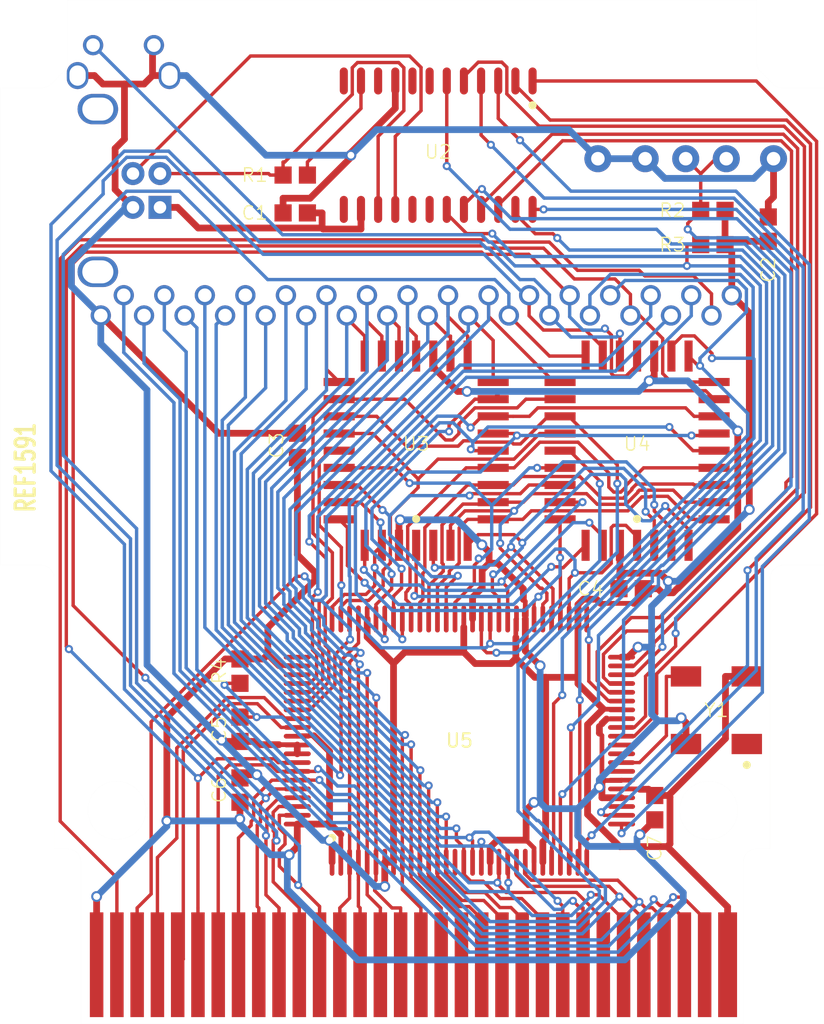
<source format=kicad_pcb>
(kicad_pcb (version 20240108) (generator "pcbnew") (generator_version "8.0")
  (layers (0 "F.Cu" signal) (31 "B.Cu" signal) (34 "B.Paste" user) (35 "F.Paste" user) (36 "B.SilkS" user "B.Silkscreen") (37 "F.SilkS" user "F.Silkscreen") (38 "B.Mask" user) (39 "F.Mask" user) (44 "Edge.Cuts" user))
  (net 0 "")
  (net 1 "/D+")
  (net 4 "/GND")
  (net 5 "/VBUS")
  (net 6 "/D-")
  (net 7 "/Switch")
  (net 8 "/VCC")
  (net 9 "/Const_High")
  (net 10 "/VREG")
  (net 11 "/Button")
  (net 12 "/AD14")
  (net 13 "/SST.A3")
  (net 14 "/SST.A13")
  (net 15 "/SST.A8")
  (net 16 "/SST.A18")
  (net 17 "/SST.A0")
  (net 18 "/SST.A12")
  (net 19 "/SST.A9")
  (net 20 "/SST.A2")
  (net 21 "/AD13")
  (net 22 "/AD9")
  (net 23 "/SST.A4")
  (net 24 "/AD8")
  (net 25 "/SST.~{CE}")
  (net 26 "/SST.A1")
  (net 27 "/SST.A16")
  (net 28 "/SST.A14")
  (net 29 "/SST.A10")
  (net 30 "/SST.A6")
  (net 31 "/SST.A7")
  (net 32 "/AD15")
  (net 33 "/SST.A15")
  (net 34 "/AD12")
  (net 35 "/SST.A5")
  (net 36 "/AD10")
  (net 37 "/SST.A17")
  (net 38 "/AD11")
  (net 39 "/SST.~{WE}")
  (net 40 "/SST.~{OE}")
  (net 41 "/SST.A11")
  (net 42 "/AD6")
  (net 43 "/AD4")
  (net 44 "/AD5")
  (net 45 "/AD7")
  (net 46 "/AD0")
  (net 47 "/AD1")
  (net 48 "/AD2")
  (net 49 "/AD3")
  (net 50 "/A22")
  (net 52 "/50MHz")
  (net 53 "/P0-7")
  (net 54 "/P1-3")
  (net 55 "/~{Read}.Game")
  (net 56 "/A23")
  (net 57 "/P1-1")
  (net 59 "/A21")
  (net 60 "/~{Write}")
  (net 61 "/P0-4")
  (net 63 "/A17")
  (net 64 "/A20")
  (net 65 "/A16")
  (net 67 "/A18")
  (net 68 "/P0-6")
  (net 70 "/P0-1")
  (net 71 "/A19")
  (net 72 "/P1-2")
  (net 74 "/~{CS}.Rom.Game")
  (net 75 "/P0-3")
  (net 76 "/P0-2")
  (net 78 "/P0-5")
  (net 79 "/P1-0")
  (net 82 "/P0-0")
  (net 83 "/~{CS}.Rom.Sys")
  (net 84 "/~{Read}.Sys")
  (net 85 "/~{REQ}")
  (net 86 "/~{CS}.SRAM")
  (net 87 "/Sys.Clk")
  (footprint "!GBA:Edge Connector" (layer "F.Cu") (at 144.78 132.8)
    (property "Reference" "J2" (hide yes))
    (property "Value" "System_Edge_Connector")
  )
  (footprint "!GBA:SMD Passive" (layer "F.Cu") (at 132.14 119.88 90)
    (property "Reference" "C6")
    (property "Value" "100 nF")
  )
  (footprint "!GBA:Switch" (layer "F.Cu") (at 165.13 73.17)
    (property "Reference" "SW2" (hide yes))
    (property "Value" "SW_DPDT_x2")
  )
  (footprint "!GBA:SMD Passive" (layer "F.Cu") (at 136.39 94.38 90)
    (property "Reference" "C3")
    (property "Value" "100 nF")
  )
  (footprint "!GBA:SMD Passive" (layer "F.Cu") (at 167.14 79.53)
    (property "Reference" "R3")
    (property "Value" "10K Ohm")
  )
  (footprint "!GBA:Button" (layer "F.Cu") (at 123.52 65.77)
    (property "Reference" "SW1" (hide yes))
    (property "Value" "SW_Push")
  )
  (footprint "!GBA:SMD Passive" (layer "F.Cu") (at 167.14 76.99)
    (property "Reference" "R2")
    (property "Value" "10K Ohm")
  )
  (footprint "!GBA:SMD Passive" (layer "F.Cu") (at 136.23 74.38)
    (property "Reference" "R1")
    (property "Value" "1.5K Ohm")
  )
  (footprint "!GBA:SMD Passive" (layer "F.Cu") (at 161.09 104.98)
    (property "Reference" "C4")
    (property "Value" "100 nF")
  )
  (footprint "Connector_USB:USB_B_OST_USB-B1HSxx_Horizontal" (layer "F.Cu") (at 126.22 76.77 180)
    (property "Reference" "J1" (hide yes))
    (property "Value" "USB_B" (hide yes))
  )
  (footprint "!GBA:Cartridge Slot" (layer "F.Cu") (at 145.29 84.02)
    (property "Reference" "J3" (hide yes))
    (property "Value" "Game_Edge_Connector")
  )
  (footprint "!GBA:Cypress" (layer "F.Cu") (at 146.81 72.17 180)
    (property "Reference" "U2")
    (property "Value" "CY7C63743-PC")
  )
  (footprint "!GBA:SMD Passive" (layer "F.Cu") (at 171.24 78.38 90)
    (property "Reference" "C2")
    (property "Value" "470 nF")
  )
  (footprint "!GBA:PLCC32" (layer "F.Cu") (at 145.18 94.77)
    (property "Reference" "U3")
    (property "Value" "~")
  )
  (footprint "!GBA:FPGA" (layer "F.Cu") (at 148.38 116.22)
    (property "Reference" "U5")
    (property "Value" "DATEL_M54SX08A")
  )
  (footprint "!GBA:SMD Passive" (layer "F.Cu") (at 136.23 77.18)
    (property "Reference" "C1")
    (property "Value" "470 nF")
  )
  (footprint "!GBA:Crystal" (layer "F.Cu") (at 167.4 113.97)
    (property "Reference" "Y1")
    (property "Value" "ASCO")
  )
  (footprint "!GBA:PLCC32" (layer "F.Cu") (at 161.53 94.77)
    (property "Reference" "U4")
    (property "Value" "~")
  )
  (footprint "!GBA:SMD Passive" (layer "F.Cu") (at 162.84 121.18 90)
    (property "Reference" "C7")
    (property "Value" "100 nF")
  )
  (footprint "!GBA:SMD Passive" (layer "F.Cu") (at 132.14 115.38 90)
    (property "Reference" "C5")
    (property "Value" "100 nF")
  )
  (footprint "!GBA:SMD Passive" (layer "F.Cu") (at 132.14 111.08 90)
    (property "Reference" "R4")
    (property "Value" "10K Ohm")
  )
  (gr_circle (center 169.65 118.0198) (end 169.9002 118.0198) (stroke (width 0.1)) (fill solid) (layer "F.SilkS"))
  (gr_circle (center 153.795 69.22) (end 154.0452 69.22) (stroke (width 0.1)) (fill solid) (layer "F.SilkS"))
  (gr_circle (center 161.53 99.8198) (end 161.7802 99.8198) (stroke (width 0.1)) (fill solid) (layer "F.SilkS"))
  (gr_circle (center 138.955 123.4198) (end 139.2052 123.4198) (stroke (width 0.1)) (fill solid) (layer "F.SilkS"))
  (gr_circle (center 145.18 99.82) (end 145.4302 99.82) (stroke (width 0.1)) (fill solid) (layer "F.SilkS"))
  (gr_line (start 171.38 124.23) (end 170.38 124.23) (stroke (width 0.002)) (layer "Edge.Cuts"))
  (gr_line (start 175.38 67.93) (end 175.38 103.23) (stroke (width 0.002)) (layer "Edge.Cuts"))
  (gr_line (start 117.465786 67.93) (end 114.38 67.93) (stroke (width 0.002)) (layer "Edge.Cuts"))
  (gr_line (start 170.38 66.015786) (end 170.38 61.43) (stroke (width 0.002)) (layer "Edge.Cuts"))
  (gr_line (start 114.38 67.93) (end 114.38 103.23) (stroke (width 0.002)) (layer "Edge.Cuts"))
  (gr_line (start 118.172893 67.637107) (end 119.087107 66.722893) (stroke (width 0.002)) (layer "Edge.Cuts"))
  (gr_line (start 171.587107 67.637107) (end 170.672893 66.722893) (stroke (width 0.002)) (layer "Edge.Cuts"))
  (gr_line (start 169.38 125.23) (end 169.38 137.18) (stroke (width 0.002)) (layer "Edge.Cuts"))
  (gr_line (start 120.38 137.18) (end 169.38 137.18) (stroke (width 0.002)) (layer "Edge.Cuts"))
  (gr_arc (start 172.294214 67.93) (mid 171.911531 67.85388) (end 171.587107 67.637107) (stroke (width 0.002)) (layer "Edge.Cuts"))
  (gr_circle (center 123.025 121.38) (end 125.175 121.38) (stroke (width 0.002)) (fill none) (layer "Edge.Cuts"))
  (gr_line (start 119.38 66.015786) (end 119.38 61.43) (stroke (width 0.002)) (layer "Edge.Cuts"))
  (gr_line (start 175.38 67.93) (end 172.294214 67.93) (stroke (width 0.002)) (layer "Edge.Cuts"))
  (gr_arc (start 117.38 103.23) (mid 118.087107 103.522893) (end 118.38 104.23) (stroke (width 0.002)) (layer "Edge.Cuts"))
  (gr_arc (start 170.672893 66.722893) (mid 170.456125 66.398469) (end 170.38 66.015786) (stroke (width 0.002)) (layer "Edge.Cuts"))
  (gr_arc (start 118.172893 67.637107) (mid 117.848469 67.853875) (end 117.465786 67.93) (stroke (width 0.002)) (layer "Edge.Cuts"))
  (gr_line (start 171.38 104.23) (end 171.38 124.23) (stroke (width 0.002)) (layer "Edge.Cuts"))
  (gr_arc (start 169.38 125.23) (mid 169.672893 124.522893) (end 170.38 124.23) (stroke (width 0.002)) (layer "Edge.Cuts"))
  (gr_line (start 175.38 103.23) (end 172.38 103.23) (stroke (width 0.002)) (layer "Edge.Cuts"))
  (gr_arc (start 119.38 124.23) (mid 120.087107 124.522893) (end 120.38 125.23) (stroke (width 0.002)) (layer "Edge.Cuts"))
  (gr_line (start 119.38 124.23) (end 118.38 124.23) (stroke (width 0.002)) (layer "Edge.Cuts"))
  (gr_circle (center 166.825 121.38) (end 168.975 121.38) (stroke (width 0.002)) (fill none) (layer "Edge.Cuts"))
  (gr_arc (start 171.38 104.23) (mid 171.672893 103.522893) (end 172.38 103.23) (stroke (width 0.002)) (layer "Edge.Cuts"))
  (gr_line (start 119.38 61.43) (end 170.38 61.43) (stroke (width 0.002)) (layer "Edge.Cuts"))
  (gr_line (start 120.38 125.23) (end 120.38 137.18) (stroke (width 0.002)) (layer "Edge.Cuts"))
  (gr_line (start 117.38 103.23) (end 114.38 103.23) (stroke (width 0.002)) (layer "Edge.Cuts"))
  (gr_line (start 118.38 104.23) (end 118.38 124.23) (stroke (width 0.002)) (layer "Edge.Cuts"))
  (gr_arc (start 119.38 66.015786) (mid 119.30388 66.398469) (end 119.087107 66.722893) (stroke (width 0.002)) (layer "Edge.Cuts"))
  (gr_text "REF1591" (at 117.09 99.47 90) (layer "F.SilkS") (effects (font (size 1.4 1) (thickness 0.25) (bold yes)) (justify left bottom)))
  (segment (start 144.6973 65.5729) (end 145.54 66.4156) (width 0.25) (layer "F.Cu") (net 1))
  (segment (start 143.635 71.5237) (end 143.635 76.92) (width 0.25) (layer "F.Cu") (net 1))
  (segment (start 124.22 74.27) (end 132.9171 65.5729) (width 0.25) (layer "F.Cu") (net 1))
  (segment (start 145.54 69.6187) (end 143.635 71.5237) (width 0.25) (layer "F.Cu") (net 1))
  (segment (start 145.54 66.4156) (end 145.54 69.6187) (width 0.25) (layer "F.Cu") (net 1))
  (segment (start 132.9171 65.5729) (end 144.6973 65.5729) (width 0.25) (layer "F.Cu") (net 1))
  (segment (start 162.8 87.77) (end 162.8 89.3717) (width 0.5) (layer "F.Cu") (net 4))
  (segment (start 163.7638 124.0601) (end 163.9654 123.8585) (width 0.5) (layer "F.Cu") (net 4))
  (segment (start 144.3311 109.6805) (end 143.505 110.5066) (width 0.5) (layer "F.Cu") (net 4))
  (segment (start 161.4482 106.0652) (end 161.2769 106.0652) (width 0.5) (layer "F.Cu") (net 4))
  (segment (start 152.5578 108.5932) (end 152.5578 107.2672) (width 0.3498) (layer "F.Cu") (net 4))
  (segment (start 130.8779 116.28) (end 130.7864 116.1885) (width 0.5) (layer "F.Cu") (net 4))
  (segment (start 152.5578 110.135) (end 152.1751 110.5177) (width 0.5) (layer "F.Cu") (net 4))
  (segment (start 159.0017 113.8948) (end 160.3298 113.8948) (width 0.3498) (layer "F.Cu") (net 4))
  (segment (start 161.706 119.795) (end 160.38 119.795) (width 0.3498) (layer "F.Cu") (net 4))
  (segment (start 164.546 104.9276) (end 164.5732 104.9276) (width 0.5) (layer "F.Cu") (net 4))
  (segment (start 163.3815 105.2848) (end 164.1888 105.2848) (width 0.5) (layer "F.Cu") (net 4))
  (segment (start 135.33 76.0933) (end 137.3289 76.0933) (width 0.5) (layer "F.Cu") (net 4))
  (segment (start 141.555 108.5566) (end 143.505 110.5066) (width 0.5) (layer "F.Cu") (net 4))
  (segment (start 132.14 116.28) (end 133.2267 116.28) (width 0.5) (layer "F.Cu") (net 4))
  (segment (start 149.5422 110.5177) (end 148.705 109.6805) (width 0.5) (layer "F.Cu") (net 4))
  (segment (start 154.555 123.7065) (end 154.555 125.22) (width 0.5) (layer "F.Cu") (net 4))
  (segment (start 160.3298 113.8948) (end 160.38 113.945) (width 0.3498) (layer "F.Cu") (net 4))
  (segment (start 158.8346 106.0652) (end 158.5272 105.7578) (width 0.5) (layer "F.Cu") (net 4))
  (segment (start 137.3289 76.0933) (end 140.3504 73.0718) (width 0.5) (layer "F.Cu") (net 4))
  (segment (start 152.5578 108.5932) (end 152.5578 110.135) (width 0.5) (layer "F.Cu") (net 4))
  (segment (start 154.7626 111.5388) (end 154.7626 123.4989) (width 0.5) (layer "F.Cu") (net 4))
  (segment (start 161.7308 119.8198) (end 161.706 119.795) (width 0.3498) (layer "F.Cu") (net 4))
  (segment (start 163.9654 120.3911) (end 163.8543 120.28) (width 0.5) (layer "F.Cu") (net 4))
  (segment (start 133.4669 116.5202) (end 133.2267 116.28) (width 0.5) (layer "F.Cu") (net 4))
  (segment (start 148.705 109.6805) (end 144.3311 109.6805) (width 0.5) (layer "F.Cu") (net 4))
  (segment (start 168.9822 100.5186) (end 168.9822 93.3109) (width 0.5) (layer "F.Cu") (net 4))
  (segment (start 138.955 125.22) (end 138.955 123.7683) (width 0.5) (layer "F.Cu") (net 4))
  (segment (start 132.14 118.98) (end 132.378 118.742) (width 0.5) (layer "F.Cu") (net 4))
  (segment (start 146.45 87.77) (end 146.45 88.5894) (width 0.5) (layer "F.Cu") (net 4))
  (segment (start 168.0733 116.061) (end 168.0733 111.47) (width 0.5) (layer "F.Cu") (net 4))
  (segment (start 143.635 67.42) (end 143.635 69.4326) (width 0.5) (layer "F.Cu") (net 4))
  (segment (start 153.9616 111.5388) (end 152.5578 110.135) (width 0.5) (layer "F.Cu") (net 4))
  (segment (start 140.3504 73.0718) (end 140.3504 72.9129) (width 0.5) (layer "F.Cu") (net 4))
  (segment (start 142.855 125.22) (end 142.855 127.0083) (width 0.5) (layer "F.Cu") (net 4))
  (segment (start 121.84 84.77) (end 130.55 93.48) (width 0.5) (layer "F.Cu") (net 4))
  (segment (start 162.6575 89.3717) (end 162.4244 89.6048) (width 0.5) (layer "F.Cu") (net 4))
  (segment (start 124.22 76.77) (end 122.899 75.449) (width 0.5) (layer "F.Cu") (net 4))
  (segment (start 163.8543 120.28) (end 168.0733 116.061) (width 0.5) (layer "F.Cu") (net 4))
  (segment (start 125.6683 64.8717) (end 125.77 64.77) (width 0.5) (layer "F.Cu") (net 4))
  (segment (start 169.65 111.47) (end 168.0733 111.47) (width 0.5) (layer "F.Cu") (net 4))
  (segment (start 130.55 93.48) (end 135.3033 93.48) (width 0.5) (layer "F.Cu") (net 4))
  (segment (start 162.5334 104.98) (end 163.0767 104.98) (width 0.5) (layer "F.Cu") (net 4))
  (segment (start 159.0017 113.8525) (end 157.155 112.0058) (width 0.5) (layer "F.Cu") (net 4))
  (segment (start 168.23 128.5263) (end 163.7638 124.0601) (width 0.5) (layer "F.Cu") (net 4))
  (segment (start 159.0017 113.8948) (end 157.8659 115.0306) (width 0.5) (layer "F.Cu") (net 4))
  (segment (start 148.705 107.8271) (end 148.705 109.6805) (width 0.5) (layer "F.Cu") (net 4))
  (segment (start 157.155 106.1517) (end 157.155 107.22) (width 0.5) (layer "F.Cu") (net 4))
  (segment (start 162.84 120.28) (end 163.8543 120.28) (width 0.5) (layer "F.Cu") (net 4))
  (segment (start 138.7846 123.5979) (end 138.7605 123.5979) (width 0.5) (layer "F.Cu") (net 4))
  (segment (start 141.555 107.22) (end 141.555 108.5566) (width 0.5) (layer "F.Cu") (net 4))
  (segment (start 132.14 116.28) (end 131.0533 116.28) (width 0.5) (layer "F.Cu") (net 4))
  (segment (start 154.7626 111.5388) (end 153.9616 111.5388) (width 0.5) (layer "F.Cu") (net 4))
  (segment (start 162.3798 119.8198) (end 161.7308 119.8198) (width 0.5) (layer "F.Cu") (net 4))
  (segment (start 126.92 67.02) (end 125.6683 67.02) (width 0.5) (layer "F.Cu") (net 4))
  (segment (start 152.1751 110.5177) (end 149.5422 110.5177) (width 0.5) (layer "F.Cu") (net 4))
  (segment (start 132.378 118.742) (end 133.3906 118.742) (width 0.5) (layer "F.Cu") (net 4))
  (segment (start 136.38 117.195) (end 136.38 116.545) (width 0.5) (layer "F.Cu") (net 4))
  (segment (start 160.2509 124.0601) (end 163.7638 124.0601) (width 0.5) (layer "F.Cu") (net 4))
  (segment (start 171.24 77.48) (end 171.24 76.3933) (width 0.5) (layer "F.Cu") (net 4))
  (segment (start 157.5489 105.7578) (end 157.155 106.1517) (width 0.5) (layer "F.Cu") (net 4))
  (segment (start 171.63 76.0033) (end 171.24 76.3933) (width 0.5) (layer "F.Cu") (net 4))
  (segment (start 121.9992 67.6475) (end 121.3717 67.02) (width 0.5) (layer "F.Cu") (net 4))
  (segment (start 157.8659 115.0306) (end 157.8659 121.6751) (width 0.5) (layer "F.Cu") (net 4))
  (segment (start 123.5913 67.6475) (end 125.0408 67.6475) (width 0.5) (layer "F.Cu") (net 4))
  (segment (start 140.3504 72.7172) (end 140.3504 72.9129) (width 0.5) (layer "F.Cu") (net 4))
  (segment (start 157.155 111.5388) (end 154.7626 111.5388) (width 0.5) (layer "F.Cu") (net 4))
  (segment (start 125.0408 67.6475) (end 125.6683 67.02) (width 0.5) (layer "F.Cu") (net 4))
  (segment (start 168.23 132.8) (end 168.23 128.5263) (width 0.5) (layer "F.Cu") (net 4))
  (segment (start 135.0292 116.5202) (end 136.3552 116.5202) (width 0.3498) (layer "F.Cu") (net 4))
  (segment (start 143.635 69.4326) (end 140.3504 72.7172) (width 0.5) (layer "F.Cu") (net 4))
  (segment (start 135.33 77.18) (end 135.33 76.0933) (width 0.5) (layer "F.Cu") (net 4))
  (segment (start 157.155 112.0058) (end 157.155 111.5388) (width 0.5) (layer "F.Cu") (net 4))
  (segment (start 123.5913 71.7185) (end 123.5913 67.6475) (width 0.5) (layer "F.Cu") (net 4))
  (segment (start 122.899 72.4108) (end 123.5913 71.7185) (width 0.5) (layer "F.Cu") (net 4))
  (segment (start 148.705 107.8271) (end 148.705 107.22) (width 0.3498) (layer "F.Cu") (net 4))
  (segment (start 162.8 89.3717) (end 162.6575 89.3717) (width 0.5) (layer "F.Cu") (net 4))
  (segment (start 157.155 111.5388) (end 157.155 107.22) (width 0.5) (layer "F.Cu") (net 4))
  (segment (start 138.955 123.7683) (end 138.7846 123.5979) (width 0.5) (layer "F.Cu") (net 4))
  (segment (start 161.2769 106.0652) (end 158.8346 106.0652) (width 0.3498) (layer "F.Cu") (net 4))
  (segment (start 131.0533 116.28) (end 130.8779 116.28) (width 0.5) (layer "F.Cu") (net 4))
  (segment (start 122.899 75.449) (end 122.899 72.4108) (width 0.5) (layer "F.Cu") (net 4))
  (segment (start 136.39 93.48) (end 135.3033 93.48) (width 0.5) (layer "F.Cu") (net 4))
  (segment (start 148.2469 90.3863) (end 148.9435 90.3863) (width 0.5) (layer "F.Cu") (net 4))
  (segment (start 163.0767 104.98) (end 163.3815 105.2848) (width 0.5) (layer "F.Cu") (net 4))
  (segment (start 161.99 104.98) (end 162.5334 104.98) (width 0.5) (layer "F.Cu") (net 4))
  (segment (start 125.6683 67.02) (end 125.6683 64.8717) (width 0.5) (layer "F.Cu") (net 4))
  (segment (start 159.0017 113.8948) (end 159.0017 113.8525) (width 0.5) (layer "F.Cu") (net 4))
  (segment (start 171.63 73.17) (end 171.63 76.0033) (width 0.5) (layer "F.Cu") (net 4))
  (segment (start 143.505 110.5066) (end 143.505 125.22) (width 0.5) (layer "F.Cu") (net 4))
  (segment (start 163.9654 123.8585) (end 163.9654 120.3911) (width 0.5) (layer "F.Cu") (net 4))
  (segment (start 158.5272 105.7578) (end 157.5489 105.7578) (width 0.5) (layer "F.Cu") (net 4))
  (segment (start 154.7626 123.4989) (end 154.555 123.7065) (width 0.5) (layer "F.Cu") (net 4))
  (segment (start 157.8659 121.6751) (end 160.2509 124.0601) (width 0.5) (layer "F.Cu") (net 4))
  (segment (start 123.5913 67.6475) (end 121.9992 67.6475) (width 0.5) (layer "F.Cu") (net 4))
  (segment (start 164.1888 105.2848) (end 164.546 104.9276) (width 0.5) (layer "F.Cu") (net 4))
  (segment (start 136.3552 116.5202) (end 136.38 116.545) (width 0.3498) (layer "F.Cu") (net 4))
  (segment (start 120.12 67.02) (end 121.3717 67.02) (width 0.5) (layer "F.Cu") (net 4))
  (segment (start 164.5732 104.9276) (end 168.9822 100.5186) (width 0.5) (layer "F.Cu") (net 4))
  (segment (start 162.5334 104.98) (end 161.4482 106.0652) (width 0.5) (layer "F.Cu") (net 4))
  (segment (start 152.5578 107.2672) (end 152.605 107.22) (width 0.3498) (layer "F.Cu") (net 4))
  (segment (start 146.45 88.5894) (end 148.2469 90.3863) (width 0.5) (layer "F.Cu") (net 4))
  (segment (start 135.0292 116.5202) (end 133.4669 116.5202) (width 0.5) (layer "F.Cu") (net 4))
  (segment (start 162.84 120.28) (end 162.3798 119.8198) (width 0.5) (layer "F.Cu") (net 4))
  (segment (start 142.855 125.22) (end 143.505 125.22) (width 0.5) (layer "F.Cu") (net 4))
  (via (at 130.7864 116.1885) (size 0.8) (drill 0.5) (layers "F.Cu" "B.Cu") (net 4))
  (via (at 148.9435 90.3863) (size 0.8) (drill 0.5) (layers "F.Cu" "B.Cu") (net 4))
  (via (at 138.7605 123.5979) (size 0.8) (drill 0.5) (layers "F.Cu" "B.Cu") (net 4))
  (via (at 140.3504 72.9129) (size 0.8) (drill 0.5) (layers "F.Cu" "B.Cu") (net 4))
  (via (at 168.9822 93.3109) (size 0.8) (drill 0.5) (layers "F.Cu" "B.Cu") (net 4))
  (via (at 133.3906 118.742) (size 0.8) (drill 0.5) (layers "F.Cu" "B.Cu") (net 4))
  (via (at 162.4244 89.6048) (size 0.8) (drill 0.5) (layers "F.Cu" "B.Cu") (net 4))
  (via (at 142.855 127.0083) (size 0.8) (drill 0.5) (layers "F.Cu" "B.Cu") (net 4))
  (segment (start 121.84 86.8547) (end 125.259 90.2737) (width 0.5) (layer "B.Cu") (net 4))
  (segment (start 125.259 90.2737) (end 125.259 110.6173) (width 0.5) (layer "B.Cu") (net 4))
  (segment (start 161.6429 90.3863) (end 162.4244 89.6048) (width 0.5) (layer "B.Cu") (net 4))
  (segment (start 119.6592 82.5892) (end 119.6592 80.8087) (width 0.5) (layer "B.Cu") (net 4))
  (segment (start 156.4794 71.0194) (end 142.2439 71.0194) (width 0.5) (layer "B.Cu") (net 4))
  (segment (start 163.5871 74.6271) (end 162.13 73.17) (width 0.5) (layer "B.Cu") (net 4))
  (segment (start 170.1729 74.6271) (end 163.5871 74.6271) (width 0.5) (layer "B.Cu") (net 4))
  (segment (start 148.9435 90.3863) (end 161.6429 90.3863) (width 0.5) (layer "B.Cu") (net 4))
  (segment (start 134.0646 72.9129) (end 128.1717 67.02) (width 0.5) (layer "B.Cu") (net 4))
  (segment (start 125.259 110.6173) (end 130.7864 116.1447) (width 0.5) (layer "B.Cu") (net 4))
  (segment (start 138.7605 123.5979) (end 142.1709 127.0083) (width 0.5) (layer "B.Cu") (net 4))
  (segment (start 162.13 73.17) (end 158.63 73.17) (width 0.5) (layer "B.Cu") (net 4))
  (segment (start 121.84 84.77) (end 121.84 86.8547) (width 0.5) (layer "B.Cu") (net 4))
  (segment (start 119.6592 80.8087) (end 123.6979 76.77) (width 0.5) (layer "B.Cu") (net 4))
  (segment (start 140.3504 72.9129) (end 134.0646 72.9129) (width 0.5) (layer "B.Cu") (net 4))
  (segment (start 162.4244 89.6048) (end 165.2761 89.6048) (width 0.5) (layer "B.Cu") (net 4))
  (segment (start 130.7864 116.1885) (end 133.3399 118.742) (width 0.5) (layer "B.Cu") (net 4))
  (segment (start 142.2439 71.0194) (end 140.3504 72.9129) (width 0.5) (layer "B.Cu") (net 4))
  (segment (start 165.2761 89.6048) (end 168.9822 93.3109) (width 0.5) (layer "B.Cu") (net 4))
  (segment (start 130.7864 116.1447) (end 130.7864 116.1885) (width 0.5) (layer "B.Cu") (net 4))
  (segment (start 123.6979 76.77) (end 124.22 76.77) (width 0.5) (layer "B.Cu") (net 4))
  (segment (start 142.1709 127.0083) (end 142.855 127.0083) (width 0.5) (layer "B.Cu") (net 4))
  (segment (start 133.3399 118.742) (end 133.3906 118.742) (width 0.5) (layer "B.Cu") (net 4))
  (segment (start 133.3906 118.742) (end 138.2465 123.5979) (width 0.5) (layer "B.Cu") (net 4))
  (segment (start 138.2465 123.5979) (end 138.7605 123.5979) (width 0.5) (layer "B.Cu") (net 4))
  (segment (start 121.84 84.77) (end 119.6592 82.5892) (width 0.5) (layer "B.Cu") (net 4))
  (segment (start 171.63 73.17) (end 170.1729 74.6271) (width 0.5) (layer "B.Cu") (net 4))
  (segment (start 158.63 73.17) (end 156.4794 71.0194) (width 0.5) (layer "B.Cu") (net 4))
  (segment (start 126.92 67.02) (end 128.1717 67.02) (width 0.5) (layer "B.Cu") (net 4))
  (segment (start 141.095 76.92) (end 141.095 78.3717) (width 0.5) (layer "F.Cu") (net 5))
  (segment (start 126.22 76.77) (end 127.5217 76.77) (width 0.5) (layer "F.Cu") (net 5))
  (segment (start 138.2167 78.2972) (end 138.2167 77.18) (width 0.5) (layer "F.Cu") (net 5))
  (segment (start 141.095 78.3717) (end 138.2912 78.3717) (width 0.5) (layer "F.Cu") (net 5))
  (segment (start 137.13 77.18) (end 138.2167 77.18) (width 0.5) (layer "F.Cu") (net 5))
  (segment (start 138.2912 78.3717) (end 138.2167 78.2972) (width 0.5) (layer "F.Cu") (net 5))
  (segment (start 138.2167 78.2972) (end 129.0489 78.2972) (width 0.5) (layer "F.Cu") (net 5))
  (segment (start 129.0489 78.2972) (end 127.5217 76.77) (width 0.5) (layer "F.Cu") (net 5))
  (segment (start 140.4517 66.44) (end 140.837 66.0547) (width 0.25) (layer "F.Cu") (net 6))
  (segment (start 144.2685 69.6148) (end 142.365 71.5183) (width 0.25) (layer "F.Cu") (net 6))
  (segment (start 135.4502 73.4183) (end 140.4517 68.4168) (width 0.25) (layer "F.Cu") (net 6))
  (segment (start 134.2583 74.27) (end 134.3683 74.38) (width 0.25) (layer "F.Cu") (net 6))
  (segment (start 135.33 73.4183) (end 135.4502 73.4183) (width 0.25) (layer "F.Cu") (net 6))
  (segment (start 140.837 66.0547) (end 143.8815 66.0547) (width 0.25) (layer "F.Cu") (net 6))
  (segment (start 135.33 74.38) (end 134.3683 74.38) (width 0.25) (layer "F.Cu") (net 6))
  (segment (start 144.2685 66.4417) (end 144.2685 69.6148) (width 0.25) (layer "F.Cu") (net 6))
  (segment (start 143.8815 66.0547) (end 144.2685 66.4417) (width 0.25) (layer "F.Cu") (net 6))
  (segment (start 126.22 74.27) (end 134.2583 74.27) (width 0.25) (layer "F.Cu") (net 6))
  (segment (start 142.365 71.5183) (end 142.365 76.92) (width 0.25) (layer "F.Cu") (net 6))
  (segment (start 135.33 74.38) (end 135.33 73.4183) (width 0.25) (layer "F.Cu") (net 6))
  (segment (start 140.4517 68.4168) (end 140.4517 66.44) (width 0.25) (layer "F.Cu") (net 6))
  (segment (start 166.24 74.28) (end 166.24 76.99) (width 0.25) (layer "F.Cu") (net 7))
  (segment (start 167.35 73.17) (end 168.13 73.17) (width 0.25) (layer "F.Cu") (net 7))
  (segment (start 166.24 74.28) (end 167.35 73.17) (width 0.25) (layer "F.Cu") (net 7))
  (segment (start 166.24 76.99) (end 165.2803 77.9497) (width 0.25) (layer "F.Cu") (net 7))
  (segment (start 155.855 120.3172) (end 155.9954 120.1768) (width 0.25) (layer "F.Cu") (net 7))
  (segment (start 155.855 125.22) (end 155.855 120.3172) (width 0.25) (layer "F.Cu") (net 7))
  (segment (start 165.13 73.17) (end 166.24 74.28) (width 0.25) (layer "F.Cu") (net 7))
  (segment (start 165.2803 77.9497) (end 165.2803 78.3959) (width 0.25) (layer "F.Cu") (net 7))
  (via (at 165.2803 78.3959) (size 0.6) (drill 0.3) (layers "F.Cu" "B.Cu") (net 7))
  (via (at 155.9954 120.1768) (size 0.6) (drill 0.3) (layers "F.Cu" "B.Cu") (net 7))
  (segment (start 172.4667 94.9161) (end 163.6776 103.7052) (width 0.25) (layer "B.Cu") (net 7))
  (segment (start 163.6776 103.7052) (end 163.5356 103.7052) (width 0.25) (layer "B.Cu") (net 7))
  (segment (start 171.4462 80.7721) (end 171.4483 80.7721) (width 0.25) (layer "B.Cu") (net 7))
  (segment (start 163.1092 104.7234) (end 160.5303 107.3023) (width 0.25) (layer "B.Cu") (net 7))
  (segment (start 163.1092 104.1316) (end 163.1092 104.7234) (width 0.25) (layer "B.Cu") (net 7))
  (segment (start 165.9086 79.0242) (end 169.6983 79.0242) (width 0.25) (layer "B.Cu") (net 7))
  (segment (start 172.4667 81.7905) (end 172.4667 94.9161) (width 0.25) (layer "B.Cu") (net 7))
  (segment (start 160.5303 115.6419) (end 155.9954 120.1768) (width 0.25) (layer "B.Cu") (net 7))
  (segment (start 169.6983 79.0242) (end 171.4462 80.7721) (width 0.25) (layer "B.Cu") (net 7))
  (segment (start 160.5303 107.3023) (end 160.5303 115.6419) (width 0.25) (layer "B.Cu") (net 7))
  (segment (start 163.5356 103.7052) (end 163.1092 104.1316) (width 0.25) (layer "B.Cu") (net 7))
  (segment (start 171.4483 80.7721) (end 172.4667 81.7905) (width 0.25) (layer "B.Cu") (net 7))
  (segment (start 165.2803 78.3959) (end 165.9086 79.0242) (width 0.25) (layer "B.Cu") (net 7))
  (segment (start 160.26 103.8323) (end 163.2352 103.8323) (width 0.5) (layer "F.Cu") (net 8))
  (segment (start 153.112 105.7756) (end 153.255 105.9186) (width 0.3498) (layer "F.Cu") (net 8))
  (segment (start 149.355 105.6195) (end 149.355 107.22) (width 0.5) (layer "F.Cu") (net 8))
  (segment (start 160.857 110.045) (end 161.5987 109.3033) (width 0.5) (layer "F.Cu") (net 8))
  (segment (start 153.3175 123.5811) (end 153.3175 121.3692) (width 0.5) (layer "F.Cu") (net 8))
  (segment (start 154.3531 110.6794) (end 153.2595 109.5858) (width 0.5) (layer "F.Cu") (net 8))
  (segment (start 150.0625 103.6117) (end 150.0625 104.912) (width 0.5) (layer "F.Cu") (net 8))
  (segment (start 150.5781 103.0961) (end 150.0625 103.6117) (width 0.5) (layer "F.Cu") (net 8))
  (segment (start 168.04 79.28) (end 168.04 79.53) (width 0.5) (layer "F.Cu") (net 8))
  (segment (start 132.14 121.8667) (end 132.14 122.0036) (width 0.5) (layer "F.Cu") (net 8))
  (segment (start 136.38 124.0742) (end 136.38 122.395) (width 0.5) (layer "F.Cu") (net 8))
  (segment (start 153.255 106.5693) (end 153.255 106.9794) (width 0.5) (layer "F.Cu") (net 8))
  (segment (start 151.2126 103.0961) (end 153.112 104.9955) (width 0.5) (layer "F.Cu") (net 8))
  (segment (start 134.2023 109.8433) (end 135.0292 110.6702) (width 0.5) (layer "F.Cu") (net 8))
  (segment (start 153.905 124.1686) (end 153.905 125.22) (width 0.3498) (layer "F.Cu") (net 8))
  (segment (start 143.9946 99.8856) (end 143.91 99.9702) (width 0.5) (layer "F.Cu") (net 8))
  (segment (start 137.6118 115.8575) (end 136.4175 115.8575) (width 0.3498) (layer "F.Cu") (net 8))
  (segment (start 160.38 120.445) (end 158.9283 120.445) (width 0.5) (layer "F.Cu") (net 8))
  (segment (start 153.3175 121.3692) (end 153.8988 120.7879) (width 0.5) (layer "F.Cu") (net 8))
  (segment (start 121.53 127.7526) (end 121.53 132.8) (width 0.5) (layer "F.Cu") (net 8))
  (segment (start 137.6751 103.7538) (end 136.39 102.4687) (width 0.5) (layer "F.Cu") (net 8))
  (segment (start 137.6751 104.3766) (end 137.6751 103.7538) (width 0.5) (layer "F.Cu") (net 8))
  (segment (start 160.26 103.8323) (end 160.26 101.77) (width 0.5) (layer "F.Cu") (net 8))
  (segment (start 158.9298 115.8491) (end 158.7459 115.6652) (width 0.3498) (layer "F.Cu") (net 8))
  (segment (start 153.255 105.9186) (end 153.255 106.5693) (width 0.3498) (layer "F.Cu") (net 8))
  (segment (start 134.2023 109.8433) (end 134.2023 107.8494) (width 0.5) (layer "F.Cu") (net 8))
  (segment (start 150.5781 103.0961) (end 150.5781 102.2711) (width 0.5) (layer "F.Cu") (net 8))
  (segment (start 160.26 104.91) (end 160.26 103.8323) (width 0.5) (layer "F.Cu") (net 8))
  (segment (start 139.605 123.1612) (end 138.8388 122.395) (width 0.5) (layer "F.Cu") (net 8))
  (segment (start 171.24 79.28) (end 170.1533 79.28) (width 0.5) (layer "F.Cu") (net 8))
  (segment (start 159.0292 119.1698) (end 158.9298 119.0704) (width 0.5) (layer "F.Cu") (net 8))
  (segment (start 158.7459 115.6652) (end 158.7411 115.6604) (width 0.5) (layer "F.Cu") (net 8))
  (segment (start 159.0292 119.1698) (end 160.3552 119.1698) (width 0.3498) (layer "F.Cu") (net 8))
  (segment (start 136.3552 110.6702) (end 136.38 110.695) (width 0.3498) (layer "F.Cu") (net 8))
  (segment (start 161.7448 123.1752) (end 162.84 122.08) (width 0.5) (layer "F.Cu") (net 8))
  (segment (start 136.4175 115.8575) (end 136.38 115.895) (width 0.3498) (layer "F.Cu") (net 8))
  (segment (start 153.255 106.9794) (end 153.255 107.22) (width 0.3498) (layer "F.Cu") (net 8))
  (segment (start 160.38 110.045) (end 160.857 110.045) (width 0.5) (layer "F.Cu") (net 8))
  (segment (start 163.2352 103.8323) (end 163.836 104.4331) (width 0.5) (layer "F.Cu") (net 8))
  (segment (start 165.15 114.8876) (end 164.7952 114.5328) (width 0.5) (layer "F.Cu") (net 8))
  (segment (start 136.39 102.4687) (end 136.39 96.3667) (width 0.5) (layer "F.Cu") (net 8))
  (segment (start 158.9283 120.445) (end 158.9283 119.6589) (width 0.5) (layer "F.Cu") (net 8))
  (segment (start 158.9324 114.97) (end 158.9324 114.9565) (width 0.5) (layer "F.Cu") (net 8))
  (segment (start 153.2595 109.5858) (end 153.2595 107.2245) (width 0.5) (layer "F.Cu") (net 8))
  (segment (start 165.15 116.47) (end 165.15 114.8876) (width 0.5) (layer "F.Cu") (net 8))
  (segment (start 158.9298 119.0704) (end 158.9298 118.9702) (width 0.5) (layer "F.Cu") (net 8))
  (segment (start 158.9324 114.9565) (end 159.2691 114.6198) (width 0.5) (layer "F.Cu") (net 8))
  (segment (start 143.91 99.9702) (end 143.91 101.77) (width 0.5) (layer "F.Cu") (net 8))
  (segment (start 134.2023 107.8494) (end 137.6751 104.3766) (width 0.5) (layer "F.Cu") (net 8))
  (segment (start 150.655 124.1152) (end 150.655 125.22) (width 0.5) (layer "F.Cu") (net 8))
  (segment (start 158.9283 119.6589) (end 158.9283 119.2707) (width 0.5) (layer "F.Cu") (net 8))
  (segment (start 150.5781 102.2711) (end 150.0452 101.7382) (width 0.5) (layer "F.Cu") (net 8))
  (segment (start 160.3552 119.1698) (end 160.38 119.145) (width 0.3498) (layer "F.Cu") (net 8))
  (segment (start 153.3175 123.5811) (end 151.1891 123.5811) (width 0.5) (layer "F.Cu") (net 8))
  (segment (start 136.38 122.395) (end 137.8317 122.395) (width 0.5) (layer "F.Cu") (net 8))
  (segment (start 131.0533 110.18) (end 126.7291 114.5042) (width 0.5) (layer "F.Cu") (net 8))
  (segment (start 138.7689 122.395) (end 137.8317 122.395) (width 0.5) (layer "F.Cu") (net 8))
  (segment (start 160.3552 114.6198) (end 159.2691 114.6198) (width 0.3498) (layer "F.Cu") (net 8))
  (segment (start 158.9298 118.9702) (end 158.9298 115.8491) (width 0.3498) (layer "F.Cu") (net 8))
  (segment (start 133.8656 110.18) (end 132.14 110.18) (width 0.5) (layer "F.Cu") (net 8))
  (segment (start 168.04 79.53) (end 168.54 80.03) (width 0.5) (layer "F.Cu") (net 8))
  (segment (start 139.605 123.1612) (end 139.605 125.22) (width 0.3498) (layer "F.Cu") (net 8))
  (segment (start 158.9283 119.2707) (end 159.0292 119.1698) (width 0.5) (layer "F.Cu") (net 8))
  (segment (start 138.7689 122.395) (end 138.7689 117.0146) (width 0.5) (layer "F.Cu") (net 8))
  (segment (start 138.8388 122.395) (end 138.7689 122.395) (width 0.5) (layer "F.Cu") (net 8))
  (segment (start 150.5781 103.0961) (end 151.2126 103.0961) (width 0.5) (layer "F.Cu") (net 8))
  (segment (start 138.7689 117.0146) (end 137.6118 115.8575) (width 0.5) (layer "F.Cu") (net 8))
  (segment (start 168.04 76.99) (end 168.04 79.28) (width 0.5) (layer "F.Cu") (net 8))
  (segment (start 136.39 95.28) (end 136.39 96.3667) (width 0.5) (layer "F.Cu") (net 8))
  (segment (start 132.14 120.78) (end 132.14 121.8667) (width 0.5) (layer "F.Cu") (net 8))
  (segment (start 158.7411 115.1747) (end 158.9324 114.9834) (width 0.3498) (layer "F.Cu") (net 8))
  (segment (start 158.9324 114.9834) (end 158.9324 114.97) (width 0.3498) (layer "F.Cu") (net 8))
  (segment (start 169.8357 84.5657) (end 169.8357 99.1229) (width 0.5) (layer "F.Cu") (net 8))
  (segment (start 168.54 80.03) (end 168.54 83.27) (width 0.5) (layer "F.Cu") (net 8))
  (segment (start 160.38 114.595) (end 160.3552 114.6198) (width 0.3498) (layer "F.Cu") (net 8))
  (segment (start 153.112 104.9955) (end 153.112 105.7756) (width 0.5) (layer "F.Cu") (net 8))
  (segment (start 158.7411 115.6604) (end 158.7411 115.1747) (width 0.5) (layer "F.Cu") (net 8))
  (segment (start 151.1891 123.5811) (end 150.655 124.1152) (width 0.5) (layer "F.Cu") (net 8))
  (segment (start 168.04 79.28) (end 170.1533 79.28) (width 0.5) (layer "F.Cu") (net 8))
  (segment (start 168.54 83.27) (end 169.8357 84.5657) (width 0.5) (layer "F.Cu") (net 8))
  (segment (start 158.9283 119.6589) (end 158.7343 119.6589) (width 0.5) (layer "F.Cu") (net 8))
  (segment (start 126.7291 114.5042) (end 126.7291 122.1595) (width 0.5) (layer "F.Cu") (net 8))
  (segment (start 160.19 104.98) (end 160.26 104.91) (width 0.5) (layer "F.Cu") (net 8))
  (segment (start 135.0292 110.6702) (end 136.3552 110.6702) (width 0.3498) (layer "F.Cu") (net 8))
  (segment (start 134.2023 109.8433) (end 133.8656 110.18) (width 0.5) (layer "F.Cu") (net 8))
  (segment (start 150.0625 104.912) (end 149.355 105.6195) (width 0.5) (layer "F.Cu") (net 8))
  (segment (start 135.7828 124.6714) (end 136.38 124.0742) (width 0.5) (layer "F.Cu") (net 8))
  (segment (start 132.14 122.0036) (end 132.1249 122.0187) (width 0.5) (layer "F.Cu") (net 8))
  (segment (start 153.3175 123.5811) (end 153.905 124.1686) (width 0.3498) (layer "F.Cu") (net 8))
  (segment (start 153.2595 107.2245) (end 153.255 107.22) (width 0.5) (layer "F.Cu") (net 8))
  (segment (start 132.14 110.18) (end 131.0533 110.18) (width 0.5) (layer "F.Cu") (net 8))
  (via (at 153.8988 120.7879) (size 0.8) (drill 0.5) (layers "F.Cu" "B.Cu") (net 8))
  (via (at 135.7828 124.6714) (size 0.8) (drill 0.5) (layers "F.Cu" "B.Cu") (net 8))
  (via (at 163.836 104.4331) (size 0.8) (drill 0.5) (layers "F.Cu" "B.Cu") (net 8))
  (via (at 164.7952 114.5328) (size 0.8) (drill 0.5) (layers "F.Cu" "B.Cu") (net 8))
  (via (at 154.3531 110.6794) (size 0.8) (drill 0.5) (layers "F.Cu" "B.Cu") (net 8))
  (via (at 169.8357 99.1229) (size 0.8) (drill 0.5) (layers "F.Cu" "B.Cu") (net 8))
  (via (at 132.1249 122.0187) (size 0.8) (drill 0.5) (layers "F.Cu" "B.Cu") (net 8))
  (via (at 161.5987 109.3033) (size 0.8) (drill 0.5) (layers "F.Cu" "B.Cu") (net 8))
  (via (at 143.9946 99.8856) (size 0.8) (drill 0.5) (layers "F.Cu" "B.Cu") (net 8))
  (via (at 121.53 127.7526) (size 0.8) (drill 0.5) (layers "F.Cu" "B.Cu") (net 8))
  (via (at 126.7291 122.1595) (size 0.8) (drill 0.5) (layers "F.Cu" "B.Cu") (net 8))
  (via (at 158.7343 119.6589) (size 0.8) (drill 0.5) (layers "F.Cu" "B.Cu") (net 8))
  (via (at 150.0452 101.7382) (size 0.8) (drill 0.5) (layers "F.Cu" "B.Cu") (net 8))
  (via (at 161.7448 123.1752) (size 0.8) (drill 0.5) (layers "F.Cu" "B.Cu") (net 8))
  (segment (start 135.644 127.2259) (end 135.644 124.6714) (width 0.5) (layer "B.Cu") (net 8))
  (segment (start 132.1249 122.0187) (end 131.9841 122.1595) (width 0.5) (layer "B.Cu") (net 8))
  (segment (start 162.6043 114.2696) (end 162.6043 109.3033) (width 0.5) (layer "B.Cu") (net 8))
  (segment (start 163.0878 114.7531) (end 162.6043 114.2696) (width 0.5) (layer "B.Cu") (net 8))
  (segment (start 164.9476 128.109) (end 160.6144 132.4422) (width 0.5) (layer "B.Cu") (net 8))
  (segment (start 161.5264 124.0467) (end 164.9476 127.4679) (width 0.5) (layer "B.Cu") (net 8))
  (segment (start 163.0878 114.7531) (end 158.7343 119.1066) (width 0.5) (layer "B.Cu") (net 8))
  (segment (start 154.3531 120.7879) (end 154.8205 121.2553) (width 0.5) (layer "B.Cu") (net 8))
  (segment (start 169.8357 99.1229) (end 164.5255 104.4331) (width 0.5) (layer "B.Cu") (net 8))
  (segment (start 163.836 105.0574) (end 163.836 104.4331) (width 0.5) (layer "B.Cu") (net 8))
  (segment (start 126.7291 122.5535) (end 121.53 127.7526) (width 0.5) (layer "B.Cu") (net 8))
  (segment (start 162.6043 109.3033) (end 161.5987 109.3033) (width 0.5) (layer "B.Cu") (net 8))
  (segment (start 154.3531 120.7879) (end 153.8988 120.7879) (width 0.5) (layer "B.Cu") (net 8))
  (segment (start 154.8205 121.2553) (end 157.1379 121.2553) (width 0.5) (layer "B.Cu") (net 8))
  (segment (start 126.7291 122.1595) (end 126.7291 122.5535) (width 0.5) (layer "B.Cu") (net 8))
  (segment (start 158.7343 119.6589) (end 157.1379 121.2553) (width 0.5) (layer "B.Cu") (net 8))
  (segment (start 164.7952 114.5328) (end 164.5749 114.7531) (width 0.5) (layer "B.Cu") (net 8))
  (segment (start 164.5255 104.4331) (end 163.836 104.4331) (width 0.5) (layer "B.Cu") (net 8))
  (segment (start 164.9476 127.4679) (end 164.9476 128.109) (width 0.5) (layer "B.Cu") (net 8))
  (segment (start 160.6144 132.4422) (end 140.8603 132.4422) (width 0.5) (layer "B.Cu") (net 8))
  (segment (start 158.7343 119.1066) (end 158.7343 119.6589) (width 0.5) (layer "B.Cu") (net 8))
  (segment (start 164.5749 114.7531) (end 163.0878 114.7531) (width 0.5) (layer "B.Cu") (net 8))
  (segment (start 143.9946 99.8856) (end 148.1926 99.8856) (width 0.5) (layer "B.Cu") (net 8))
  (segment (start 140.8603 132.4422) (end 135.644 127.2259) (width 0.5) (layer "B.Cu") (net 8))
  (segment (start 132.1249 122.0187) (end 132.1249 122.3741) (width 0.5) (layer "B.Cu") (net 8))
  (segment (start 157.1379 123.2503) (end 157.9343 124.0467) (width 0.5) (layer "B.Cu") (net 8))
  (segment (start 162.6043 106.2891) (end 163.836 105.0574) (width 0.5) (layer "B.Cu") (net 8))
  (segment (start 161.5264 124.0467) (end 161.5264 123.3936) (width 0.5) (layer "B.Cu") (net 8))
  (segment (start 154.3531 110.6794) (end 154.3531 120.7879) (width 0.5) (layer "B.Cu") (net 8))
  (segment (start 131.9841 122.1595) (end 126.7291 122.1595) (width 0.5) (layer "B.Cu") (net 8))
  (segment (start 135.644 124.6714) (end 135.7828 124.6714) (width 0.5) (layer "B.Cu") (net 8))
  (segment (start 161.5264 123.3936) (end 161.7448 123.1752) (width 0.5) (layer "B.Cu") (net 8))
  (segment (start 157.1379 121.2553) (end 157.1379 123.2503) (width 0.5) (layer "B.Cu") (net 8))
  (segment (start 148.1926 99.8856) (end 150.0452 101.7382) (width 0.5) (layer "B.Cu") (net 8))
  (segment (start 132.1249 122.3741) (end 134.4222 124.6714) (width 0.5) (layer "B.Cu") (net 8))
  (segment (start 157.9343 124.0467) (end 161.5264 124.0467) (width 0.5) (layer "B.Cu") (net 8))
  (segment (start 134.4222 124.6714) (end 135.644 124.6714) (width 0.5) (layer "B.Cu") (net 8))
  (segment (start 162.6043 109.3033) (end 162.6043 106.2891) (width 0.5) (layer "B.Cu") (net 8))
  (segment (start 133.3755 114.48) (end 133.3764 114.4791) (width 0.25) (layer "F.Cu") (net 9))
  (segment (start 139.55 118.7808) (end 139.6192 118.7116) (width 0.25) (layer "F.Cu") (net 9))
  (segment (start 131.1125 111.98) (end 130.9961 112.0964) (width 0.25) (layer "F.Cu") (net 9))
  (segment (start 139.6192 110.2916) (end 140.9135 108.9973) (width 0.25) (layer "F.Cu") (net 9))
  (segment (start 132.14 114.48) (end 133.3755 114.48) (width 0.25) (layer "F.Cu") (net 9))
  (segment (start 140.9135 107.2285) (end 140.905 107.22) (width 0.25) (layer "F.Cu") (net 9))
  (segment (start 132.14 111.98) (end 131.1125 111.98) (width 0.25) (layer "F.Cu") (net 9))
  (segment (start 139.6192 118.7116) (end 139.6192 110.2916) (width 0.25) (layer "F.Cu") (net 9))
  (segment (start 140.9135 108.9973) (end 140.9135 107.2285) (width 0.25) (layer "F.Cu") (net 9))
  (via (at 130.9961 112.0964) (size 0.6) (drill 0.3) (layers "F.Cu" "B.Cu") (net 9))
  (via (at 139.55 118.7808) (size 0.6) (drill 0.3) (layers "F.Cu" "B.Cu") (net 9))
  (via (at 133.3764 114.4791) (size 0.6) (drill 0.3) (layers "F.Cu" "B.Cu") (net 9))
  (segment (start 130.9961 112.0988) (end 130.9961 112.0964) (width 0.25) (layer "B.Cu") (net 9))
  (segment (start 133.3764 114.4791) (end 130.9961 112.0988) (width 0.25) (layer "B.Cu") (net 9))
  (segment (start 133.3764 114.4791) (end 135.2483 114.4791) (width 0.25) (layer "B.Cu") (net 9))
  (segment (start 135.2483 114.4791) (end 139.55 118.7808) (width 0.25) (layer "B.Cu") (net 9))
  (segment (start 141.095 67.42) (end 141.095 69.4533) (width 0.25) (layer "F.Cu") (net 10))
  (segment (start 137.13 74.38) (end 137.13 73.4183) (width 0.25) (layer "F.Cu") (net 10))
  (segment (start 141.095 69.4533) (end 137.13 73.4183) (width 0.25) (layer "F.Cu") (net 10))
  (segment (start 155.354 113.4882) (end 155.9926 112.8496) (width 0.25) (layer "F.Cu") (net 11))
  (segment (start 165.2783 79.53) (end 165.2201 79.5882) (width 0.25) (layer "F.Cu") (net 11))
  (segment (start 165.2201 79.5882) (end 165.2201 81.0981) (width 0.25) (layer "F.Cu") (net 11))
  (segment (start 155.354 123.9483) (end 155.354 113.4882) (width 0.25) (layer "F.Cu") (net 11))
  (segment (start 155.205 124.0973) (end 155.354 123.9483) (width 0.25) (layer "F.Cu") (net 11))
  (segment (start 155.205 125.22) (end 155.205 124.0973) (width 0.25) (layer "F.Cu") (net 11))
  (segment (start 166.24 79.53) (end 165.2783 79.53) (width 0.25) (layer "F.Cu") (net 11))
  (via (at 165.2201 81.0981) (size 0.6) (drill 0.3) (layers "F.Cu" "B.Cu") (net 11))
  (via (at 155.9926 112.8496) (size 0.6) (drill 0.3) (layers "F.Cu" "B.Cu") (net 11))
  (segment (start 169.1967 81.0981) (end 165.2201 81.0981) (width 0.25) (layer "B.Cu") (net 11))
  (segment (start 152.4893 81.0981) (end 165.2201 81.0981) (width 0.25) (layer "B.Cu") (net 11))
  (segment (start 170.6463 94.0199) (end 170.6463 82.5477) (width 0.25) (layer "B.Cu") (net 11))
  (segment (start 155.9926 112.8496) (end 155.9926 108.6736) (width 0.25) (layer "B.Cu") (net 11))
  (segment (start 150.1869 78.9712) (end 150.5541 79.3384) (width 0.25) (layer "B.Cu") (net 11))
  (segment (start 150.5541 79.3384) (end 150.7296 79.3384) (width 0.25) (layer "B.Cu") (net 11))
  (segment (start 121.27 64.77) (end 135.2957 78.7957) (width 0.25) (layer "B.Cu") (net 11))
  (segment (start 170.6463 82.5477) (end 169.1967 81.0981) (width 0.25) (layer "B.Cu") (net 11))
  (segment (start 135.2957 78.7957) (end 150.0115 78.7957) (width 0.25) (layer "B.Cu") (net 11))
  (segment (start 155.9926 108.6736) (end 170.6463 94.0199) (width 0.25) (layer "B.Cu") (net 11))
  (segment (start 150.0115 78.7957) (end 150.1869 78.9711) (width 0.25) (layer "B.Cu") (net 11))
  (segment (start 150.7296 79.3384) (end 152.4893 81.0981) (width 0.25) (layer "B.Cu") (net 11))
  (segment (start 150.1869 78.9711) (end 150.1869 78.9712) (width 0.25) (layer "B.Cu") (net 11))
  (segment (start 146.105 119.5419) (end 146.105 125.22) (width 0.25) (layer "F.Cu") (net 12))
  (segment (start 140.04 84.77) (end 140.04 84.9633) (width 0.25) (layer "F.Cu") (net 12))
  (segment (start 140.04 84.9633) (end 141.37 86.2933) (width 0.25) (layer "F.Cu") (net 12))
  (segment (start 146.105 126.2499) (end 148.3504 128.4953) (width 0.25) (layer "F.Cu") (net 12))
  (segment (start 146.105 125.22) (end 146.105 126.2499) (width 0.25) (layer "F.Cu") (net 12))
  (segment (start 141.37 87.0316) (end 141.37 87.77) (width 0.25) (layer "F.Cu") (net 12))
  (segment (start 149.104 128.4953) (end 150.03 129.4213) (width 0.25) (layer "F.Cu") (net 12))
  (segment (start 150.03 129.4213) (end 150.03 132.8) (width 0.25) (layer "F.Cu") (net 12))
  (segment (start 141.37 87.0316) (end 141.37 86.2933) (width 0.25) (layer "F.Cu") (net 12))
  (segment (start 148.3504 128.4953) (end 149.104 128.4953) (width 0.25) (layer "F.Cu") (net 12))
  (via (at 146.105 119.5419) (size 0.6) (drill 0.3) (layers "F.Cu" "B.Cu") (net 12))
  (segment (start 140.04 89.5376) (end 140.04 84.77) (width 0.25) (layer "B.Cu") (net 12))
  (segment (start 146.105 119.5419) (end 145.7312 119.5419) (width 0.25) (layer "B.Cu") (net 12))
  (segment (start 145.7312 119.5419) (end 144.7379 118.5486) (width 0.25) (layer "B.Cu") (net 12))
  (segment (start 144.7379 118.5486) (end 144.7379 118.5465) (width 0.25) (layer "B.Cu") (net 12))
  (segment (start 144.7379 118.5465) (end 133.1347 106.9433) (width 0.25) (layer "B.Cu") (net 12))
  (segment (start 133.1347 106.9433) (end 133.1347 96.4429) (width 0.25) (layer "B.Cu") (net 12))
  (segment (start 133.1347 96.4429) (end 140.04 89.5376) (width 0.25) (layer "B.Cu") (net 12))
  (segment (start 150.88 94.77) (end 149.3298 94.77) (width 0.25) (layer "F.Cu") (net 13))
  (segment (start 165.6688 94.77) (end 163.9181 93.0193) (width 0.25) (layer "F.Cu") (net 13))
  (segment (start 149.3298 94.77) (end 149.2259 94.6661) (width 0.25) (layer "F.Cu") (net 13))
  (segment (start 144.155 107.22) (end 144.155 108.7217) (width 0.25) (layer "F.Cu") (net 13))
  (segment (start 167.23 94.77) (end 165.6688 94.77) (width 0.25) (layer "F.Cu") (net 13))
  (via (at 163.9181 93.0193) (size 0.6) (drill 0.3) (layers "F.Cu" "B.Cu") (net 13))
  (via (at 149.2259 94.6661) (size 0.6) (drill 0.3) (layers "F.Cu" "B.Cu") (net 13))
  (via (at 144.155 108.7217) (size 0.6) (drill 0.3) (layers "F.Cu" "B.Cu") (net 13))
  (segment (start 149.2259 94.6661) (end 149.3675 94.5245) (width 0.25) (layer "B.Cu") (net 13))
  (segment (start 149.3675 94.5245) (end 149.3675 94.1456) (width 0.25) (layer "B.Cu") (net 13))
  (segment (start 140.74 105.3067) (end 144.155 108.7217) (width 0.25) (layer "B.Cu") (net 13))
  (segment (start 149.3675 94.1456) (end 150.4938 93.0193) (width 0.25) (layer "B.Cu") (net 13))
  (segment (start 150.4938 93.0193) (end 163.9181 93.0193) (width 0.25) (layer "B.Cu") (net 13))
  (segment (start 140.6816 98.9268) (end 140.6816 103.8472) (width 0.25) (layer "B.Cu") (net 13))
  (segment (start 149.3675 94.1456) (end 147.9291 92.7072) (width 0.25) (layer "B.Cu") (net 13))
  (segment (start 147.9291 92.7072) (end 146.9012 92.7072) (width 0.25) (layer "B.Cu") (net 13))
  (segment (start 140.74 103.9056) (end 140.74 105.3067) (width 0.25) (layer "B.Cu") (net 13))
  (segment (start 140.6816 103.8472) (end 140.74 103.9056) (width 0.25) (layer "B.Cu") (net 13))
  (segment (start 146.9012 92.7072) (end 140.6816 98.9268) (width 0.25) (layer "B.Cu") (net 13))
  (segment (start 151.955 104.9016) (end 151.503 104.4496) (width 0.25) (layer "F.Cu") (net 14))
  (segment (start 151.955 107.22) (end 151.955 104.9016) (width 0.25) (layer "F.Cu") (net 14))
  (segment (start 141.0444 98.58) (end 142.5389 100.0745) (width 0.25) (layer "F.Cu") (net 14))
  (segment (start 155.83 98.58) (end 157.491 98.58) (width 0.25) (layer "F.Cu") (net 14))
  (segment (start 139.48 98.58) (end 141.0444 98.58) (width 0.25) (layer "F.Cu") (net 14))
  (via (at 157.491 98.58) (size 0.6) (drill 0.3) (layers "F.Cu" "B.Cu") (net 14))
  (via (at 142.5389 100.0745) (size 0.6) (drill 0.3) (layers "F.Cu" "B.Cu") (net 14))
  (via (at 151.503 104.4496) (size 0.6) (drill 0.3) (layers "F.Cu" "B.Cu") (net 14))
  (segment (start 151.3029 104.6497) (end 146.1335 104.6497) (width 0.25) (layer "B.Cu") (net 14))
  (segment (start 146.1335 104.6497) (end 142.539 101.0552) (width 0.25) (layer "B.Cu") (net 14))
  (segment (start 157.3726 98.58) (end 157.491 98.58) (width 0.25) (layer "B.Cu") (net 14))
  (segment (start 151.503 104.4496) (end 151.3029 104.6497) (width 0.25) (layer "B.Cu") (net 14))
  (segment (start 151.503 104.4496) (end 157.3726 98.58) (width 0.25) (layer "B.Cu") (net 14))
  (segment (start 142.539 101.0552) (end 142.5389 101.0552) (width 0.25) (layer "B.Cu") (net 14))
  (segment (start 142.5389 101.0552) (end 142.5389 100.0745) (width 0.25) (layer "B.Cu") (net 14))
  (segment (start 152.8887 97.9533) (end 149.272 97.9533) (width 0.25) (layer "F.Cu") (net 15))
  (segment (start 149.272 97.9533) (end 149.1318 98.0935) (width 0.25) (layer "F.Cu") (net 15))
  (segment (start 147.405 104.8793) (end 148.2614 104.0229) (width 0.25) (layer "F.Cu") (net 15))
  (segment (start 140.9567 97.4333) (end 142.6873 99.1639) (width 0.25) (layer "F.Cu") (net 15))
  (segment (start 147.405 107.22) (end 147.405 104.8793) (width 0.25) (layer "F.Cu") (net 15))
  (segment (start 153.532 97.31) (end 152.8887 97.9533) (width 0.25) (layer "F.Cu") (net 15))
  (segment (start 139.48 97.31) (end 140.9567 97.31) (width 0.25) (layer "F.Cu") (net 15))
  (segment (start 155.83 97.31) (end 153.532 97.31) (width 0.25) (layer "F.Cu") (net 15))
  (segment (start 140.9567 97.31) (end 140.9567 97.4333) (width 0.25) (layer "F.Cu") (net 15))
  (via (at 142.6873 99.1639) (size 0.6) (drill 0.3) (layers "F.Cu" "B.Cu") (net 15))
  (via (at 149.1318 98.0935) (size 0.6) (drill 0.3) (layers "F.Cu" "B.Cu") (net 15))
  (via (at 148.2614 104.0229) (size 0.6) (drill 0.3) (layers "F.Cu" "B.Cu") (net 15))
  (segment (start 146.3267 104.0896) (end 143.2053 100.9682) (width 0.25) (layer "B.Cu") (net 15))
  (segment (start 142.6873 99.1639) (end 142.7672 99.1639) (width 0.25) (layer "B.Cu") (net 15))
  (segment (start 148.1947 104.0896) (end 146.3267 104.0896) (width 0.25) (layer "B.Cu") (net 15))
  (segment (start 143.2053 100.9682) (end 143.2053 99.602) (width 0.25) (layer "B.Cu") (net 15))
  (segment (start 144.7138 98.0935) (end 149.1318 98.0935) (width 0.25) (layer "B.Cu") (net 15))
  (segment (start 148.2614 104.0229) (end 148.1947 104.0896) (width 0.25) (layer "B.Cu") (net 15))
  (segment (start 143.2053 99.602) (end 144.7138 98.0935) (width 0.25) (layer "B.Cu") (net 15))
  (segment (start 142.7672 99.1639) (end 143.2053 99.602) (width 0.25) (layer "B.Cu") (net 15))
  (segment (start 159.6167 103.1105) (end 159.6167 100.4647) (width 0.25) (layer "F.Cu") (net 16))
  (segment (start 160.6987 100.2933) (end 161.53 101.1246) (width 0.25) (layer "F.Cu") (net 16))
  (segment (start 161.53 101.1246) (end 161.53 101.77) (width 0.25) (layer "F.Cu") (net 16))
  (segment (start 156.934 103.8028) (end 158.9244 103.8028) (width 0.25) (layer "F.Cu") (net 16))
  (segment (start 145.18 101.77) (end 145.18 105.3837) (width 0.25) (layer "F.Cu") (net 16))
  (segment (start 158.9244 103.8028) (end 159.6167 103.1105) (width 0.25) (layer "F.Cu") (net 16))
  (segment (start 156.934 103.8028) (end 156.505 104.2318) (width 0.25) (layer "F.Cu") (net 16))
  (segment (start 159.7881 100.2933) (end 160.6987 100.2933) (width 0.25) (layer "F.Cu") (net 16))
  (segment (start 159.6167 100.4647) (end 159.7881 100.2933) (width 0.25) (layer "F.Cu") (net 16))
  (segment (start 145.18 105.3837) (end 145.0471 105.5166) (width 0.25) (layer "F.Cu") (net 16))
  (segment (start 156.505 104.2318) (end 156.505 107.22) (width 0.25) (layer "F.Cu") (net 16))
  (via (at 145.0471 105.5166) (size 0.6) (drill 0.3) (layers "F.Cu" "B.Cu") (net 16))
  (via (at 156.934 103.8028) (size 0.6) (drill 0.3) (layers "F.Cu" "B.Cu") (net 16))
  (segment (start 145.0471 105.5166) (end 145.0912 105.5607) (width 0.25) (layer "B.Cu") (net 16))
  (segment (start 151.9697 105.5607) (end 155.4773 102.0531) (width 0.25) (layer "B.Cu") (net 16))
  (segment (start 156.934 102.8596) (end 156.934 103.8028) (width 0.25) (layer "B.Cu") (net 16))
  (segment (start 145.0912 105.5607) (end 151.9697 105.5607) (width 0.25) (layer "B.Cu") (net 16))
  (segment (start 155.4773 102.0531) (end 156.1275 102.0531) (width 0.25) (layer "B.Cu") (net 16))
  (segment (start 156.1275 102.0531) (end 156.934 102.8596) (width 0.25) (layer "B.Cu") (net 16))
  (segment (start 147.6161 92.8732) (end 149.5293 90.96) (width 0.25) (layer "F.Cu") (net 17))
  (segment (start 150.88 90.96) (end 151.5067 90.3333) (width 0.25) (layer "F.Cu") (net 17))
  (segment (start 166.6033 90.3333) (end 167.23 90.96) (width 0.25) (layer "F.Cu") (net 17))
  (segment (start 142.205 107.22) (end 142.205 106.1552) (width 0.25) (layer "F.Cu") (net 17))
  (segment (start 142.205 106.1552) (end 143.3636 104.9966) (width 0.25) (layer "F.Cu") (net 17))
  (segment (start 143.3636 104.9966) (end 143.3636 103.9001) (width 0.25) (layer "F.Cu") (net 17))
  (segment (start 147.6161 93.351) (end 147.6161 92.8732) (width 0.25) (layer "F.Cu") (net 17))
  (segment (start 149.5293 90.96) (end 150.88 90.96) (width 0.25) (layer "F.Cu") (net 17))
  (segment (start 151.5067 90.3333) (end 166.6033 90.3333) (width 0.25) (layer "F.Cu") (net 17))
  (via (at 143.3636 103.9001) (size 0.6) (drill 0.3) (layers "F.Cu" "B.Cu") (net 17))
  (via (at 147.6161 93.351) (size 0.6) (drill 0.3) (layers "F.Cu" "B.Cu") (net 17))
  (segment (start 141.4605 98.7868) (end 141.4605 101.7779) (width 0.25) (layer "B.Cu") (net 17))
  (segment (start 147.6161 93.351) (end 146.8963 93.351) (width 0.25) (layer "B.Cu") (net 17))
  (segment (start 146.8963 93.351) (end 141.4605 98.7868) (width 0.25) (layer "B.Cu") (net 17))
  (segment (start 141.4605 101.7779) (end 143.3636 103.681) (width 0.25) (layer "B.Cu") (net 17))
  (segment (start 143.3636 103.681) (end 143.3636 103.9001) (width 0.25) (layer "B.Cu") (net 17))
  (segment (start 148.99 101.7658) (end 148.99 101.77) (width 0.25) (layer "F.Cu") (net 18))
  (segment (start 150.821 103.9748) (end 150.821 105.1802) (width 0.25) (layer "F.Cu") (net 18))
  (segment (start 149.773 100.9828) (end 148.99 101.7658) (width 0.25) (layer "F.Cu") (net 18))
  (segment (start 153.035 101.5882) (end 152.4296 100.9828) (width 0.25) (layer "F.Cu") (net 18))
  (segment (start 152.4296 100.9828) (end 149.773 100.9828) (width 0.25) (layer "F.Cu") (net 18))
  (segment (start 165.34 101.77) (end 165.34 100.5856) (width 0.25) (layer "F.Cu") (net 18))
  (segment (start 150.8821 103.9137) (end 150.821 103.9748) (width 0.25) (layer "F.Cu") (net 18))
  (segment (start 150.821 105.1802) (end 151.305 105.6642) (width 0.25) (layer "F.Cu") (net 18))
  (segment (start 151.305 105.6642) (end 151.305 107.22) (width 0.25) (layer "F.Cu") (net 18))
  (segment (start 165.34 100.5856) (end 163.6144 98.86) (width 0.25) (layer "F.Cu") (net 18))
  (via (at 163.6144 98.86) (size 0.6) (drill 0.3) (layers "F.Cu" "B.Cu") (net 18))
  (via (at 153.035 101.5882) (size 0.6) (drill 0.3) (layers "F.Cu" "B.Cu") (net 18))
  (via (at 150.8821 103.9137) (size 0.6) (drill 0.3) (layers "F.Cu" "B.Cu") (net 18))
  (segment (start 160.6922 96.9274) (end 160.2924 96.5276) (width 0.25) (layer "B.Cu") (net 18))
  (segment (start 162.5198 99.9546) (end 161.9255 99.9546) (width 0.25) (layer "B.Cu") (net 18))
  (segment (start 153.035 101.5882) (end 153.035 101.9422) (width 0.25) (layer "B.Cu") (net 18))
  (segment (start 151.0635 103.9137) (end 150.8821 103.9137) (width 0.25) (layer "B.Cu") (net 18))
  (segment (start 158.0956 96.5276) (end 153.035 101.5882) (width 0.25) (layer "B.Cu") (net 18))
  (segment (start 160.6922 98.7213) (end 160.6922 96.9274) (width 0.25) (layer "B.Cu") (net 18))
  (segment (start 160.2924 96.5276) (end 158.0956 96.5276) (width 0.25) (layer "B.Cu") (net 18))
  (segment (start 161.9255 99.9546) (end 160.6922 98.7213) (width 0.25) (layer "B.Cu") (net 18))
  (segment (start 163.6144 98.86) (end 162.5198 99.9546) (width 0.25) (layer "B.Cu") (net 18))
  (segment (start 153.035 101.9422) (end 151.0635 103.9137) (width 0.25) (layer "B.Cu") (net 18))
  (segment (start 149.8096 102.9189) (end 149.4843 103.2442) (width 0.25) (layer "F.Cu") (net 19))
  (segment (start 154.3533 96.04) (end 154.1325 96.04) (width 0.25) (layer "F.Cu") (net 19))
  (segment (start 155.83 96.04) (end 154.3533 96.04) (width 0.25) (layer "F.Cu") (net 19))
  (segment (start 143.5601 96.04) (end 144.6906 97.1705) (width 0.25) (layer "F.Cu") (net 19))
  (segment (start 139.48 96.04) (end 143.5601 96.04) (width 0.25) (layer "F.Cu") (net 19))
  (segment (start 149.4843 104.5687) (end 148.055 105.998) (width 0.25) (layer "F.Cu") (net 19))
  (segment (start 148.055 105.998) (end 148.055 107.22) (width 0.25) (layer "F.Cu") (net 19))
  (segment (start 149.4843 103.2442) (end 149.4843 104.5687) (width 0.25) (layer "F.Cu") (net 19))
  (segment (start 154.1325 96.04) (end 154.1325 96.0401) (width 0.25) (layer "F.Cu") (net 19))
  (segment (start 149.8096 102.7474) (end 149.8096 102.9189) (width 0.25) (layer "F.Cu") (net 19))
  (via (at 144.6906 97.1705) (size 0.6) (drill 0.3) (layers "F.Cu" "B.Cu") (net 19))
  (via (at 149.8096 102.7474) (size 0.6) (drill 0.3) (layers "F.Cu" "B.Cu") (net 19))
  (via (at 154.1325 96.0401) (size 0.6) (drill 0.3) (layers "F.Cu" "B.Cu") (net 19))
  (segment (start 154.1325 96.0401) (end 153.5527 96.0401) (width 0.25) (layer "B.Cu") (net 19))
  (segment (start 144.6906 97.1705) (end 149.1217 97.1705) (width 0.25) (layer "B.Cu") (net 19))
  (segment (start 150.0805 102.7474) (end 149.8096 102.7474) (width 0.25) (layer "B.Cu") (net 19))
  (segment (start 150.772 102.0559) (end 150.0805 102.7474) (width 0.25) (layer "B.Cu") (net 19))
  (segment (start 149.1217 97.1705) (end 150.772 98.8208) (width 0.25) (layer "B.Cu") (net 19))
  (segment (start 150.772 98.8208) (end 150.772 102.0559) (width 0.25) (layer "B.Cu") (net 19))
  (segment (start 153.5527 96.0401) (end 150.772 98.8208) (width 0.25) (layer "B.Cu") (net 19))
  (segment (start 144.1015 103.504) (end 144.1 103.5055) (width 0.25) (layer "F.Cu") (net 20))
  (segment (start 152.4889 93.5) (end 152.6365 93.6476) (width 0.25) (layer "F.Cu") (net 20))
  (segment (start 150.88 93.5) (end 152.4889 93.5) (width 0.25) (layer "F.Cu") (net 20))
  (segment (start 143.505 105.5337) (end 143.505 105.8933) (width 0.25) (layer "F.Cu") (net 20))
  (segment (start 143.505 107.22) (end 143.505 105.8933) (width 0.25) (layer "F.Cu") (net 20))
  (segment (start 144.1 103.5055) (end 144.1 104.9387) (width 0.25) (layer "F.Cu") (net 20))
  (segment (start 144.1 104.9387) (end 143.505 105.5337) (width 0.25) (layer "F.Cu") (net 20))
  (segment (start 167.23 93.5) (end 167.0824 93.6476) (width 0.25) (layer "F.Cu") (net 20))
  (segment (start 167.0824 93.6476) (end 165.5565 93.6476) (width 0.25) (layer "F.Cu") (net 20))
  (via (at 144.1015 103.504) (size 0.6) (drill 0.3) (layers "F.Cu" "B.Cu") (net 20))
  (via (at 152.6365 93.6476) (size 0.6) (drill 0.3) (layers "F.Cu" "B.Cu") (net 20))
  (via (at 165.5565 93.6476) (size 0.6) (drill 0.3) (layers "F.Cu" "B.Cu") (net 20))
  (segment (start 149.9339 96.3502) (end 144.6132 96.3502) (width 0.25) (layer "B.Cu") (net 20))
  (segment (start 141.9122 101.3147) (end 144.1015 103.504) (width 0.25) (layer "B.Cu") (net 20))
  (segment (start 152.6365 93.6476) (end 165.5565 93.6476) (width 0.25) (layer "B.Cu") (net 20))
  (segment (start 141.9122 99.0512) (end 141.9122 101.3147) (width 0.25) (layer "B.Cu") (net 20))
  (segment (start 152.6365 93.6476) (end 149.9339 96.3502) (width 0.25) (layer "B.Cu") (net 20))
  (segment (start 144.6132 96.3502) (end 141.9122 99.0512) (width 0.25) (layer "B.Cu") (net 20))
  (segment (start 145.455 126.2785) (end 148.53 129.3535) (width 0.25) (layer "F.Cu") (net 21))
  (segment (start 141.54 85.1933) (end 142.64 86.2933) (width 0.25) (layer "F.Cu") (net 21))
  (segment (start 142.64 87.77) (end 142.64 86.2933) (width 0.25) (layer "F.Cu") (net 21))
  (segment (start 145.455 125.22) (end 145.455 118.4479) (width 0.25) (layer "F.Cu") (net 21))
  (segment (start 145.455 118.4479) (end 145.4894 118.4135) (width 0.25) (layer "F.Cu") (net 21))
  (segment (start 145.455 125.22) (end 145.455 126.2785) (width 0.25) (layer "F.Cu") (net 21))
  (segment (start 148.53 129.3535) (end 148.53 132.8) (width 0.25) (layer "F.Cu") (net 21))
  (segment (start 141.54 83.27) (end 141.54 85.1933) (width 0.25) (layer "F.Cu") (net 21))
  (via (at 145.4894 118.4135) (size 0.6) (drill 0.3) (layers "F.Cu" "B.Cu") (net 21))
  (segment (start 145.4222 118.4135) (end 140.0255 113.0168) (width 0.25) (layer "B.Cu") (net 21))
  (segment (start 133.5864 96.8897) (end 141.54 88.9361) (width 0.25) (layer "B.Cu") (net 21))
  (segment (start 135.6347 108.3115) (end 133.5864 106.2632) (width 0.25) (layer "B.Cu") (net 21))
  (segment (start 140.0255 113.0168) (end 139.847 113.0168) (width 0.25) (layer "B.Cu") (net 21))
  (segment (start 141.54 88.9361) (end 141.54 83.27) (width 0.25) (layer "B.Cu") (net 21))
  (segment (start 139.847 113.0168) (end 135.6347 108.8045) (width 0.25) (layer "B.Cu") (net 21))
  (segment (start 133.5864 106.2632) (end 133.5864 96.8897) (width 0.25) (layer "B.Cu") (net 21))
  (segment (start 145.4894 118.4135) (end 145.4222 118.4135) (width 0.25) (layer "B.Cu") (net 21))
  (segment (start 135.6347 108.8045) (end 135.6347 108.3115) (width 0.25) (layer "B.Cu") (net 21))
  (segment (start 142.53 128.5983) (end 141.555 127.6233) (width 0.25) (layer "F.Cu") (net 22))
  (segment (start 148.99 87.0316) (end 148.99 87.77) (width 0.25) (layer "F.Cu") (net 22))
  (segment (start 141.555 125.22) (end 141.555 111.21) (width 0.25) (layer "F.Cu") (net 22))
  (segment (start 148.99 86.2933) (end 147.54 84.8433) (width 0.25) (layer "F.Cu") (net 22))
  (segment (start 142.53 132.8) (end 142.53 128.5983) (width 0.25) (layer "F.Cu") (net 22))
  (segment (start 147.54 84.8433) (end 147.54 83.27) (width 0.25) (layer "F.Cu") (net 22))
  (segment (start 141.555 127.6233) (end 141.555 125.22) (width 0.25) (layer "F.Cu") (net 22))
  (segment (start 148.99 87.0316) (end 148.99 86.2933) (width 0.25) (layer "F.Cu") (net 22))
  (via (at 141.555 111.21) (size 0.6) (drill 0.3) (layers "F.Cu" "B.Cu") (net 22))
  (segment (start 135.915 106.0344) (end 135.8389 105.9583) (width 0.25) (layer "B.Cu") (net 22))
  (segment (start 137.0777 107.1984) (end 135.915 106.0357) (width 0.25) (layer "B.Cu") (net 22))
  (segment (start 137.2063 107.3279) (end 137.2063 107.3257) (width 0.25) (layer "B.Cu") (net 22))
  (segment (start 140.7535 111.21) (end 139.8842 110.3407) (width 0.25) (layer "B.Cu") (net 22))
  (segment (start 141.555 111.21) (end 140.7535 111.21) (width 0.25) (layer "B.Cu") (net 22))
  (segment (start 137.4415 108.0561) (end 137.4415 107.5631) (width 0.25) (layer "B.Cu") (net 22))
  (segment (start 135.915 106.0357) (end 135.915 106.0344) (width 0.25) (layer "B.Cu") (net 22))
  (segment (start 139.8842 110.3407) (end 139.7261 110.3407) (width 0.25) (layer "B.Cu") (net 22))
  (segment (start 135.8389 105.9583) (end 135.8389 105.1865) (width 0.25) (layer "B.Cu") (net 22))
  (segment (start 139.7261 110.3407) (end 137.4415 108.0561) (width 0.25) (layer "B.Cu") (net 22))
  (segment (start 137.079 107.1984) (end 137.0777 107.1984) (width 0.25) (layer "B.Cu") (net 22))
  (segment (start 137.2063 107.3257) (end 137.079 107.1984) (width 0.25) (layer "B.Cu") (net 22))
  (segment (start 135.3932 98.2813) (end 147.54 86.1345) (width 0.25) (layer "B.Cu") (net 22))
  (segment (start 135.3932 104.7408) (end 135.3932 98.2813) (width 0.25) (layer "B.Cu") (net 22))
  (segment (start 137.4415 107.5631) (end 137.2063 107.3279) (width 0.25) (layer "B.Cu") (net 22))
  (segment (start 135.8389 105.1865) (end 135.3932 104.7408) (width 0.25) (layer "B.Cu") (net 22))
  (segment (start 147.54 86.1345) (end 147.54 83.27) (width 0.25) (layer "B.Cu") (net 22))
  (segment (start 150.88 96.04) (end 152.4309 96.04) (width 0.25) (layer "F.Cu") (net 23))
  (segment (start 148.8813 96.04) (end 144.5531 100.3682) (width 0.25) (layer "F.Cu") (net 23))
  (segment (start 160.6922 97.3616) (end 162.0138 96.04) (width 0.25) (layer "F.Cu") (net 23))
  (segment (start 144.5531 100.3682) (end 144.5531 103.0623) (width 0.25) (layer "F.Cu") (net 23))
  (segment (start 152.4309 96.04) (end 154.3276 94.1433) (width 0.25) (layer "F.Cu") (net 23))
  (segment (start 150.88 96.04) (end 148.8813 96.04) (width 0.25) (layer "F.Cu") (net 23))
  (segment (start 144.7283 104.8987) (end 144.5517 105.0753) (width 0.25) (layer "F.Cu") (net 23))
  (segment (start 160.3251 97.8329) (end 160.6922 97.4658) (width 0.25) (layer "F.Cu") (net 23))
  (segment (start 160.6922 97.4658) (end 160.6922 97.3616) (width 0.25) (layer "F.Cu") (net 23))
  (segment (start 162.0138 96.04) (end 167.23 96.04) (width 0.25) (layer "F.Cu") (net 23))
  (segment (start 157.1623 94.1433) (end 159.4388 96.4198) (width 0.25) (layer "F.Cu") (net 23))
  (segment (start 144.7283 103.2375) (end 144.7283 104.8987) (width 0.25) (layer "F.Cu") (net 23))
  (segment (start 144.4204 105.7761) (end 144.805 106.1607) (width 0.25) (layer "F.Cu") (net 23))
  (segment (start 159.4388 97.4657) (end 159.806 97.8329) (width 0.25) (layer "F.Cu") (net 23))
  (segment (start 154.3276 94.1433) (end 157.1623 94.1433) (width 0.25) (layer "F.Cu") (net 23))
  (segment (start 144.4204 105.2571) (end 144.4204 105.7761) (width 0.25) (layer "F.Cu") (net 23))
  (segment (start 159.4388 96.4198) (end 159.4388 97.4657) (width 0.25) (layer "F.Cu") (net 23))
  (segment (start 144.5517 105.1258) (end 144.4204 105.2571) (width 0.25) (layer "F.Cu") (net 23))
  (segment (start 159.806 97.8329) (end 160.3251 97.8329) (width 0.25) (layer "F.Cu") (net 23))
  (segment (start 144.5531 103.0623) (end 144.7283 103.2375) (width 0.25) (layer "F.Cu") (net 23))
  (segment (start 144.5517 105.0753) (end 144.5517 105.1258) (width 0.25) (layer "F.Cu") (net 23))
  (segment (start 144.805 106.1607) (end 144.805 107.22) (width 0.25) (layer "F.Cu") (net 23))
  (segment (start 140.905 125.22) (end 140.905 126.5467) (width 0.25) (layer "F.Cu") (net 24))
  (segment (start 150.88 86.61) (end 150.88 89.69) (width 0.25) (layer "F.Cu") (net 24))
  (segment (start 140.905 110.6862) (end 141.0106 110.5806) (width 0.25) (layer "F.Cu") (net 24))
  (segment (start 141.03 132.8) (end 141.03 128.5983) (width 0.25) (layer "F.Cu") (net 24))
  (segment (start 140.905 125.22) (end 140.905 110.6862) (width 0.25) (layer "F.Cu") (net 24))
  (segment (start 149.04 84.77) (end 150.88 86.61) (width 0.25) (layer "F.Cu") (net 24))
  (segment (start 140.905 128.4733) (end 141.03 128.5983) (width 0.25) (layer "F.Cu") (net 24))
  (segment (start 140.905 126.5467) (end 140.905 128.4733) (width 0.25) (layer "F.Cu") (net 24))
  (via (at 141.0106 110.5806) (size 0.6) (drill 0.3) (layers "F.Cu" "B.Cu") (net 24))
  (segment (start 137.658 107.1408) (end 137.658 107.1386) (width 0.25) (layer "B.Cu") (net 24))
  (segment (start 137.658 107.1386) (end 137.2661 106.7467) (width 0.25) (layer "B.Cu") (net 24))
  (segment (start 136.3667 105.8486) (end 136.3667 105.8473) (width 0.25) (layer "B.Cu") (net 24))
  (segment (start 139.9132 109.889) (end 137.8932 107.869) (width 0.25) (layer "B.Cu") (net 24))
  (segment (start 137.2661 106.7467) (end 137.2648 106.7467) (width 0.25) (layer "B.Cu") (net 24))
  (segment (start 135.8449 104.5537) (end 135.8449 99.1071) (width 0.25) (layer "B.Cu") (net 24))
  (segment (start 136.2906 105.7712) (end 136.2906 104.9994) (width 0.25) (layer "B.Cu") (net 24))
  (segment (start 141.0106 110.5806) (end 140.319 109.889) (width 0.25) (layer "B.Cu") (net 24))
  (segment (start 137.8932 107.869) (end 137.8932 107.376) (width 0.25) (layer "B.Cu") (net 24))
  (segment (start 137.2648 106.7467) (end 136.3667 105.8486) (width 0.25) (layer "B.Cu") (net 24))
  (segment (start 136.3667 105.8473) (end 136.2906 105.7712) (width 0.25) (layer "B.Cu") (net 24))
  (segment (start 140.319 109.889) (end 139.9132 109.889) (width 0.25) (layer "B.Cu") (net 24))
  (segment (start 149.04 85.912) (end 149.04 84.77) (width 0.25) (layer "B.Cu") (net 24))
  (segment (start 136.2906 104.9994) (end 135.8449 104.5537) (width 0.25) (layer "B.Cu") (net 24))
  (segment (start 137.8932 107.376) (end 137.658 107.1408) (width 0.25) (layer "B.Cu") (net 24))
  (segment (start 135.8449 99.1071) (end 149.04 85.912) (width 0.25) (layer "B.Cu") (net 24))
  (segment (start 152.6587 91.6033) (end 149.5315 91.6033) (width 0.25) (layer "F.Cu") (net 25))
  (segment (start 147.353 93.9778) (end 144.3352 90.96) (width 0.25) (layer "F.Cu") (net 25))
  (segment (start 148.3461 93.5081) (end 147.8764 93.9778) (width 0.25) (layer "F.Cu") (net 25))
  (segment (start 155.83 90.96) (end 153.302 90.96) (width 0.25) (layer "F.Cu") (net 25))
  (segment (start 138.8346 90.96) (end 139.48 90.96) (width 0.25) (layer "F.Cu") (net 25))
  (segment (start 147.8764 93.9778) (end 147.353 93.9778) (width 0.25) (layer "F.Cu") (net 25))
  (segment (start 148.3461 92.7887) (end 148.3461 93.5081) (width 0.25) (layer "F.Cu") (net 25))
  (segment (start 138.7131 109.4417) (end 138.451 109.1796) (width 0.25) (layer "F.Cu") (net 25))
  (segment (start 137.5455 92.2491) (end 138.8346 90.96) (width 0.25) (layer "F.Cu") (net 25))
  (segment (start 136.38 113.295) (end 137.2908 113.295) (width 0.25) (layer "F.Cu") (net 25))
  (segment (start 138.451 106.1892) (end 138.9769 105.6633) (width 0.25) (layer "F.Cu") (net 25))
  (segment (start 137.2908 113.295) (end 138.7131 111.8727) (width 0.25) (layer "F.Cu") (net 25))
  (segment (start 153.302 90.96) (end 152.6587 91.6033) (width 0.25) (layer "F.Cu") (net 25))
  (segment (start 149.5315 91.6033) (end 148.3461 92.7887) (width 0.25) (layer "F.Cu") (net 25))
  (segment (start 138.9769 102.314) (end 137.5455 100.8826) (width 0.25) (layer "F.Cu") (net 25))
  (segment (start 138.9769 105.6633) (end 138.9769 102.314) (width 0.25) (layer "F.Cu") (net 25))
  (segment (start 138.451 109.1796) (end 138.451 106.1892) (width 0.25) (layer "F.Cu") (net 25))
  (segment (start 137.5455 100.8826) (end 137.5455 92.2491) (width 0.25) (layer "F.Cu") (net 25))
  (segment (start 144.3352 90.96) (end 139.48 90.96) (width 0.25) (layer "F.Cu") (net 25))
  (segment (start 138.7131 111.8727) (end 138.7131 109.4417) (width 0.25) (layer "F.Cu") (net 25))
  (segment (start 142.855 107.22) (end 142.855 108.7217) (width 0.25) (layer "F.Cu") (net 26))
  (segment (start 151.6184 92.23) (end 150.88 92.23) (width 0.25) (layer "F.Cu") (net 26))
  (segment (start 151.6184 92.23) (end 152.3567 92.23) (width 0.25) (layer "F.Cu") (net 26))
  (segment (start 167.23 92.23) (end 165.7533 92.23) (width 0.25) (layer "F.Cu") (net 26))
  (segment (start 154.1883 91.6018) (end 165.1251 91.6018) (width 0.25) (layer "F.Cu") (net 26))
  (segment (start 150.88 92.23) (end 150.0411 92.23) (width 0.25) (layer "F.Cu") (net 26))
  (segment (start 152.3567 92.23) (end 153.5601 92.23) (width 0.25) (layer "F.Cu") (net 26))
  (segment (start 150.0411 92.23) (end 149.2084 93.0627) (width 0.25) (layer "F.Cu") (net 26))
  (segment (start 165.1251 91.6018) (end 165.7533 92.23) (width 0.25) (layer "F.Cu") (net 26))
  (segment (start 153.5601 92.23) (end 154.1883 91.6018) (width 0.25) (layer "F.Cu") (net 26))
  (via (at 142.855 108.7217) (size 0.6) (drill 0.3) (layers "F.Cu" "B.Cu") (net 26))
  (via (at 149.2084 93.0627) (size 0.6) (drill 0.3) (layers "F.Cu" "B.Cu") (net 26))
  (segment (start 140.2299 104.0343) (end 140.2883 104.0927) (width 0.25) (layer "B.Cu") (net 26))
  (segment (start 149.2084 93.0627) (end 148.3618 92.2161) (width 0.25) (layer "B.Cu") (net 26))
  (segment (start 140.2299 98.7354) (end 140.2299 104.0343) (width 0.25) (layer "B.Cu") (net 26))
  (segment (start 140.2883 106.155) (end 142.855 108.7217) (width 0.25) (layer "B.Cu") (net 26))
  (segment (start 146.7492 92.2161) (end 140.2299 98.7354) (width 0.25) (layer "B.Cu") (net 26))
  (segment (start 140.2883 104.0927) (end 140.2883 106.155) (width 0.25) (layer "B.Cu") (net 26))
  (segment (start 148.3618 92.2161) (end 146.7492 92.2161) (width 0.25) (layer "B.Cu") (net 26))
  (segment (start 155.306 107.119) (end 155.306 104.9933) (width 0.25) (layer "F.Cu") (net 27))
  (segment (start 155.205 107.22) (end 155.306 107.119) (width 0.25) (layer "F.Cu") (net 27))
  (segment (start 146.45 101.77) (end 146.45 103.3264) (width 0.25) (layer "F.Cu") (net 27))
  (segment (start 155.306 104.9933) (end 152.2017 101.889) (width 0.25) (layer "F.Cu") (net 27))
  (segment (start 146.45 103.3264) (end 146.5562 103.4326) (width 0.25) (layer "F.Cu") (net 27))
  (segment (start 162.8 99.9183) (end 162.163 99.2813) (width 0.25) (layer "F.Cu") (net 27))
  (segment (start 162.8 101.77) (end 162.8 99.9183) (width 0.25) (layer "F.Cu") (net 27))
  (via (at 152.2017 101.889) (size 0.6) (drill 0.3) (layers "F.Cu" "B.Cu") (net 27))
  (via (at 146.5562 103.4326) (size 0.6) (drill 0.3) (layers "F.Cu" "B.Cu") (net 27))
  (via (at 162.163 99.2813) (size 0.6) (drill 0.3) (layers "F.Cu" "B.Cu") (net 27))
  (segment (start 146.5562 103.4326) (end 146.5926 103.3962) (width 0.25) (layer "B.Cu") (net 27))
  (segment (start 160.5439 96.0759) (end 157.6232 96.0759) (width 0.25) (layer "B.Cu") (net 27))
  (segment (start 150.576 103.2211) (end 150.8696 103.2211) (width 0.25) (layer "B.Cu") (net 27))
  (segment (start 150.8696 103.2211) (end 152.2017 101.889) (width 0.25) (layer "B.Cu") (net 27))
  (segment (start 150.4009 103.3962) (end 150.576 103.2211) (width 0.25) (layer "B.Cu") (net 27))
  (segment (start 157.6232 96.0759) (end 152.2017 101.4974) (width 0.25) (layer "B.Cu") (net 27))
  (segment (start 146.5926 103.3962) (end 150.4009 103.3962) (width 0.25) (layer "B.Cu") (net 27))
  (segment (start 162.163 99.2813) (end 162.163 97.695) (width 0.25) (layer "B.Cu") (net 27))
  (segment (start 152.2017 101.4974) (end 152.2017 101.889) (width 0.25) (layer "B.Cu") (net 27))
  (segment (start 162.163 97.695) (end 160.5439 96.0759) (width 0.25) (layer "B.Cu") (net 27))
  (segment (start 139.48 99.85) (end 140.0933 100.4633) (width 0.25) (layer "F.Cu") (net 28))
  (segment (start 155.83 99.85) (end 155.83 102.6866) (width 0.25) (layer "F.Cu") (net 28))
  (segment (start 153.905 107.22) (end 153.905 105.8952) (width 0.25) (layer "F.Cu") (net 28))
  (segment (start 153.905 105.8952) (end 154.2276 105.5726) (width 0.25) (layer "F.Cu") (net 28))
  (segment (start 140.0933 103.268) (end 141.3667 104.5414) (width 0.25) (layer "F.Cu") (net 28))
  (segment (start 140.0933 100.4633) (end 140.0933 103.268) (width 0.25) (layer "F.Cu") (net 28))
  (via (at 154.2276 105.5726) (size 0.6) (drill 0.3) (layers "F.Cu" "B.Cu") (net 28))
  (via (at 155.83 102.6866) (size 0.6) (drill 0.3) (layers "F.Cu" "B.Cu") (net 28))
  (via (at 141.3667 104.5414) (size 0.6) (drill 0.3) (layers "F.Cu" "B.Cu") (net 28))
  (segment (start 155.83 103.9702) (end 155.83 102.6866) (width 0.25) (layer "B.Cu") (net 28))
  (segment (start 153.2052 106.595) (end 143.4203 106.595) (width 0.25) (layer "B.Cu") (net 28))
  (segment (start 154.2276 105.5726) (end 153.2052 106.595) (width 0.25) (layer "B.Cu") (net 28))
  (segment (start 143.4203 106.595) (end 141.3667 104.5414) (width 0.25) (layer "B.Cu") (net 28))
  (segment (start 154.2276 105.5726) (end 155.83 103.9702) (width 0.25) (layer "B.Cu") (net 28))
  (segment (start 149.5811 94.135) (end 152.2377 94.135) (width 0.25) (layer "F.Cu") (net 29))
  (segment (start 152.377 94.2743) (end 152.8961 94.2743) (width 0.25) (layer "F.Cu") (net 29))
  (segment (start 156.4754 92.23) (end 160.0655 95.8201) (width 0.25) (layer "F.Cu") (net 29))
  (segment (start 149.4855 94.0394) (end 149.5811 94.135) (width 0.25) (layer "F.Cu") (net 29))
  (segment (start 152.8961 94.2743) (end 154.9404 92.23) (width 0.25) (layer "F.Cu") (net 29))
  (segment (start 151.1199 109.7193) (end 150.4072 109.7193) (width 0.25) (layer "F.Cu") (net 29))
  (segment (start 155.83 92.23) (end 156.4754 92.23) (width 0.25) (layer "F.Cu") (net 29))
  (segment (start 150.4072 109.7193) (end 150.005 109.3171) (width 0.25) (layer "F.Cu") (net 29))
  (segment (start 144.4617 94.4346) (end 148.2855 94.4346) (width 0.25) (layer "F.Cu") (net 29))
  (segment (start 148.6807 94.0394) (end 149.4855 94.0394) (width 0.25) (layer "F.Cu") (net 29))
  (segment (start 142.2571 92.23) (end 144.4617 94.4346) (width 0.25) (layer "F.Cu") (net 29))
  (segment (start 154.9404 92.23) (end 155.83 92.23) (width 0.25) (layer "F.Cu") (net 29))
  (segment (start 152.2377 94.135) (end 152.377 94.2743) (width 0.25) (layer "F.Cu") (net 29))
  (segment (start 150.005 109.3171) (end 150.005 107.22) (width 0.25) (layer "F.Cu") (net 29))
  (segment (start 160.0655 95.8201) (end 160.0655 97.2062) (width 0.25) (layer "F.Cu") (net 29))
  (segment (start 148.2855 94.4346) (end 148.6807 94.0394) (width 0.25) (layer "F.Cu") (net 29))
  (segment (start 139.48 92.23) (end 142.2571 92.23) (width 0.25) (layer "F.Cu") (net 29))
  (via (at 151.1199 109.7193) (size 0.6) (drill 0.3) (layers "F.Cu" "B.Cu") (net 29))
  (via (at 160.0655 97.2062) (size 0.6) (drill 0.3) (layers "F.Cu" "B.Cu") (net 29))
  (segment (start 160.0655 102.2822) (end 152.6284 109.7193) (width 0.25) (layer "B.Cu") (net 29))
  (segment (start 160.0655 97.2062) (end 160.0655 102.2822) (width 0.25) (layer "B.Cu") (net 29))
  (segment (start 152.6284 109.7193) (end 151.1199 109.7193) (width 0.25) (layer "B.Cu") (net 29))
  (segment (start 146.1255 107.1995) (end 146.1255 104.7496) (width 0.25) (layer "F.Cu") (net 30))
  (segment (start 147.1829 103.6922) (end 147.1829 103.173) (width 0.25) (layer "F.Cu") (net 30))
  (segment (start 157.7963 97.9516) (end 158.581 98.7363) (width 0.25) (layer "F.Cu") (net 30))
  (segment (start 147.1829 103.173) (end 147.0933 103.0834) (width 0.25) (layer "F.Cu") (net 30))
  (segment (start 161.6926 97.6911) (end 164.2071 97.6911) (width 0.25) (layer "F.Cu") (net 30))
  (segment (start 150.88 98.58) (end 153.1137 98.58) (width 0.25) (layer "F.Cu") (net 30))
  (segment (start 148.6431 98.7202) (end 150.7398 98.7202) (width 0.25) (layer "F.Cu") (net 30))
  (segment (start 146.1255 104.7496) (end 147.1829 103.6922) (width 0.25) (layer "F.Cu") (net 30))
  (segment (start 165.096 98.58) (end 167.23 98.58) (width 0.25) (layer "F.Cu") (net 30))
  (segment (start 158.581 98.7363) (end 160.6993 98.7363) (width 0.25) (layer "F.Cu") (net 30))
  (segment (start 147.0933 100.27) (end 148.6431 98.7202) (width 0.25) (layer "F.Cu") (net 30))
  (segment (start 146.105 107.22) (end 146.1255 107.1995) (width 0.25) (layer "F.Cu") (net 30))
  (segment (start 161.5956 97.84) (end 161.5956 97.7881) (width 0.25) (layer "F.Cu") (net 30))
  (segment (start 161.5956 97.7881) (end 161.6926 97.6911) (width 0.25) (layer "F.Cu") (net 30))
  (segment (start 150.7398 98.7202) (end 150.88 98.58) (width 0.25) (layer "F.Cu") (net 30))
  (segment (start 147.0933 103.0834) (end 147.0933 100.27) (width 0.25) (layer "F.Cu") (net 30))
  (segment (start 153.7421 97.9516) (end 157.7963 97.9516) (width 0.25) (layer "F.Cu") (net 30))
  (segment (start 153.1137 98.58) (end 153.7421 97.9516) (width 0.25) (layer "F.Cu") (net 30))
  (segment (start 160.6993 98.7363) (end 161.5956 97.84) (width 0.25) (layer "F.Cu") (net 30))
  (segment (start 164.2071 97.6911) (end 165.096 98.58) (width 0.25) (layer "F.Cu") (net 30))
  (segment (start 147.9307 103.3902) (end 148.0587 103.3902) (width 0.25) (layer "F.Cu") (net 31))
  (segment (start 146.755 104.8219) (end 147.6346 103.9423) (width 0.25) (layer "F.Cu") (net 31))
  (segment (start 148.9963 99.85) (end 150.88 99.85) (width 0.25) (layer "F.Cu") (net 31))
  (segment (start 162.4986 98.188) (end 162.5417 98.1449) (width 0.25) (layer "F.Cu") (net 31))
  (segment (start 148.0587 103.3902) (end 148.3633 103.0856) (width 0.25) (layer "F.Cu") (net 31))
  (segment (start 162.5417 98.1449) (end 163.8008 98.1449) (width 0.25) (layer "F.Cu") (net 31))
  (segment (start 153.0716 99.85) (end 153.703 99.2186) (width 0.25) (layer "F.Cu") (net 31))
  (segment (start 147.6346 103.9423) (end 147.6346 103.6863) (width 0.25) (layer "F.Cu") (net 31))
  (segment (start 163.8008 98.1449) (end 165.5059 99.85) (width 0.25) (layer "F.Cu") (net 31))
  (segment (start 146.755 107.22) (end 146.755 104.8219) (width 0.25) (layer "F.Cu") (net 31))
  (segment (start 147.6346 103.6863) (end 147.9307 103.3902) (width 0.25) (layer "F.Cu") (net 31))
  (segment (start 150.88 99.85) (end 153.0716 99.85) (width 0.25) (layer "F.Cu") (net 31))
  (segment (start 160.8558 99.2186) (end 161.8864 98.188) (width 0.25) (layer "F.Cu") (net 31))
  (segment (start 153.703 99.2186) (end 160.8558 99.2186) (width 0.25) (layer "F.Cu") (net 31))
  (segment (start 161.8864 98.188) (end 162.4986 98.188) (width 0.25) (layer "F.Cu") (net 31))
  (segment (start 165.5059 99.85) (end 167.23 99.85) (width 0.25) (layer "F.Cu") (net 31))
  (segment (start 148.3633 100.483) (end 148.9963 99.85) (width 0.25) (layer "F.Cu") (net 31))
  (segment (start 148.3633 103.0856) (end 148.3633 100.483) (width 0.25) (layer "F.Cu") (net 31))
  (segment (start 146.755 125.22) (end 146.7458 125.2108) (width 0.25) (layer "F.Cu") (net 32))
  (segment (start 148.5769 128.0436) (end 146.755 126.2217) (width 0.25) (layer "F.Cu") (net 32))
  (segment (start 151.53 132.8) (end 151.53 129.3942) (width 0.25) (layer "F.Cu") (net 32))
  (segment (start 146.755 126.2217) (end 146.755 125.22) (width 0.25) (layer "F.Cu") (net 32))
  (segment (start 150.1794 128.0436) (end 148.5769 128.0436) (width 0.25) (layer "F.Cu") (net 32))
  (segment (start 146.7458 125.2108) (end 146.7458 120.7884) (width 0.25) (layer "F.Cu") (net 32))
  (segment (start 138.54 83.27) (end 138.54 88.75) (width 0.25) (layer "F.Cu") (net 32))
  (segment (start 151.53 129.3942) (end 150.1794 128.0436) (width 0.25) (layer "F.Cu") (net 32))
  (segment (start 138.54 88.75) (end 139.48 89.69) (width 0.25) (layer "F.Cu") (net 32))
  (via (at 146.7458 120.7884) (size 0.6) (drill 0.3) (layers "F.Cu" "B.Cu") (net 32))
  (segment (start 146.3389 120.7884) (end 132.683 107.1325) (width 0.25) (layer "B.Cu") (net 32))
  (segment (start 132.683 107.1325) (end 132.683 96.1577) (width 0.25) (layer "B.Cu") (net 32))
  (segment (start 146.7458 120.7884) (end 146.3389 120.7884) (width 0.25) (layer "B.Cu") (net 32))
  (segment (start 132.683 96.1577) (end 138.54 90.3007) (width 0.25) (layer "B.Cu") (net 32))
  (segment (start 138.54 90.3007) (end 138.54 83.27) (width 0.25) (layer "B.Cu") (net 32))
  (segment (start 162.8012 99.2349) (end 164.07 100.5037) (width 0.25) (layer "F.Cu") (net 33))
  (segment (start 147.72 101.77) (end 147.72 100.2933) (width 0.25) (layer "F.Cu") (net 33))
  (segment (start 151.3987 101.9916) (end 151.3987 101.6194) (width 0.25) (layer "F.Cu") (net 33))
  (segment (start 162.8012 98.7716) (end 162.8012 99.2349) (width 0.25) (layer "F.Cu") (net 33))
  (segment (start 154.4872 104.9459) (end 154.353 104.9459) (width 0.25) (layer "F.Cu") (net 33))
  (segment (start 164.07 100.5037) (end 164.07 101.77) (width 0.25) (layer "F.Cu") (net 33))
  (segment (start 154.8543 105.313) (end 154.4872 104.9459) (width 0.25) (layer "F.Cu") (net 33))
  (segment (start 154.555 106.1315) (end 154.8543 105.8322) (width 0.25) (layer "F.Cu") (net 33))
  (segment (start 154.8543 105.8322) (end 154.8543 105.313) (width 0.25) (layer "F.Cu") (net 33))
  (segment (start 147.72 100.2933) (end 148.7911 99.2222) (width 0.25) (layer "F.Cu") (net 33))
  (segment (start 154.353 104.9459) (end 151.3987 101.9916) (width 0.25) (layer "F.Cu") (net 33))
  (segment (start 148.7911 99.2222) (end 152.4292 99.2222) (width 0.25) (layer "F.Cu") (net 33))
  (segment (start 154.555 107.22) (end 154.555 106.1315) (width 0.25) (layer "F.Cu") (net 33))
  (via (at 151.3987 101.6194) (size 0.6) (drill 0.3) (layers "F.Cu" "B.Cu") (net 33))
  (via (at 162.8012 98.7716) (size 0.6) (drill 0.3) (layers "F.Cu" "B.Cu") (net 33))
  (via (at 152.4292 99.2222) (size 0.6) (drill 0.3) (layers "F.Cu" "B.Cu") (net 33))
  (segment (start 151.3987 100.2527) (end 151.3987 101.6194) (width 0.25) (layer "B.Cu") (net 33))
  (segment (start 152.4292 99.2222) (end 151.3987 100.2527) (width 0.25) (layer "B.Cu") (net 33))
  (segment (start 160.7382 95.5986) (end 162.8012 97.6616) (width 0.25) (layer "B.Cu") (net 33))
  (segment (start 152.4292 99.2222) (end 156.0528 95.5986) (width 0.25) (layer "B.Cu") (net 33))
  (segment (start 162.8012 97.6616) (end 162.8012 98.7716) (width 0.25) (layer "B.Cu") (net 33))
  (segment (start 156.0528 95.5986) (end 160.7382 95.5986) (width 0.25) (layer "B.Cu") (net 33))
  (segment (start 144.805 125.22) (end 144.805 116.4992) (width 0.25) (layer "F.Cu") (net 34))
  (segment (start 147.03 128.5983) (end 144.805 126.3733) (width 0.25) (layer "F.Cu") (net 34))
  (segment (start 147.03 132.8) (end 147.03 128.5983) (width 0.25) (layer "F.Cu") (net 34))
  (segment (start 143.91 85.64) (end 143.91 87.77) (width 0.25) (layer "F.Cu") (net 34))
  (segment (start 144.805 126.3733) (end 144.805 125.22) (width 0.25) (layer "F.Cu") (net 34))
  (segment (start 143.04 84.77) (end 143.91 85.64) (width 0.25) (layer "F.Cu") (net 34))
  (via (at 144.805 116.4992) (size 0.6) (drill 0.3) (layers "F.Cu" "B.Cu") (net 34))
  (segment (start 134.0381 106.0752) (end 134.0381 97.0769) (width 0.25) (layer "B.Cu") (net 34))
  (segment (start 140.2258 112.5651) (end 140.0341 112.5651) (width 0.25) (layer "B.Cu") (net 34))
  (segment (start 144.805 116.4992) (end 144.1599 116.4992) (width 0.25) (layer "B.Cu") (net 34))
  (segment (start 136.0864 108.6174) (end 136.0864 108.1244) (width 0.25) (layer "B.Cu") (net 34))
  (segment (start 135.8512 107.8892) (end 135.8512 107.8883) (width 0.25) (layer "B.Cu") (net 34))
  (segment (start 134.0381 97.0769) (end 143.04 88.075) (width 0.25) (layer "B.Cu") (net 34))
  (segment (start 135.8512 107.8883) (end 134.0381 106.0752) (width 0.25) (layer "B.Cu") (net 34))
  (segment (start 143.04 88.075) (end 143.04 84.77) (width 0.25) (layer "B.Cu") (net 34))
  (segment (start 144.1599 116.4992) (end 140.2258 112.5651) (width 0.25) (layer "B.Cu") (net 34))
  (segment (start 140.0341 112.5651) (end 136.0864 108.6174) (width 0.25) (layer "B.Cu") (net 34))
  (segment (start 136.0864 108.1244) (end 135.8512 107.8892) (width 0.25) (layer "B.Cu") (net 34))
  (segment (start 161.1439 97.6529) (end 161.1439 97.5815) (width 0.25) (layer "F.Cu") (net 35))
  (segment (start 152.9854 96.6813) (end 157.2888 96.6813) (width 0.25) (layer "F.Cu") (net 35))
  (segment (start 145.8221 100.4647) (end 148.9768 97.31) (width 0.25) (layer "F.Cu") (net 35))
  (segment (start 150.88 97.31) (end 152.3567 97.31) (width 0.25) (layer "F.Cu") (net 35))
  (segment (start 148.9768 97.31) (end 149.4033 97.31) (width 0.25) (layer "F.Cu") (net 35))
  (segment (start 157.2888 96.6813) (end 158.8921 98.2846) (width 0.25) (layer "F.Cu") (net 35))
  (segment (start 160.5122 98.2846) (end 161.1439 97.6529) (width 0.25) (layer "F.Cu") (net 35))
  (segment (start 145.6738 103.8442) (end 145.8221 103.6959) (width 0.25) (layer "F.Cu") (net 35))
  (segment (start 167.23 97.31) (end 165.7533 97.31) (width 0.25) (layer "F.Cu") (net 35))
  (segment (start 158.8921 98.2846) (end 160.5122 98.2846) (width 0.25) (layer "F.Cu") (net 35))
  (segment (start 145.455 107.22) (end 145.455 105.995) (width 0.25) (layer "F.Cu") (net 35))
  (segment (start 161.4875 97.2379) (end 165.6812 97.2379) (width 0.25) (layer "F.Cu") (net 35))
  (segment (start 161.1439 97.5815) (end 161.4875 97.2379) (width 0.25) (layer "F.Cu") (net 35))
  (segment (start 145.6738 105.7762) (end 145.6738 103.8442) (width 0.25) (layer "F.Cu") (net 35))
  (segment (start 150.88 97.31) (end 149.4033 97.31) (width 0.25) (layer "F.Cu") (net 35))
  (segment (start 145.455 105.995) (end 145.6738 105.7762) (width 0.25) (layer "F.Cu") (net 35))
  (segment (start 145.8221 103.6959) (end 145.8221 100.4647) (width 0.25) (layer "F.Cu") (net 35))
  (segment (start 152.3567 97.31) (end 152.9854 96.6813) (width 0.25) (layer "F.Cu") (net 35))
  (segment (start 165.6812 97.2379) (end 165.7533 97.31) (width 0.25) (layer "F.Cu") (net 35))
  (segment (start 142.205 113.0653) (end 142.2292 113.0411) (width 0.25) (layer "F.Cu") (net 36))
  (segment (start 142.205 125.22) (end 142.205 113.0653) (width 0.25) (layer "F.Cu") (net 36))
  (segment (start 147.5633 86.2933) (end 147.72 86.2933) (width 0.25) (layer "F.Cu") (net 36))
  (segment (start 143.3916 128.5983) (end 144.03 128.5983) (width 0.25) (layer "F.Cu") (net 36))
  (segment (start 146.04 84.77) (end 147.5633 86.2933) (width 0.25) (layer "F.Cu") (net 36))
  (segment (start 142.107 127.3137) (end 143.3916 128.5983) (width 0.25) (layer "F.Cu") (net 36))
  (segment (start 142.205 125.22) (end 142.205 126.5467) (width 0.25) (layer "F.Cu") (net 36))
  (segment (start 147.72 87.77) (end 147.72 86.2933) (width 0.25) (layer "F.Cu") (net 36))
  (segment (start 144.03 132.8) (end 144.03 128.5983) (width 0.25) (layer "F.Cu") (net 36))
  (segment (start 142.107 126.6447) (end 142.107 127.3137) (width 0.25) (layer "F.Cu") (net 36))
  (segment (start 142.205 126.5467) (end 142.107 126.6447) (width 0.25) (layer "F.Cu") (net 36))
  (via (at 142.2292 113.0411) (size 0.6) (drill 0.3) (layers "F.Cu" "B.Cu") (net 36))
  (segment (start 139.539 110.7924) (end 136.9898 108.2432) (width 0.25) (layer "B.Cu") (net 36))
  (segment (start 136.9898 107.7502) (end 136.7546 107.515) (width 0.25) (layer "B.Cu") (net 36))
  (segment (start 146.04 86.7316) (end 146.04 84.77) (width 0.25) (layer "B.Cu") (net 36))
  (segment (start 136.7546 107.5141) (end 135.4633 106.2228) (width 0.25) (layer "B.Cu") (net 36))
  (segment (start 140.8498 111.6617) (end 140.5663 111.6617) (width 0.25) (layer "B.Cu") (net 36))
  (segment (start 140.5663 111.6617) (end 139.697 110.7924) (width 0.25) (layer "B.Cu") (net 36))
  (segment (start 134.9415 104.9279) (end 134.9415 97.8301) (width 0.25) (layer "B.Cu") (net 36))
  (segment (start 134.9415 97.8301) (end 146.04 86.7316) (width 0.25) (layer "B.Cu") (net 36))
  (segment (start 135.3872 105.3736) (end 134.9415 104.9279) (width 0.25) (layer "B.Cu") (net 36))
  (segment (start 136.9898 108.2432) (end 136.9898 107.7502) (width 0.25) (layer "B.Cu") (net 36))
  (segment (start 135.4633 106.2228) (end 135.4633 106.2215) (width 0.25) (layer "B.Cu") (net 36))
  (segment (start 139.697 110.7924) (end 139.539 110.7924) (width 0.25) (layer "B.Cu") (net 36))
  (segment (start 135.4633 106.2215) (end 135.3872 106.1454) (width 0.25) (layer "B.Cu") (net 36))
  (segment (start 136.7546 107.515) (end 136.7546 107.5141) (width 0.25) (layer "B.Cu") (net 36))
  (segment (start 135.3872 106.1454) (end 135.3872 105.3736) (width 0.25) (layer "B.Cu") (net 36))
  (segment (start 142.2292 113.0411) (end 140.8498 111.6617) (width 0.25) (layer "B.Cu") (net 36))
  (segment (start 141.37 101.77) (end 141.37 103.526) (width 0.25) (layer "F.Cu") (net 37))
  (segment (start 155.1768 103.3621) (end 155.7876 103.3621) (width 0.25) (layer "F.Cu") (net 37))
  (segment (start 155.855 107.22) (end 155.855 103.4295) (width 0.25) (layer "F.Cu") (net 37))
  (segment (start 155.855 103.4295) (end 156.0605 103.4295) (width 0.25) (layer "F.Cu") (net 37))
  (segment (start 141.37 103.526) (end 141.3083 103.5877) (width 0.25) (layer "F.Cu") (net 37))
  (segment (start 156.0605 103.4295) (end 157.72 101.77) (width 0.25) (layer "F.Cu") (net 37))
  (segment (start 155.7876 103.3621) (end 155.855 103.4295) (width 0.25) (layer "F.Cu") (net 37))
  (via (at 155.1768 103.3621) (size 0.6) (drill 0.3) (layers "F.Cu" "B.Cu") (net 37))
  (via (at 141.3083 103.5877) (size 0.6) (drill 0.3) (layers "F.Cu" "B.Cu") (net 37))
  (segment (start 141.3083 103.5877) (end 143.8639 106.1433) (width 0.25) (layer "B.Cu") (net 37))
  (segment (start 143.8639 106.1433) (end 152.3956 106.1433) (width 0.25) (layer "B.Cu") (net 37))
  (segment (start 152.3956 106.1433) (end 155.1768 103.3621) (width 0.25) (layer "B.Cu") (net 37))
  (segment (start 144.54 83.27) (end 144.54 85.6533) (width 0.25) (layer "F.Cu") (net 38))
  (segment (start 145.18 87.77) (end 145.18 86.2933) (width 0.25) (layer "F.Cu") (net 38))
  (segment (start 144.155 125.22) (end 144.155 116.0001) (width 0.25) (layer "F.Cu") (net 38))
  (segment (start 145.53 132.8) (end 145.53 128.5983) (width 0.25) (layer "F.Cu") (net 38))
  (segment (start 144.155 116.0001) (end 144.353 115.8021) (width 0.25) (layer "F.Cu") (net 38))
  (segment (start 144.155 127.2233) (end 144.155 125.22) (width 0.25) (layer "F.Cu") (net 38))
  (segment (start 144.54 85.6533) (end 145.18 86.2933) (width 0.25) (layer "F.Cu") (net 38))
  (segment (start 145.53 128.5983) (end 144.155 127.2233) (width 0.25) (layer "F.Cu") (net 38))
  (via (at 144.353 115.8021) (size 0.6) (drill 0.3) (layers "F.Cu" "B.Cu") (net 38))
  (segment (start 134.4898 97.5449) (end 144.54 87.4947) (width 0.25) (layer "B.Cu") (net 38))
  (segment (start 135.0116 106.4086) (end 134.4898 105.8868) (width 0.25) (layer "B.Cu") (net 38))
  (segment (start 144.54 87.4947) (end 144.54 83.27) (width 0.25) (layer "B.Cu") (net 38))
  (segment (start 144.353 115.8021) (end 144.1037 115.8021) (width 0.25) (layer "B.Cu") (net 38))
  (segment (start 134.4898 105.8868) (end 134.4898 97.5449) (width 0.25) (layer "B.Cu") (net 38))
  (segment (start 136.3029 107.7021) (end 136.3029 107.7012) (width 0.25) (layer "B.Cu") (net 38))
  (segment (start 144.1037 115.8021) (end 140.415 112.1134) (width 0.25) (layer "B.Cu") (net 38))
  (segment (start 136.3029 107.7012) (end 135.0116 106.4099) (width 0.25) (layer "B.Cu") (net 38))
  (segment (start 135.0116 106.4099) (end 135.0116 106.4086) (width 0.25) (layer "B.Cu") (net 38))
  (segment (start 140.415 112.1134) (end 140.2212 112.1134) (width 0.25) (layer "B.Cu") (net 38))
  (segment (start 136.5381 108.4303) (end 136.5381 107.9373) (width 0.25) (layer "B.Cu") (net 38))
  (segment (start 140.2212 112.1134) (end 136.5381 108.4303) (width 0.25) (layer "B.Cu") (net 38))
  (segment (start 136.5381 107.9373) (end 136.3029 107.7021) (width 0.25) (layer "B.Cu") (net 38))
  (segment (start 142.64 101.77) (end 142.1101 102.2999) (width 0.25) (layer "F.Cu") (net 39))
  (segment (start 139.4286 105.8486) (end 139.8721 105.4051) (width 0.25) (layer "F.Cu") (net 39))
  (segment (start 138.955 106.3241) (end 139.136 106.1431) (width 0.25) (layer "F.Cu") (net 39))
  (segment (start 142.1101 102.2999) (end 142.1101 103.4233) (width 0.25) (layer "F.Cu") (net 39))
  (segment (start 139.4286 105.8504) (end 139.4286 105.8486) (width 0.25) (layer "F.Cu") (net 39))
  (segment (start 139.136 106.1431) (end 139.136 106.143) (width 0.25) (layer "F.Cu") (net 39))
  (segment (start 138.955 107.22) (end 138.955 106.3241) (width 0.25) (layer "F.Cu") (net 39))
  (segment (start 158.99 101.77) (end 158.99 101.0909) (width 0.25) (layer "F.Cu") (net 39))
  (segment (start 139.136 106.143) (end 139.4286 105.8504) (width 0.25) (layer "F.Cu") (net 39))
  (segment (start 139.8721 105.4051) (end 141.4608 105.4051) (width 0.25) (layer "F.Cu") (net 39))
  (segment (start 158.99 101.0909) (end 157.9955 100.0964) (width 0.25) (layer "F.Cu") (net 39))
  (segment (start 142.1101 104.7558) (end 142.1101 103.4233) (width 0.25) (layer "F.Cu") (net 39))
  (segment (start 141.4608 105.4051) (end 142.1101 104.7558) (width 0.25) (layer "F.Cu") (net 39))
  (via (at 142.1101 103.4233) (size 0.6) (drill 0.3) (layers "F.Cu" "B.Cu") (net 39))
  (via (at 157.9955 100.0964) (size 0.6) (drill 0.3) (layers "F.Cu" "B.Cu") (net 39))
  (segment (start 142.1102 103.4233) (end 142.1102 103.5329) (width 0.25) (layer "B.Cu") (net 39))
  (segment (start 142.1101 103.4233) (end 142.1102 103.4233) (width 0.25) (layer "B.Cu") (net 39))
  (segment (start 145.8316 105.1017) (end 151.7898 105.1017) (width 0.25) (layer "B.Cu") (net 39))
  (segment (start 145.438 104.7081) (end 145.8316 105.1017) (width 0.25) (layer "B.Cu") (net 39))
  (segment (start 151.7898 105.1017) (end 156.7951 100.0964) (width 0.25) (layer "B.Cu") (net 39))
  (segment (start 142.1102 103.5329) (end 143.2854 104.7081) (width 0.25) (layer "B.Cu") (net 39))
  (segment (start 143.2854 104.7081) (end 145.438 104.7081) (width 0.25) (layer "B.Cu") (net 39))
  (segment (start 156.7951 100.0964) (end 157.9955 100.0964) (width 0.25) (layer "B.Cu") (net 39))
  (segment (start 152.423 95.3967) (end 146.7928 95.3967) (width 0.25) (layer "F.Cu") (net 40))
  (segment (start 145.3275 97.4993) (end 145.3275 96.862) (width 0.25) (layer "F.Cu") (net 40))
  (segment (start 154.3197 93.5) (end 152.423 95.3967) (width 0.25) (layer "F.Cu") (net 40))
  (segment (start 141.6521 105.8568) (end 142.7369 104.772) (width 0.25) (layer "F.Cu") (net 40))
  (segment (start 139.605 106.3128) (end 140.061 105.8568) (width 0.25) (layer "F.Cu") (net 40))
  (segment (start 142.7369 103.6128) (end 143.2679 103.0818) (width 0.25) (layer "F.Cu") (net 40))
  (segment (start 143.2679 103.0818) (end 143.2679 99.5589) (width 0.25) (layer "F.Cu") (net 40))
  (segment (start 143.2679 99.5589) (end 145.3275 97.4993) (width 0.25) (layer "F.Cu") (net 40))
  (segment (start 139.605 107.22) (end 139.605 106.3128) (width 0.25) (layer "F.Cu") (net 40))
  (segment (start 155.83 93.5) (end 154.3197 93.5) (width 0.25) (layer "F.Cu") (net 40))
  (segment (start 141.9655 93.5) (end 145.3275 96.862) (width 0.25) (layer "F.Cu") (net 40))
  (segment (start 146.7928 95.3967) (end 145.3275 96.862) (width 0.25) (layer "F.Cu") (net 40))
  (segment (start 140.061 105.8568) (end 141.6521 105.8568) (width 0.25) (layer "F.Cu") (net 40))
  (segment (start 139.48 93.5) (end 141.9655 93.5) (width 0.25) (layer "F.Cu") (net 40))
  (segment (start 142.7369 104.772) (end 142.7369 103.6128) (width 0.25) (layer "F.Cu") (net 40))
  (segment (start 156.5293 94.77) (end 158.7697 97.0104) (width 0.25) (layer "F.Cu") (net 41))
  (segment (start 138.0033 100.2854) (end 139.6416 101.9237) (width 0.25) (layer "F.Cu") (net 41))
  (segment (start 150.655 109.0459) (end 150.6566 109.0475) (width 0.25) (layer "F.Cu") (net 41))
  (segment (start 138.0033 95.6046) (end 138.0033 100.2854) (width 0.25) (layer "F.Cu") (net 41))
  (segment (start 155.83 94.77) (end 156.5293 94.77) (width 0.25) (layer "F.Cu") (net 41))
  (segment (start 158.7697 97.0104) (end 158.7697 97.2163) (width 0.25) (layer "F.Cu") (net 41))
  (segment (start 138.8379 94.77) (end 138.0033 95.6046) (width 0.25) (layer "F.Cu") (net 41))
  (segment (start 139.6416 101.9237) (end 139.6416 104.7326) (width 0.25) (layer "F.Cu") (net 41))
  (segment (start 150.655 107.22) (end 150.655 109.0459) (width 0.25) (layer "F.Cu") (net 41))
  (segment (start 139.48 94.77) (end 138.8379 94.77) (width 0.25) (layer "F.Cu") (net 41))
  (via (at 150.6566 109.0475) (size 0.6) (drill 0.3) (layers "F.Cu" "B.Cu") (net 41))
  (via (at 139.6416 104.7326) (size 0.6) (drill 0.3) (layers "F.Cu" "B.Cu") (net 41))
  (via (at 158.7697 97.2163) (size 0.6) (drill 0.3) (layers "F.Cu" "B.Cu") (net 41))
  (segment (start 152.6387 109.0475) (end 158.7697 102.9165) (width 0.25) (layer "B.Cu") (net 41))
  (segment (start 150.3513 109.3528) (end 150.6566 109.0475) (width 0.25) (layer "B.Cu") (net 41))
  (segment (start 139.6416 106.4024) (end 142.592 109.3528) (width 0.25) (layer "B.Cu") (net 41))
  (segment (start 158.7697 102.9165) (end 158.7697 97.2163) (width 0.25) (layer "B.Cu") (net 41))
  (segment (start 139.6416 104.7326) (end 139.6416 106.4024) (width 0.25) (layer "B.Cu") (net 41))
  (segment (start 150.6566 109.0475) (end 152.6387 109.0475) (width 0.25) (layer "B.Cu") (net 41))
  (segment (start 142.592 109.3528) (end 150.3513 109.3528) (width 0.25) (layer "B.Cu") (net 41))
  (segment (start 135.0533 122.7144) (end 135.0533 121.745) (width 0.25) (layer "F.Cu") (net 42))
  (segment (start 135.4734 123.8738) (end 135.4734 123.1345) (width 0.25) (layer "F.Cu") (net 42))
  (segment (start 138.03 132.8) (end 138.03 128.5983) (width 0.25) (layer "F.Cu") (net 42))
  (segment (start 135.4734 123.1345) (end 135.0533 122.7144) (width 0.25) (layer "F.Cu") (net 42))
  (segment (start 135.0533 125.5116) (end 135.0533 124.2939) (width 0.25) (layer "F.Cu") (net 42))
  (segment (start 155.04 87.77) (end 157.72 87.77) (width 0.25) (layer "F.Cu") (net 42))
  (segment (start 152.04 84.77) (end 155.04 87.77) (width 0.25) (layer "F.Cu") (net 42))
  (segment (start 136.4466 126.9049) (end 135.0533 125.5116) (width 0.25) (layer "F.Cu") (net 42))
  (segment (start 138.03 128.5983) (end 138.03 128.4883) (width 0.25) (layer "F.Cu") (net 42))
  (segment (start 136.38 121.745) (end 135.0533 121.745) (width 0.25) (layer "F.Cu") (net 42))
  (segment (start 138.03 128.4883) (end 136.4466 126.9049) (width 0.25) (layer "F.Cu") (net 42))
  (segment (start 135.0533 124.2939) (end 135.4734 123.8738) (width 0.25) (layer "F.Cu") (net 42))
  (via (at 136.4466 126.9049) (size 0.6) (drill 0.3) (layers "F.Cu" "B.Cu") (net 42))
  (segment (start 134.1951 82.1136) (end 151.0004 82.1136) (width 0.25) (layer "B.Cu") (net 42))
  (segment (start 127.6575 75.576) (end 134.1951 82.1136) (width 0.25) (layer "B.Cu") (net 42))
  (segment (start 124.4895 100.5355) (end 119.0575 95.1035) (width 0.25) (layer "B.Cu") (net 42))
  (segment (start 151.0004 82.1136) (end 152.04 83.1532) (width 0.25) (layer "B.Cu") (net 42))
  (segment (start 136.5406 126.8109) (end 136.5406 124.0046) (width 0.25) (layer "B.Cu") (net 42))
  (segment (start 123.747 75.576) (end 127.6575 75.576) (width 0.25) (layer "B.Cu") (net 42))
  (segment (start 136.4466 126.9049) (end 136.5406 126.8109) (width 0.25) (layer "B.Cu") (net 42))
  (segment (start 152.04 83.1532) (end 152.04 84.77) (width 0.25) (layer "B.Cu") (net 42))
  (segment (start 119.0575 95.1035) (end 119.0575 80.2655) (width 0.25) (layer "B.Cu") (net 42))
  (segment (start 124.4895 111.9535) (end 124.4895 100.5355) (width 0.25) (layer "B.Cu") (net 42))
  (segment (start 119.0575 80.2655) (end 123.747 75.576) (width 0.25) (layer "B.Cu") (net 42))
  (segment (start 136.5406 124.0046) (end 124.4895 111.9535) (width 0.25) (layer "B.Cu") (net 42))
  (segment (start 160.26 86.1034) (end 160.26 87.77) (width 0.25) (layer "F.Cu") (net 43))
  (segment (start 134.1309 121.3407) (end 135.0266 120.445) (width 0.25) (layer "F.Cu") (net 43))
  (segment (start 135.03 128.5983) (end 134.0626 127.6309) (width 0.25) (layer "F.Cu") (net 43))
  (segment (start 134.0626 127.6309) (end 134.0626 123.2488) (width 0.25) (layer "F.Cu") (net 43))
  (segment (start 134.0626 123.2488) (end 134.1309 123.1805) (width 0.25) (layer "F.Cu") (net 43))
  (segment (start 135.0266 120.445) (end 136.38 120.445) (width 0.25) (layer "F.Cu") (net 43))
  (segment (start 135.03 132.8) (end 135.03 128.5983) (width 0.25) (layer "F.Cu") (net 43))
  (segment (start 134.1309 123.1805) (end 134.1309 121.3407) (width 0.25) (layer "F.Cu") (net 43))
  (via (at 134.0626 123.2488) (size 0.6) (drill 0.3) (layers "F.Cu" "B.Cu") (net 43))
  (via (at 160.26 86.1034) (size 0.6) (drill 0.3) (layers "F.Cu" "B.Cu") (net 43))
  (segment (start 118.1538 78.0326) (end 123.5722 72.6142) (width 0.25) (layer "B.Cu") (net 43))
  (segment (start 126.8672 72.6142) (end 133.5833 79.3303) (width 0.25) (layer "B.Cu") (net 43))
  (segment (start 123.5861 101.6955) (end 118.1538 96.2632) (width 0.25) (layer "B.Cu") (net 43))
  (segment (start 133.5833 79.3303) (end 149.9072 79.3303) (width 0.25) (layer "B.Cu") (net 43))
  (segment (start 155.04 83.2334) (end 155.04 84.77) (width 0.25) (layer "B.Cu") (net 43))
  (segment (start 152.8591 82.1138) (end 153.9204 82.1138) (width 0.25) (layer "B.Cu") (net 43))
  (segment (start 155.04 84.77) (end 156.6324 86.3624) (width 0.25) (layer "B.Cu") (net 43))
  (segment (start 123.5861 112.4122) (end 123.5861 101.6955) (width 0.25) (layer "B.Cu") (net 43))
  (segment (start 134.0626 122.8887) (end 123.5861 112.4122) (width 0.25) (layer "B.Cu") (net 43))
  (segment (start 134.0626 123.2488) (end 134.0626 122.8887) (width 0.25) (layer "B.Cu") (net 43))
  (segment (start 153.9204 82.1138) (end 155.04 83.2334) (width 0.25) (layer "B.Cu") (net 43))
  (segment (start 149.9072 79.3303) (end 150.367 79.7901) (width 0.25) (layer "B.Cu") (net 43))
  (segment (start 156.6324 86.3624) (end 160.001 86.3624) (width 0.25) (layer "B.Cu") (net 43))
  (segment (start 123.5722 72.6142) (end 126.8672 72.6142) (width 0.25) (layer "B.Cu") (net 43))
  (segment (start 150.5354 79.7901) (end 152.8591 82.1138) (width 0.25) (layer "B.Cu") (net 43))
  (segment (start 150.367 79.7901) (end 150.5354 79.7901) (width 0.25) (layer "B.Cu") (net 43))
  (segment (start 118.1538 96.2632) (end 118.1538 78.0326) (width 0.25) (layer "B.Cu") (net 43))
  (segment (start 160.001 86.3624) (end 160.26 86.1034) (width 0.25) (layer "B.Cu") (net 43))
  (segment (start 136.53 132.8) (end 136.53 128.5983) (width 0.25) (layer "F.Cu") (net 44))
  (segment (start 134.6 123.598) (end 134.6905 123.5075) (width 0.25) (layer "F.Cu") (net 44))
  (segment (start 157.7128 85.8467) (end 158.99 87.1239) (width 0.25) (layer "F.Cu") (net 44))
  (segment (start 134.6905 123.5075) (end 134.6905 122.9904) (width 0.25) (layer "F.Cu") (net 44))
  (segment (start 135.0231 121.095) (end 136.38 121.095) (width 0.25) (layer "F.Cu") (net 44))
  (segment (start 134.6 126.6683) (end 134.6 123.598) (width 0.25) (layer "F.Cu") (net 44))
  (segment (start 134.74 123.5075) (end 134.6905 123.5075) (width 0.25) (layer "F.Cu") (net 44))
  (segment (start 154.594 85.8467) (end 157.7128 85.8467) (width 0.25) (layer "F.Cu") (net 44))
  (segment (start 153.54 84.7927) (end 154.594 85.8467) (width 0.25) (layer "F.Cu") (net 44))
  (segment (start 158.99 87.1239) (end 158.99 87.77) (width 0.25) (layer "F.Cu") (net 44))
  (segment (start 134.8467 123.6142) (end 134.74 123.5075) (width 0.25) (layer "F.Cu") (net 44))
  (segment (start 134.5985 121.5196) (end 135.0231 121.095) (width 0.25) (layer "F.Cu") (net 44))
  (segment (start 134.6905 122.9904) (end 134.5985 122.8984) (width 0.25) (layer "F.Cu") (net 44))
  (segment (start 136.53 128.5983) (end 134.6 126.6683) (width 0.25) (layer "F.Cu") (net 44))
  (segment (start 134.5985 122.8984) (end 134.5985 121.5196) (width 0.25) (layer "F.Cu") (net 44))
  (segment (start 153.54 83.27) (end 153.54 84.7927) (width 0.25) (layer "F.Cu") (net 44))
  (via (at 134.8467 123.6142) (size 0.6) (drill 0.3) (layers "F.Cu" "B.Cu") (net 44))
  (segment (start 124.0378 101.2832) (end 118.6055 95.8509) (width 0.25) (layer "B.Cu") (net 44))
  (segment (start 123.7593 73.0659) (end 126.6801 73.0659) (width 0.25) (layer "B.Cu") (net 44))
  (segment (start 118.6055 95.8509) (end 118.6055 79.1892) (width 0.25) (layer "B.Cu") (net 44))
  (segment (start 118.6055 79.1892) (end 122.0142 75.7805) (width 0.25) (layer "B.Cu") (net 44))
  (segment (start 126.6801 73.0659) (end 133.856 80.2418) (width 0.25) (layer "B.Cu") (net 44))
  (segment (start 134.8467 122.9507) (end 124.0378 112.1418) (width 0.25) (layer "B.Cu") (net 44))
  (segment (start 124.0378 112.1418) (end 124.0378 101.2832) (width 0.25) (layer "B.Cu") (net 44))
  (segment (start 122.0142 74.811) (end 123.7593 73.0659) (width 0.25) (layer "B.Cu") (net 44))
  (segment (start 122.0142 75.7805) (end 122.0142 74.811) (width 0.25) (layer "B.Cu") (net 44))
  (segment (start 150.2095 80.2418) (end 153.2377 83.27) (width 0.25) (layer "B.Cu") (net 44))
  (segment (start 153.2377 83.27) (end 153.54 83.27) (width 0.25) (layer "B.Cu") (net 44))
  (segment (start 133.856 80.2418) (end 150.2095 80.2418) (width 0.25) (layer "B.Cu") (net 44))
  (segment (start 134.8467 123.6142) (end 134.8467 122.9507) (width 0.25) (layer "B.Cu") (net 44))
  (segment (start 140.255 125.8833) (end 140.255 125.22) (width 0.25) (layer "F.Cu") (net 45))
  (segment (start 140.255 127.8733) (end 140.255 126.5467) (width 0.25) (layer "F.Cu") (net 45))
  (segment (start 155.83 89.69) (end 155.3921 89.69) (width 0.25) (layer "F.Cu") (net 45))
  (segment (start 139.53 132.8) (end 139.53 128.5983) (width 0.25) (layer "F.Cu") (net 45))
  (segment (start 140.255 125.8833) (end 140.255 126.5467) (width 0.25) (layer "F.Cu") (net 45))
  (segment (start 155.3921 89.69) (end 150.54 84.8379) (width 0.25) (layer "F.Cu") (net 45))
  (segment (start 140.9281 109.731) (end 141.0663 109.731) (width 0.25) (layer "F.Cu") (net 45))
  (segment (start 140.255 125.22) (end 140.255 110.4041) (width 0.25) (layer "F.Cu") (net 45))
  (segment (start 140.255 110.4041) (end 140.9281 109.731) (width 0.25) (layer "F.Cu") (net 45))
  (segment (start 139.53 128.5983) (end 140.255 127.8733) (width 0.25) (layer "F.Cu") (net 45))
  (segment (start 150.54 84.8379) (end 150.54 83.27) (width 0.25) (layer "F.Cu") (net 45))
  (via (at 141.0663 109.731) (size 0.6) (drill 0.3) (layers "F.Cu" "B.Cu") (net 45))
  (segment (start 136.8184 104.8884) (end 136.2966 104.3666) (width 0.25) (layer "B.Cu") (net 45))
  (segment (start 137.4519 106.295) (end 136.8184 105.6615) (width 0.25) (layer "B.Cu") (net 45))
  (segment (start 140.7726 109.4373) (end 140.1003 109.4373) (width 0.25) (layer "B.Cu") (net 45))
  (segment (start 138.3449 107.1867) (end 137.4532 106.295) (width 0.25) (layer "B.Cu") (net 45))
  (segment (start 141.0663 109.731) (end 140.7726 109.4373) (width 0.25) (layer "B.Cu") (net 45))
  (segment (start 140.1003 109.4373) (end 138.3449 107.6819) (width 0.25) (layer "B.Cu") (net 45))
  (segment (start 138.3449 107.6819) (end 138.3449 107.1867) (width 0.25) (layer "B.Cu") (net 45))
  (segment (start 150.54 85.1213) (end 150.54 83.27) (width 0.25) (layer "B.Cu") (net 45))
  (segment (start 136.2966 104.3666) (end 136.2966 99.3647) (width 0.25) (layer "B.Cu") (net 45))
  (segment (start 136.8184 105.6615) (end 136.8184 104.8884) (width 0.25) (layer "B.Cu") (net 45))
  (segment (start 136.2966 99.3647) (end 150.54 85.1213) (width 0.25) (layer "B.Cu") (net 45))
  (segment (start 137.4532 106.295) (end 137.4519 106.295) (width 0.25) (layer "B.Cu") (net 45))
  (segment (start 154.611 79.7901) (end 156.8878 82.0669) (width 0.25) (layer "F.Cu") (net 46))
  (segment (start 161.04 83.2104) (end 161.04 84.77) (width 0.25) (layer "F.Cu") (net 46))
  (segment (start 161.04 84.77) (end 161.7223 84.77) (width 0.25) (layer "F.Cu") (net 46))
  (segment (start 130.4641 117.5635) (end 134.6734 117.5635) (width 0.25) (layer "F.Cu") (net 46))
  (segment (start 120.4271 79.6215) (end 150.1984 79.6215) (width 0.25) (layer "F.Cu") (net 46))
  (segment (start 163.4267 89.0656) (end 164.0511 89.69) (width 0.25) (layer "F.Cu") (net 46))
  (segment (start 159.8965 82.0669) (end 161.04 83.2104) (width 0.25) (layer "F.Cu") (net 46))
  (segment (start 129.03 132.8) (end 129.03 128.5983) (width 0.25) (layer "F.Cu") (net 46))
  (segment (start 150.1984 79.6215) (end 150.367 79.7901) (width 0.25) (layer "F.Cu") (net 46))
  (segment (start 129.03 118.9976) (end 130.4641 117.5635) (width 0.25) (layer "F.Cu") (net 46))
  (segment (start 156.8878 82.0669) (end 159.8965 82.0669) (width 0.25) (layer "F.Cu") (net 46))
  (segment (start 134.9549 117.845) (end 136.38 117.845) (width 0.25) (layer "F.Cu") (net 46))
  (segment (start 119.2867 80.7619) (end 120.4271 79.6215) (width 0.25) (layer "F.Cu") (net 46))
  (segment (start 150.367 79.7901) (end 154.611 79.7901) (width 0.25) (layer "F.Cu") (net 46))
  (segment (start 163.4267 86.4744) (end 163.4267 89.0656) (width 0.25) (layer "F.Cu") (net 46))
  (segment (start 164.0511 89.69) (end 167.23 89.69) (width 0.25) (layer "F.Cu") (net 46))
  (segment (start 161.7223 84.77) (end 163.4267 86.4744) (width 0.25) (layer "F.Cu") (net 46))
  (segment (start 119.2867 109.2543) (end 119.2867 80.7619) (width 0.25) (layer "F.Cu") (net 46))
  (segment (start 129.03 128.5983) (end 129.03 118.9976) (width 0.25) (layer "F.Cu") (net 46))
  (segment (start 119.4793 109.4469) (end 119.2867 109.2543) (width 0.25) (layer "F.Cu") (net 46))
  (segment (start 134.6734 117.5635) (end 134.9549 117.845) (width 0.25) (layer "F.Cu") (net 46))
  (via (at 119.4793 109.4469) (size 0.6) (drill 0.3) (layers "F.Cu" "B.Cu") (net 46))
  (via (at 129.03 118.9976) (size 0.6) (drill 0.3) (layers "F.Cu" "B.Cu") (net 46))
  (segment (start 129.03 118.9976) (end 119.4793 109.4469) (width 0.25) (layer "B.Cu") (net 46))
  (segment (start 166.1887 88.4872) (end 166.0572 88.4872) (width 0.25) (layer "F.Cu") (net 47))
  (segment (start 134.8901 118.495) (end 136.38 118.495) (width 0.25) (layer "F.Cu") (net 47))
  (segment (start 134.4103 118.0152) (end 134.8901 118.495) (width 0.25) (layer "F.Cu") (net 47))
  (segment (start 131.3362 118.0152) (end 134.4103 118.0152) (width 0.25) (layer "F.Cu") (net 47))
  (segment (start 136.38 118.495) (end 137.7433 118.495) (width 0.25) (layer "F.Cu") (net 47))
  (segment (start 130.53 132.8) (end 130.53 118.8214) (width 0.25) (layer "F.Cu") (net 47))
  (segment (start 137.7433 118.495) (end 137.9198 118.3185) (width 0.25) (layer "F.Cu") (net 47))
  (segment (start 130.53 118.8214) (end 131.3362 118.0152) (width 0.25) (layer "F.Cu") (net 47))
  (segment (start 166.0572 88.4872) (end 165.34 87.77) (width 0.25) (layer "F.Cu") (net 47))
  (via (at 166.1887 88.4872) (size 0.6) (drill 0.3) (layers "F.Cu" "B.Cu") (net 47))
  (via (at 137.9198 118.3185) (size 0.6) (drill 0.3) (layers "F.Cu" "B.Cu") (net 47))
  (segment (start 158.2084 126.9241) (end 152.7204 121.4361) (width 0.25) (layer "B.Cu") (net 47))
  (segment (start 157.0104 129.607) (end 158.7326 127.8848) (width 0.25) (layer "B.Cu") (net 47))
  (segment (start 138.1021 118.3185) (end 139.3588 119.5752) (width 0.25) (layer "B.Cu") (net 47))
  (segment (start 139.3588 119.5752) (end 140.6149 119.5752) (width 0.25) (layer "B.Cu") (net 47))
  (segment (start 169.7223 93.6387) (end 169.7223 92.0208) (width 0.25) (layer "B.Cu") (net 47))
  (segment (start 166.1887 87.9261) (end 166.1887 88.4872) (width 0.25) (layer "B.Cu") (net 47))
  (segment (start 158.7326 127.3196) (end 158.3371 126.9241) (width 0.25) (layer "B.Cu") (net 47))
  (segment (start 140.6149 119.5752) (end 150.6467 129.607) (width 0.25) (layer "B.Cu") (net 47))
  (segment (start 169.6215 84.4933) (end 166.1887 87.9261) (width 0.25) (layer "B.Cu") (net 47))
  (segment (start 152.7204 110.5799) (end 155.8749 107.4254) (width 0.25) (layer "B.Cu") (net 47))
  (segment (start 159.54 83.27) (end 160.632 82.178) (width 0.25) (layer "B.Cu") (net 47))
  (segment (start 158.3371 126.9241) (end 158.2084 126.9241) (width 0.25) (layer "B.Cu") (net 47))
  (segment (start 155.8749 107.4254) (end 155.9356 107.4254) (width 0.25) (layer "B.Cu") (net 47))
  (segment (start 168.9787 82.178) (end 169.6215 82.8208) (width 0.25) (layer "B.Cu") (net 47))
  (segment (start 155.9356 107.4254) (end 169.7223 93.6387) (width 0.25) (layer "B.Cu") (net 47))
  (segment (start 150.6467 129.607) (end 157.0104 129.607) (width 0.25) (layer "B.Cu") (net 47))
  (segment (start 160.632 82.178) (end 168.9787 82.178) (width 0.25) (layer "B.Cu") (net 47))
  (segment (start 152.7204 121.4361) (end 152.7204 110.5799) (width 0.25) (layer "B.Cu") (net 47))
  (segment (start 169.6215 82.8208) (end 169.6215 84.4933) (width 0.25) (layer "B.Cu") (net 47))
  (segment (start 158.7326 127.8848) (end 158.7326 127.3196) (width 0.25) (layer "B.Cu") (net 47))
  (segment (start 137.9198 118.3185) (end 138.1021 118.3185) (width 0.25) (layer "B.Cu") (net 47))
  (segment (start 169.7223 92.0208) (end 166.1887 88.4872) (width 0.25) (layer "B.Cu") (net 47))
  (segment (start 132.03 123.4187) (end 132.03 132.8) (width 0.25) (layer "F.Cu") (net 48))
  (segment (start 137.0434 119.145) (end 137.7067 119.145) (width 0.25) (layer "F.Cu") (net 48))
  (segment (start 167.0716 87.9294) (end 167.0716 87.5749) (width 0.25) (layer "F.Cu") (net 48))
  (segment (start 167.0716 87.5749) (end 165.777 86.2803) (width 0.25) (layer "F.Cu") (net 48))
  (segment (start 138.0031 119.145) (end 138.0172 119.1309) (width 0.25) (layer "F.Cu") (net 48))
  (segment (start 164.07 87.0681) (end 164.07 87.77) (width 0.25) (layer "F.Cu") (net 48))
  (segment (start 132.9652 122.4835) (end 132.03 123.4187) (width 0.25) (layer "F.Cu") (net 48))
  (segment (start 134.5021 119.145) (end 133.1519 120.4952) (width 0.25) (layer "F.Cu") (net 48))
  (segment (start 137.7067 119.145) (end 138.0031 119.145) (width 0.25) (layer "F.Cu") (net 48))
  (segment (start 164.8578 86.2803) (end 164.07 87.0681) (width 0.25) (layer "F.Cu") (net 48))
  (segment (start 133.1519 120.4952) (end 133.1519 122.0173) (width 0.25) (layer "F.Cu") (net 48))
  (segment (start 136.38 119.145) (end 134.5021 119.145) (width 0.25) (layer "F.Cu") (net 48))
  (segment (start 137.0434 119.145) (end 136.38 119.145) (width 0.25) (layer "F.Cu") (net 48))
  (segment (start 132.9652 122.204) (end 132.9652 122.4835) (width 0.25) (layer "F.Cu") (net 48))
  (segment (start 133.1519 122.0173) (end 132.9652 122.204) (width 0.25) (layer "F.Cu") (net 48))
  (segment (start 165.777 86.2803) (end 164.8578 86.2803) (width 0.25) (layer "F.Cu") (net 48))
  (via (at 138.0172 119.1309) (size 0.6) (drill 0.3) (layers "F.Cu" "B.Cu") (net 48))
  (via (at 167.0716 87.9294) (size 0.6) (drill 0.3) (layers "F.Cu" "B.Cu") (net 48))
  (segment (start 159.5616 81.7248) (end 169.1661 81.7248) (width 0.25) (layer "B.Cu") (net 48))
  (segment (start 158.04 84.77) (end 158.04 83.2464) (width 0.25) (layer "B.Cu") (net 48))
  (segment (start 154.2273 122.1313) (end 154.109 122.1313) (width 0.25) (layer "B.Cu") (net 48))
  (segment (start 157.1987 130.0587) (end 159.1855 128.0719) (width 0.25) (layer "B.Cu") (net 48))
  (segment (start 159.1855 127.0895) (end 154.2273 122.1313) (width 0.25) (layer "B.Cu") (net 48))
  (segment (start 139.0915 120.2052) (end 140.3883 120.2052) (width 0.25) (layer "B.Cu") (net 48))
  (segment (start 154.109 122.1313) (end 153.1721 121.1944) (width 0.25) (layer "B.Cu") (net 48))
  (segment (start 153.1721 121.1944) (end 153.1721 110.7966) (width 0.25) (layer "B.Cu") (net 48))
  (segment (start 150.2418 130.0587) (end 157.1987 130.0587) (width 0.25) (layer "B.Cu") (net 48))
  (segment (start 140.3883 120.2052) (end 150.2418 130.0587) (width 0.25) (layer "B.Cu") (net 48))
  (segment (start 153.1721 110.7966) (end 156.0916 107.8771) (width 0.25) (layer "B.Cu") (net 48))
  (segment (start 170.1796 93.8328) (end 170.1796 87.9897) (width 0.25) (layer "B.Cu") (net 48))
  (segment (start 138.0172 119.1309) (end 139.0915 120.2052) (width 0.25) (layer "B.Cu") (net 48))
  (segment (start 156.1353 107.8771) (end 170.1796 93.8328) (width 0.25) (layer "B.Cu") (net 48))
  (segment (start 159.1855 128.0719) (end 159.1855 127.0895) (width 0.25) (layer "B.Cu") (net 48))
  (segment (start 170.1193 82.678) (end 170.1193 87.9294) (width 0.25) (layer "B.Cu") (net 48))
  (segment (start 156.0916 107.8771) (end 156.1353 107.8771) (width 0.25) (layer "B.Cu") (net 48))
  (segment (start 158.04 83.2464) (end 159.5616 81.7248) (width 0.25) (layer "B.Cu") (net 48))
  (segment (start 169.1661 81.7248) (end 170.1193 82.678) (width 0.25) (layer "B.Cu") (net 48))
  (segment (start 170.1193 87.9294) (end 167.0716 87.9294) (width 0.25) (layer "B.Cu") (net 48))
  (segment (start 170.1796 87.9897) (end 170.1193 87.9294) (width 0.25) (layer "B.Cu") (net 48))
  (segment (start 134.7384 119.795) (end 135.0533 119.795) (width 0.25) (layer "F.Cu") (net 49))
  (segment (start 133.53 132.8) (end 133.53 128.5983) (width 0.25) (layer "F.Cu") (net 49))
  (segment (start 133.53 128.5983) (end 133.4169 128.4852) (width 0.25) (layer "F.Cu") (net 49))
  (segment (start 133.6552 120.8782) (end 134.0512 120.4822) (width 0.25) (layer "F.Cu") (net 49))
  (segment (start 161.53 87.77) (end 161.53 88.4313) (width 0.25) (layer "F.Cu") (net 49))
  (segment (start 159.8201 89.2467) (end 159.6333 89.0599) (width 0.25) (layer "F.Cu") (net 49))
  (segment (start 160.7146 89.2467) (end 159.8201 89.2467) (width 0.25) (layer "F.Cu") (net 49))
  (segment (start 133.4169 128.4852) (end 133.4169 122.4759) (width 0.25) (layer "F.Cu") (net 49))
  (segment (start 150.1799 80.2418) (end 153.5118 80.2418) (width 0.25) (layer "F.Cu") (net 49))
  (segment (start 150.0181 80.08) (end 150.1799 80.2418) (width 0.25) (layer "F.Cu") (net 49))
  (segment (start 133.6552 122.2376) (end 133.6552 120.8782) (width 0.25) (layer "F.Cu") (net 49))
  (segment (start 134.0512 120.4822) (end 134.7384 119.795) (width 0.25) (layer "F.Cu") (net 49))
  (segment (start 136.38 119.795) (end 135.0533 119.795) (width 0.25) (layer "F.Cu") (net 49))
  (segment (start 159.6333 86.219) (end 159.1499 85.7356) (width 0.25) (layer "F.Cu") (net 49))
  (segment (start 153.5118 80.2418) (end 156.54 83.27) (width 0.25) (layer "F.Cu") (net 49))
  (segment (start 133.4169 122.4759) (end 133.6552 122.2376) (width 0.25) (layer "F.Cu") (net 49))
  (segment (start 119.7933 106.2243) (end 119.7933 80.9063) (width 0.25) (layer "F.Cu") (net 49))
  (segment (start 159.6333 89.0599) (end 159.6333 86.219) (width 0.25) (layer "F.Cu") (net 49))
  (segment (start 161.53 88.4313) (end 160.7146 89.2467) (width 0.25) (layer "F.Cu") (net 49))
  (segment (start 125.1379 111.5689) (end 119.7933 106.2243) (width 0.25) (layer "F.Cu") (net 49))
  (segment (start 119.7933 80.9063) (end 120.6196 80.08) (width 0.25) (layer "F.Cu") (net 49))
  (segment (start 120.6196 80.08) (end 150.0181 80.08) (width 0.25) (layer "F.Cu") (net 49))
  (via (at 159.1499 85.7356) (size 0.6) (drill 0.3) (layers "F.Cu" "B.Cu") (net 49))
  (via (at 134.0512 120.4822) (size 0.6) (drill 0.3) (layers "F.Cu" "B.Cu") (net 49))
  (via (at 125.1379 111.5689) (size 0.6) (drill 0.3) (layers "F.Cu" "B.Cu") (net 49))
  (segment (start 156.54 84.8665) (end 157.5287 85.8552) (width 0.25) (layer "B.Cu") (net 49))
  (segment (start 159.0303 85.8552) (end 159.1499 85.7356) (width 0.25) (layer "B.Cu") (net 49))
  (segment (start 156.54 83.27) (end 156.54 84.8665) (width 0.25) (layer "B.Cu") (net 49))
  (segment (start 157.5287 85.8552) (end 159.0303 85.8552) (width 0.25) (layer "B.Cu") (net 49))
  (segment (start 125.1379 111.5689) (end 134.0512 120.4822) (width 0.25) (layer "B.Cu") (net 49))
  (segment (start 160.2242 127.7584) (end 160.3428 127.7584) (width 0.25) (layer "F.Cu") (net 50))
  (segment (start 152.605 125.22) (end 152.605 126.1607) (width 0.25) (layer "F.Cu") (net 50))
  (segment (start 162.03 129.4456) (end 162.03 132.8) (width 0.25) (layer "F.Cu") (net 50))
  (segment (start 160.3428 127.7584) (end 162.03 129.4456) (width 0.25) (layer "F.Cu") (net 50))
  (segment (start 152.605 126.1607) (end 153.4427 126.9984) (width 0.25) (layer "F.Cu") (net 50))
  (segment (start 159.4642 126.9984) (end 160.2242 127.7584) (width 0.25) (layer "F.Cu") (net 50))
  (segment (start 153.4427 126.9984) (end 159.4642 126.9984) (width 0.25) (layer "F.Cu") (net 50))
  (via (at 160.2242 127.7584) (size 0.6) (drill 0.3) (layers "F.Cu" "B.Cu") (net 50))
  (segment (start 128.9492 85.6792) (end 128.9492 110.9625) (width 0.25) (layer "B.Cu") (net 50))
  (segment (start 128.9492 110.9625) (end 138.6436 120.6569) (width 0.25) (layer "B.Cu") (net 50))
  (segment (start 138.6436 120.6569) (end 140.1972 120.6569) (width 0.25) (layer "B.Cu") (net 50))
  (segment (start 140.1972 120.6569) (end 150.0507 130.5104) (width 0.25) (layer "B.Cu") (net 50))
  (segment (start 150.0507 130.5104) (end 157.4722 130.5104) (width 0.25) (layer "B.Cu") (net 50))
  (segment (start 128.04 84.77) (end 128.9492 85.6792) (width 0.25) (layer "B.Cu") (net 50))
  (segment (start 157.4722 130.5104) (end 160.2242 127.7584) (width 0.25) (layer "B.Cu") (net 50))
  (segment (start 161.7067 117.845) (end 163.6983 115.8534) (width 0.25) (layer "F.Cu") (net 52))
  (segment (start 165.15 111.47) (end 163.6983 111.47) (width 0.25) (layer "F.Cu") (net 52))
  (segment (start 163.6983 115.8534) (end 163.6983 111.47) (width 0.25) (layer "F.Cu") (net 52))
  (segment (start 160.38 117.845) (end 161.7067 117.845) (width 0.25) (layer "F.Cu") (net 52))
  (segment (start 159.0411 109.8355) (end 159.0411 111.5407) (width 0.25) (layer "F.Cu") (net 53))
  (segment (start 160.7668 108.1098) (end 159.0411 109.8355) (width 0.25) (layer "F.Cu") (net 53))
  (segment (start 155.2299 71.3587) (end 172.3581 71.3587) (width 0.25) (layer "F.Cu") (net 53))
  (segment (start 173.4122 72.4128) (end 173.4122 97.543) (width 0.25) (layer "F.Cu") (net 53))
  (segment (start 162.8454 108.1098) (end 160.7668 108.1098) (width 0.25) (layer "F.Cu") (net 53))
  (segment (start 149.985 76.6036) (end 155.2299 71.3587) (width 0.25) (layer "F.Cu") (net 53))
  (segment (start 159.0411 111.5407) (end 159.4954 111.995) (width 0.25) (layer "F.Cu") (net 53))
  (segment (start 173.4122 97.543) (end 162.8454 108.1098) (width 0.25) (layer "F.Cu") (net 53))
  (segment (start 149.985 76.92) (end 149.985 76.6036) (width 0.25) (layer "F.Cu") (net 53))
  (segment (start 159.4954 111.995) (end 160.38 111.995) (width 0.25) (layer "F.Cu") (net 53))
  (segment (start 172.3581 71.3587) (end 173.4122 72.4128) (width 0.25) (layer "F.Cu") (net 53))
  (segment (start 157.2892 125.0858) (end 157.2892 113.2173) (width 0.25) (layer "F.Cu") (net 54))
  (segment (start 148.9164 78.7117) (end 150.8136 78.7117) (width 0.25) (layer "F.Cu") (net 54))
  (segment (start 157.155 125.22) (end 157.2892 125.0858) (width 0.25) (layer "F.Cu") (net 54))
  (segment (start 147.445 77.2403) (end 148.9164 78.7117) (width 0.25) (layer "F.Cu") (net 54))
  (segment (start 147.445 76.92) (end 147.445 77.2403) (width 0.25) (layer "F.Cu") (net 54))
  (via (at 157.2892 113.2173) (size 0.6) (drill 0.3) (layers "F.Cu" "B.Cu") (net 54))
  (via (at 150.8136 78.7117) (size 0.6) (drill 0.3) (layers "F.Cu" "B.Cu") (net 54))
  (segment (start 171.1116 94.2106) (end 171.1116 82.3557) (width 0.25) (layer "B.Cu") (net 54))
  (segment (start 169.161 80.4051) (end 152.507 80.4051) (width 0.25) (layer "B.Cu") (net 54))
  (segment (start 157.2892 113.2173) (end 157.2892 108.033) (width 0.25) (layer "B.Cu") (net 54))
  (segment (start 152.507 80.4051) (end 150.8136 78.7117) (width 0.25) (layer "B.Cu") (net 54))
  (segment (start 171.1116 82.3557) (end 169.161 80.4051) (width 0.25) (layer "B.Cu") (net 54))
  (segment (start 157.2892 108.033) (end 171.1116 94.2106) (width 0.25) (layer "B.Cu") (net 54))
  (segment (start 137.5031 109.5093) (end 137.5031 105.612) (width 0.25) (layer "F.Cu") (net 55))
  (segment (start 137.2925 111.995) (end 137.8097 111.4778) (width 0.25) (layer "F.Cu") (net 55))
  (segment (start 137.8097 109.8159) (end 137.5031 109.5093) (width 0.25) (layer "F.Cu") (net 55))
  (segment (start 137.5031 105.612) (end 137.8985 105.2166) (width 0.25) (layer "F.Cu") (net 55))
  (segment (start 137.8097 111.4778) (end 137.8097 109.8159) (width 0.25) (layer "F.Cu") (net 55))
  (segment (start 136.38 111.995) (end 137.2925 111.995) (width 0.25) (layer "F.Cu") (net 55))
  (via (at 137.8985 105.2166) (size 0.6) (drill 0.3) (layers "F.Cu" "B.Cu") (net 55))
  (segment (start 159.9217 88.8883) (end 148.6675 88.8883) (width 0.25) (layer "B.Cu") (net 55))
  (segment (start 137.8985 99.6573) (end 137.8985 105.2166) (width 0.25) (layer "B.Cu") (net 55))
  (segment (start 164.04 84.77) (end 159.9217 88.8883) (width 0.25) (layer "B.Cu") (net 55))
  (segment (start 148.6675 88.8883) (end 137.8985 99.6573) (width 0.25) (layer "B.Cu") (net 55))
  (segment (start 153.255 126.1046) (end 153.255 125.22) (width 0.25) (layer "F.Cu") (net 56))
  (segment (start 153.6971 126.5467) (end 153.255 126.1046) (width 0.25) (layer "F.Cu") (net 56))
  (segment (start 160.0979 126.5467) (end 153.6971 126.5467) (width 0.25) (layer "F.Cu") (net 56))
  (segment (start 161.7006 128.1494) (end 160.0979 126.5467) (width 0.25) (layer "F.Cu") (net 56))
  (segment (start 162.1336 128.5824) (end 161.7006 128.1494) (width 0.25) (layer "F.Cu") (net 56))
  (segment (start 163.53 132.8) (end 163.53 129.4609) (width 0.25) (layer "F.Cu") (net 56))
  (segment (start 162.6515 128.5824) (end 162.1336 128.5824) (width 0.25) (layer "F.Cu") (net 56))
  (segment (start 163.53 129.4609) (end 162.6515 128.5824) (width 0.25) (layer "F.Cu") (net 56))
  (via (at 161.7006 128.1494) (size 0.6) (drill 0.3) (layers "F.Cu" "B.Cu") (net 56))
  (segment (start 128.1576 87.4627) (end 128.1576 110.8343) (width 0.25) (layer "B.Cu") (net 56))
  (segment (start 126.54 85.8451) (end 128.1576 87.4627) (width 0.25) (layer "B.Cu") (net 56))
  (segment (start 126.54 83.27) (end 126.54 85.8451) (width 0.25) (layer "B.Cu") (net 56))
  (segment (start 128.1576 110.8343) (end 138.9341 121.6108) (width 0.25) (layer "B.Cu") (net 56))
  (segment (start 149.8594 130.9621) (end 158.8879 130.9621) (width 0.25) (layer "B.Cu") (net 56))
  (segment (start 140.5081 121.6108) (end 149.8594 130.9621) (width 0.25) (layer "B.Cu") (net 56))
  (segment (start 138.9341 121.6108) (end 140.5081 121.6108) (width 0.25) (layer "B.Cu") (net 56))
  (segment (start 158.8879 130.9621) (end 161.7006 128.1494) (width 0.25) (layer "B.Cu") (net 56))
  (segment (start 148.715 76.92) (end 148.715 76.5792) (width 0.25) (layer "F.Cu") (net 57))
  (segment (start 148.715 76.5792) (end 149.8791 75.4151) (width 0.25) (layer "F.Cu") (net 57))
  (segment (start 161.3466 111.345) (end 163.4075 109.2841) (width 0.25) (layer "F.Cu") (net 57))
  (segment (start 160.38 111.345) (end 161.3466 111.345) (width 0.25) (layer "F.Cu") (net 57))
  (segment (start 149.8791 75.4151) (end 150.0458 75.4151) (width 0.25) (layer "F.Cu") (net 57))
  (via (at 163.4075 109.2841) (size 0.6) (drill 0.3) (layers "F.Cu" "B.Cu") (net 57))
  (via (at 150.0458 75.4151) (size 0.6) (drill 0.3) (layers "F.Cu" "B.Cu") (net 57))
  (segment (start 152.24 77.6093) (end 168.9222 77.6093) (width 0.25) (layer "B.Cu") (net 57))
  (segment (start 168.9222 77.6093) (end 171.6333 80.3204) (width 0.25) (layer "B.Cu") (net 57))
  (segment (start 172.9199 81.6049) (end 172.9199 97.3655) (width 0.25) (layer "B.Cu") (net 57))
  (segment (start 150.0458 75.4151) (end 152.24 77.6093) (width 0.25) (layer "B.Cu") (net 57))
  (segment (start 171.6333 80.3204) (end 171.6354 80.3204) (width 0.25) (layer "B.Cu") (net 57))
  (segment (start 163.4075 106.8779) (end 163.4075 109.2841) (width 0.25) (layer "B.Cu") (net 57))
  (segment (start 172.9199 97.3655) (end 163.4075 106.8779) (width 0.25) (layer "B.Cu") (net 57))
  (segment (start 171.6354 80.3204) (end 172.9199 81.6049) (width 0.25) (layer "B.Cu") (net 57))
  (segment (start 158.6942 127.6252) (end 158.1059 127.6252) (width 0.25) (layer "F.Cu") (net 59))
  (segment (start 160.53 129.461) (end 158.6942 127.6252) (width 0.25) (layer "F.Cu") (net 59))
  (segment (start 160.53 132.8) (end 160.53 129.461) (width 0.25) (layer "F.Cu") (net 59))
  (segment (start 151.9998 125.2648) (end 151.955 125.22) (width 0.25) (layer "F.Cu") (net 59))
  (segment (start 151.9998 126.7333) (end 151.9998 125.2648) (width 0.25) (layer "F.Cu") (net 59))
  (via (at 151.9998 126.7333) (size 0.6) (drill 0.3) (layers "F.Cu" "B.Cu") (net 59))
  (via (at 158.1059 127.6252) (size 0.6) (drill 0.3) (layers "F.Cu" "B.Cu") (net 59))
  (segment (start 153.7665 129.1553) (end 156.6756 129.1553) (width 0.25) (layer "B.Cu") (net 59))
  (segment (start 151.9998 127.3886) (end 151.9998 126.7333) (width 0.25) (layer "B.Cu") (net 59))
  (segment (start 156.6756 129.1553) (end 158.1059 127.725) (width 0.25) (layer "B.Cu") (net 59))
  (segment (start 149.0825 127.3886) (end 151.9998 127.3886) (width 0.25) (layer "B.Cu") (net 59))
  (segment (start 151.9998 127.3886) (end 153.7665 129.1553) (width 0.25) (layer "B.Cu") (net 59))
  (segment (start 158.1059 127.725) (end 158.1059 127.6252) (width 0.25) (layer "B.Cu") (net 59))
  (segment (start 129.54 107.8461) (end 149.0825 127.3886) (width 0.25) (layer "B.Cu") (net 59))
  (segment (start 129.54 83.27) (end 129.54 107.8461) (width 0.25) (layer "B.Cu") (net 59))
  (segment (start 125.5656 127.5627) (end 125.5656 114.8265) (width 0.25) (layer "F.Cu") (net 60))
  (segment (start 139.1648 109.8592) (end 140.2867 108.7373) (width 0.25) (layer "F.Cu") (net 60))
  (segment (start 137.309 113.945) (end 139.1648 112.0892) (width 0.25) (layer "F.Cu") (net 60))
  (segment (start 136.38 113.945) (end 137.309 113.945) (width 0.25) (layer "F.Cu") (net 60))
  (segment (start 124.53 132.8) (end 124.53 128.5983) (width 0.25) (layer "F.Cu") (net 60))
  (segment (start 124.53 128.5983) (end 125.5656 127.5627) (width 0.25) (layer "F.Cu") (net 60))
  (segment (start 136.3269 104.0652) (end 136.9234 104.0652) (width 0.25) (layer "F.Cu") (net 60))
  (segment (start 139.1648 112.0892) (end 139.1648 109.8592) (width 0.25) (layer "F.Cu") (net 60))
  (segment (start 125.5656 114.8265) (end 136.3269 104.0652) (width 0.25) (layer "F.Cu") (net 60))
  (via (at 140.2867 108.7373) (size 0.6) (drill 0.3) (layers "F.Cu" "B.Cu") (net 60))
  (via (at 136.9234 104.0652) (size 0.6) (drill 0.3) (layers "F.Cu" "B.Cu") (net 60))
  (segment (start 148.9097 89.34) (end 160.993 89.34) (width 0.25) (layer "B.Cu") (net 60))
  (segment (start 140.2867 107.9719) (end 140.2867 108.7373) (width 0.25) (layer "B.Cu") (net 60))
  (segment (start 165.54 84.793) (end 165.54 83.27) (width 0.25) (layer "B.Cu") (net 60))
  (segment (start 138.5252 105.4762) (end 138.5252 99.7245) (width 0.25) (layer "B.Cu") (net 60))
  (segment (start 137.2701 105.4744) (end 137.2701 104.4119) (width 0.25) (layer "B.Cu") (net 60))
  (segment (start 137.639 105.8433) (end 137.2701 105.4744) (width 0.25) (layer "B.Cu") (net 60))
  (segment (start 138.1581 105.8433) (end 137.639 105.8433) (width 0.25) (layer "B.Cu") (net 60))
  (segment (start 138.1581 105.8433) (end 140.2867 107.9719) (width 0.25) (layer "B.Cu") (net 60))
  (segment (start 138.5252 99.7245) (end 148.9097 89.34) (width 0.25) (layer "B.Cu") (net 60))
  (segment (start 137.2701 104.4119) (end 136.9234 104.0652) (width 0.25) (layer "B.Cu") (net 60))
  (segment (start 138.1581 105.8433) (end 138.5252 105.4762) (width 0.25) (layer "B.Cu") (net 60))
  (segment (start 160.993 89.34) (end 165.54 84.793) (width 0.25) (layer "B.Cu") (net 60))
  (segment (start 160.38 115.245) (end 161.3231 115.245) (width 0.25) (layer "F.Cu") (net 61))
  (segment (start 161.3231 115.245) (end 162.1584 114.4097) (width 0.25) (layer "F.Cu") (net 61))
  (segment (start 164.3833 109.2344) (end 164.3833 108.28) (width 0.25) (layer "F.Cu") (net 61))
  (segment (start 162.1584 111.4593) (end 164.3833 109.2344) (width 0.25) (layer "F.Cu") (net 61))
  (segment (start 162.1584 114.4097) (end 162.1584 111.4593) (width 0.25) (layer "F.Cu") (net 61))
  (segment (start 153.795 76.92) (end 154.6136 76.92) (width 0.25) (layer "F.Cu") (net 61))
  (via (at 154.6136 76.92) (size 0.6) (drill 0.3) (layers "F.Cu" "B.Cu") (net 61))
  (via (at 164.3833 108.28) (size 0.6) (drill 0.3) (layers "F.Cu" "B.Cu") (net 61))
  (segment (start 154.6136 76.92) (end 168.8738 76.92) (width 0.25) (layer "B.Cu") (net 61))
  (segment (start 168.8738 76.92) (end 173.3716 81.4178) (width 0.25) (layer "B.Cu") (net 61))
  (segment (start 173.3716 81.4178) (end 173.3716 98.187) (width 0.25) (layer "B.Cu") (net 61))
  (segment (start 164.3833 107.1753) (end 164.3833 108.28) (width 0.25) (layer "B.Cu") (net 61))
  (segment (start 173.3716 98.187) (end 164.3833 107.1753) (width 0.25) (layer "B.Cu") (net 61))
  (segment (start 152.9896 127.9018) (end 154.53 129.4422) (width 0.25) (layer "F.Cu") (net 63))
  (segment (start 148.705 124.1144) (end 148.1542 123.5636) (width 0.25) (layer "F.Cu") (net 63))
  (segment (start 154.53 129.4422) (end 154.53 132.8) (width 0.25) (layer "F.Cu") (net 63))
  (segment (start 149.2188 126.6186) (end 150.1284 126.6186) (width 0.25) (layer "F.Cu") (net 63))
  (segment (start 148.705 125.22) (end 148.705 124.1144) (width 0.25) (layer "F.Cu") (net 63))
  (segment (start 151.4116 127.9018) (end 152.9896 127.9018) (width 0.25) (layer "F.Cu") (net 63))
  (segment (start 150.1284 126.6186) (end 151.4116 127.9018) (width 0.25) (layer "F.Cu") (net 63))
  (segment (start 148.1542 123.5636) (end 148.1542 122.717) (width 0.25) (layer "F.Cu") (net 63))
  (segment (start 148.705 126.1048) (end 149.2188 126.6186) (width 0.25) (layer "F.Cu") (net 63))
  (segment (start 148.705 125.22) (end 148.705 126.1048) (width 0.25) (layer "F.Cu") (net 63))
  (via (at 148.1542 122.717) (size 0.6) (drill 0.3) (layers "F.Cu" "B.Cu") (net 63))
  (segment (start 146.9836 122.717) (end 148.1542 122.717) (width 0.25) (layer "B.Cu") (net 63))
  (segment (start 131.7352 107.4686) (end 146.9836 122.717) (width 0.25) (layer "B.Cu") (net 63))
  (segment (start 131.7352 94.86) (end 131.7352 107.4686) (width 0.25) (layer "B.Cu") (net 63))
  (segment (start 135.54 83.27) (end 135.54 91.0552) (width 0.25) (layer "B.Cu") (net 63))
  (segment (start 135.54 91.0552) (end 131.7352 94.86) (width 0.25) (layer "B.Cu") (net 63))
  (segment (start 151.305 126.4333) (end 151.1883 126.55) (width 0.25) (layer "F.Cu") (net 64))
  (segment (start 151.305 126.9247) (end 151.8304 127.4501) (width 0.25) (layer "F.Cu") (net 64))
  (segment (start 151.1883 126.55) (end 151.1883 126.7333) (width 0.25) (layer "F.Cu") (net 64))
  (segment (start 157.0446 127.4501) (end 159.0299 129.4354) (width 0.25) (layer "F.Cu") (net 64))
  (segment (start 159.03 129.4354) (end 159.03 132.8) (width 0.25) (layer "F.Cu") (net 64))
  (segment (start 151.8304 127.4501) (end 157.0446 127.4501) (width 0.25) (layer "F.Cu") (net 64))
  (segment (start 151.305 126.4333) (end 151.305 126.9247) (width 0.25) (layer "F.Cu") (net 64))
  (segment (start 151.305 125.22) (end 151.305 126.4333) (width 0.25) (layer "F.Cu") (net 64))
  (segment (start 159.0299 129.4354) (end 159.03 129.4354) (width 0.25) (layer "F.Cu") (net 64))
  (via (at 151.1883 126.7333) (size 0.6) (drill 0.3) (layers "F.Cu" "B.Cu") (net 64))
  (segment (start 130.3786 85.4314) (end 130.3786 108.0326) (width 0.25) (layer "B.Cu") (net 64))
  (segment (start 131.04 84.77) (end 130.3786 85.4314) (width 0.25) (layer "B.Cu") (net 64))
  (segment (start 130.3786 108.0326) (end 149.0793 126.7333) (width 0.25) (layer "B.Cu") (net 64))
  (segment (start 149.0793 126.7333) (end 151.1883 126.7333) (width 0.25) (layer "B.Cu") (net 64))
  (segment (start 151.3818 128.5704) (end 152.1981 128.5704) (width 0.25) (layer "F.Cu") (net 65))
  (segment (start 147.405 121.851) (end 147.3942 121.8402) (width 0.25) (layer "F.Cu") (net 65))
  (segment (start 152.1981 128.5704) (end 153.03 129.4023) (width 0.25) (layer "F.Cu") (net 65))
  (segment (start 147.405 126.1102) (end 148.7556 127.4608) (width 0.25) (layer "F.Cu") (net 65))
  (segment (start 147.405 125.22) (end 147.405 126.1102) (width 0.25) (layer "F.Cu") (net 65))
  (segment (start 150.2722 127.4608) (end 151.3818 128.5704) (width 0.25) (layer "F.Cu") (net 65))
  (segment (start 153.03 129.4023) (end 153.03 132.8) (width 0.25) (layer "F.Cu") (net 65))
  (segment (start 148.7556 127.4608) (end 150.2722 127.4608) (width 0.25) (layer "F.Cu") (net 65))
  (segment (start 147.405 125.22) (end 147.405 121.851) (width 0.25) (layer "F.Cu") (net 65))
  (via (at 147.3942 121.8402) (size 0.6) (drill 0.3) (layers "F.Cu" "B.Cu") (net 65))
  (segment (start 137.04 90.1941) (end 132.2313 95.0028) (width 0.25) (layer "B.Cu") (net 65))
  (segment (start 132.2313 95.0028) (end 132.2313 107.3227) (width 0.25) (layer "B.Cu") (net 65))
  (segment (start 137.04 84.77) (end 137.04 90.1941) (width 0.25) (layer "B.Cu") (net 65))
  (segment (start 132.2313 107.3227) (end 146.7488 121.8402) (width 0.25) (layer "B.Cu") (net 65))
  (segment (start 146.7488 121.8402) (end 147.3942 121.8402) (width 0.25) (layer "B.Cu") (net 65))
  (segment (start 149.355 125.22) (end 149.355 123.6209) (width 0.25) (layer "F.Cu") (net 67))
  (segment (start 155.6457 128.0769) (end 156.03 128.4612) (width 0.25) (layer "F.Cu") (net 67))
  (segment (start 156.03 128.4612) (end 156.03 132.8) (width 0.25) (layer "F.Cu") (net 67))
  (segment (start 149.355 123.6209) (end 149.125 123.3909) (width 0.25) (layer "F.Cu") (net 67))
  (via (at 155.6457 128.0769) (size 0.6) (drill 0.3) (layers "F.Cu" "B.Cu") (net 67))
  (via (at 149.125 123.3909) (size 0.6) (drill 0.3) (layers "F.Cu" "B.Cu") (net 67))
  (segment (start 131.282 107.6563) (end 147.0166 123.3909) (width 0.25) (layer "B.Cu") (net 67))
  (segment (start 134.04 84.77) (end 134.04 90.1258) (width 0.25) (layer "B.Cu") (net 67))
  (segment (start 155.6457 128.0769) (end 150.5629 122.9941) (width 0.25) (layer "B.Cu") (net 67))
  (segment (start 149.5218 122.9941) (end 149.125 123.3909) (width 0.25) (layer "B.Cu") (net 67))
  (segment (start 131.282 92.8838) (end 131.282 107.6563) (width 0.25) (layer "B.Cu") (net 67))
  (segment (start 134.04 90.1258) (end 131.282 92.8838) (width 0.25) (layer "B.Cu") (net 67))
  (segment (start 147.0166 123.3909) (end 149.125 123.3909) (width 0.25) (layer "B.Cu") (net 67))
  (segment (start 150.5629 122.9941) (end 149.5218 122.9941) (width 0.25) (layer "B.Cu") (net 67))
  (segment (start 172.5482 97.1317) (end 172.9605 96.7194) (width 0.25) (layer "F.Cu") (net 68))
  (segment (start 159.4452 112.645) (end 158.5772 111.777) (width 0.25) (layer "F.Cu") (net 68))
  (segment (start 172.1953 71.8423) (end 156.0113 71.8423) (width 0.25) (layer "F.Cu") (net 68))
  (segment (start 172.5482 97.7682) (end 172.5482 97.1317) (width 0.25) (layer "F.Cu") (net 68))
  (segment (start 158.5772 111.777) (end 158.5772 109.6447) (width 0.25) (layer "F.Cu") (net 68))
  (segment (start 172.9605 72.6075) (end 172.1953 71.8423) (width 0.25) (layer "F.Cu") (net 68))
  (segment (start 156.0113 71.8423) (end 151.255 76.5986) (width 0.25) (layer "F.Cu") (net 68))
  (segment (start 158.5772 109.6447) (end 161.1048 107.1171) (width 0.25) (layer "F.Cu") (net 68))
  (segment (start 160.38 112.645) (end 159.4452 112.645) (width 0.25) (layer "F.Cu") (net 68))
  (segment (start 172.9605 96.7194) (end 172.9605 72.6075) (width 0.25) (layer "F.Cu") (net 68))
  (segment (start 163.1993 107.1171) (end 172.5482 97.7682) (width 0.25) (layer "F.Cu") (net 68))
  (segment (start 161.1048 107.1171) (end 163.1993 107.1171) (width 0.25) (layer "F.Cu") (net 68))
  (segment (start 151.255 76.5986) (end 151.255 76.92) (width 0.25) (layer "F.Cu") (net 68))
  (segment (start 172.6031 70.3129) (end 155.0959 70.3129) (width 0.25) (layer "F.Cu") (net 70))
  (segment (start 174.3653 72.0751) (end 172.6031 70.3129) (width 0.25) (layer "F.Cu") (net 70))
  (segment (start 159.0985 121.745) (end 158.8657 121.5122) (width 0.25) (layer "F.Cu") (net 70))
  (segment (start 152.525 67.742) (end 152.525 67.42) (width 0.25) (layer "F.Cu") (net 70))
  (segment (start 169.7032 103.6194) (end 174.3653 98.9573) (width 0.25) (layer "F.Cu") (net 70))
  (segment (start 160.38 121.745) (end 159.0985 121.745) (width 0.25) (layer "F.Cu") (net 70))
  (segment (start 155.0959 70.3129) (end 152.525 67.742) (width 0.25) (layer "F.Cu") (net 70))
  (segment (start 174.3653 98.9573) (end 174.3653 72.0751) (width 0.25) (layer "F.Cu") (net 70))
  (via (at 158.8657 121.5122) (size 0.6) (drill 0.3) (layers "F.Cu" "B.Cu") (net 70))
  (via (at 169.7032 103.6194) (size 0.6) (drill 0.3) (layers "F.Cu" "B.Cu") (net 70))
  (segment (start 169.7032 110.6747) (end 158.8657 121.5122) (width 0.25) (layer "B.Cu") (net 70))
  (segment (start 169.7032 103.6194) (end 169.7032 110.6747) (width 0.25) (layer "B.Cu") (net 70))
  (segment (start 157.3057 128.5983) (end 156.7843 128.0769) (width 0.25) (layer "F.Cu") (net 71))
  (segment (start 157.53 132.8) (end 157.53 128.5983) (width 0.25) (layer "F.Cu") (net 71))
  (segment (start 150.005 125.22) (end 150.005 123.7021) (width 0.25) (layer "F.Cu") (net 71))
  (segment (start 157.53 128.5983) (end 157.3057 128.5983) (width 0.25) (layer "F.Cu") (net 71))
  (via (at 156.7843 128.0769) (size 0.6) (drill 0.3) (layers "F.Cu" "B.Cu") (net 71))
  (via (at 150.005 123.7021) (size 0.6) (drill 0.3) (layers "F.Cu" "B.Cu") (net 71))
  (segment (start 132.54 90.8198) (end 130.8303 92.5295) (width 0.25) (layer "B.Cu") (net 71))
  (segment (start 155.9053 128.7036) (end 156.5319 128.077) (width 0.25) (layer "B.Cu") (net 71))
  (segment (start 150.005 124.0181) (end 150.005 123.7021) (width 0.25) (layer "B.Cu") (net 71))
  (segment (start 130.8303 92.5295) (end 130.8303 107.8436) (width 0.25) (layer "B.Cu") (net 71))
  (segment (start 150.005 124.0181) (end 150.7007 124.0181) (width 0.25) (layer "B.Cu") (net 71))
  (segment (start 156.5319 128.077) (end 156.5319 128.0769) (width 0.25) (layer "B.Cu") (net 71))
  (segment (start 150.7007 124.0181) (end 155.3862 128.7036) (width 0.25) (layer "B.Cu") (net 71))
  (segment (start 132.54 83.27) (end 132.54 90.8198) (width 0.25) (layer "B.Cu") (net 71))
  (segment (start 155.3862 128.7036) (end 155.9053 128.7036) (width 0.25) (layer "B.Cu") (net 71))
  (segment (start 156.5319 128.0769) (end 156.7843 128.0769) (width 0.25) (layer "B.Cu") (net 71))
  (segment (start 130.8303 107.8436) (end 147.0048 124.0181) (width 0.25) (layer "B.Cu") (net 71))
  (segment (start 147.0048 124.0181) (end 150.005 124.0181) (width 0.25) (layer "B.Cu") (net 71))
  (segment (start 156.6312 115.2494) (end 156.6312 125.0938) (width 0.25) (layer "F.Cu") (net 72))
  (segment (start 147.445 67.42) (end 147.445 73.7113) (width 0.25) (layer "F.Cu") (net 72))
  (segment (start 156.6312 125.0938) (end 156.505 125.22) (width 0.25) (layer "F.Cu") (net 72))
  (via (at 147.445 73.7113) (size 0.6) (drill 0.3) (layers "F.Cu" "B.Cu") (net 72))
  (via (at 156.6312 115.2494) (size 0.6) (drill 0.3) (layers "F.Cu" "B.Cu") (net 72))
  (segment (start 164.0584 79.4759) (end 162.9754 78.3929) (width 0.25) (layer "B.Cu") (net 72))
  (segment (start 152.1266 78.3929) (end 147.445 73.7113) (width 0.25) (layer "B.Cu") (net 72))
  (segment (start 169.5112 79.4759) (end 164.0584 79.4759) (width 0.25) (layer "B.Cu") (net 72))
  (segment (start 171.2612 81.2238) (end 171.2591 81.2238) (width 0.25) (layer "B.Cu") (net 72))
  (segment (start 172.015 81.9776) (end 171.2612 81.2238) (width 0.25) (layer "B.Cu") (net 72))
  (segment (start 163.4407 103.2535) (end 172.015 94.6792) (width 0.25) (layer "B.Cu") (net 72))
  (segment (start 158.6718 113.2088) (end 158.6718 108.4442) (width 0.25) (layer "B.Cu") (net 72))
  (segment (start 162.6575 104.4585) (end 162.6575 103.9445) (width 0.25) (layer "B.Cu") (net 72))
  (segment (start 171.2591 81.2238) (end 169.5112 79.4759) (width 0.25) (layer "B.Cu") (net 72))
  (segment (start 163.3485 103.2535) (end 163.4407 103.2535) (width 0.25) (layer "B.Cu") (net 72))
  (segment (start 172.015 94.6792) (end 172.015 81.9776) (width 0.25) (layer "B.Cu") (net 72))
  (segment (start 158.6718 108.4442) (end 162.6575 104.4585) (width 0.25) (layer "B.Cu") (net 72))
  (segment (start 162.6575 103.9445) (end 163.3485 103.2535) (width 0.25) (layer "B.Cu") (net 72))
  (segment (start 162.9754 78.3929) (end 152.1266 78.3929) (width 0.25) (layer "B.Cu") (net 72))
  (segment (start 156.6312 115.2494) (end 158.6718 113.2088) (width 0.25) (layer "B.Cu") (net 72))
  (segment (start 137.9993 109.3667) (end 137.9993 105.9987) (width 0.25) (layer "F.Cu") (net 74))
  (segment (start 137.9993 105.9987) (end 138.1547 105.8433) (width 0.25) (layer "F.Cu") (net 74))
  (segment (start 138.5252 102.7489) (end 137.2715 101.4952) (width 0.25) (layer "F.Cu") (net 74))
  (segment (start 137.2999 112.645) (end 138.2614 111.6835) (width 0.25) (layer "F.Cu") (net 74))
  (segment (start 138.2614 109.6288) (end 137.9993 109.3667) (width 0.25) (layer "F.Cu") (net 74))
  (segment (start 138.5252 105.4762) (end 138.5252 102.7489) (width 0.25) (layer "F.Cu") (net 74))
  (segment (start 138.1581 105.8433) (end 138.5252 105.4762) (width 0.25) (layer "F.Cu") (net 74))
  (segment (start 136.38 112.645) (end 137.2999 112.645) (width 0.25) (layer "F.Cu") (net 74))
  (segment (start 138.2614 111.6835) (end 138.2614 109.6288) (width 0.25) (layer "F.Cu") (net 74))
  (segment (start 138.1547 105.8433) (end 138.1581 105.8433) (width 0.25) (layer "F.Cu") (net 74))
  (via (at 137.2715 101.4952) (size 0.6) (drill 0.3) (layers "F.Cu" "B.Cu") (net 74))
  (segment (start 162.54 84.8188) (end 158.9222 88.4366) (width 0.25) (layer "B.Cu") (net 74))
  (segment (start 162.54 83.27) (end 162.54 84.8188) (width 0.25) (layer "B.Cu") (net 74))
  (segment (start 148.4292 88.4366) (end 137.2715 99.5943) (width 0.25) (layer "B.Cu") (net 74))
  (segment (start 137.2715 99.5943) (end 137.2715 101.4952) (width 0.25) (layer "B.Cu") (net 74))
  (segment (start 158.9222 88.4366) (end 148.4292 88.4366) (width 0.25) (layer "B.Cu") (net 74))
  (segment (start 149.985 67.42) (end 149.985 71.4205) (width 0.25) (layer "F.Cu") (net 75))
  (segment (start 158.1662 123.2156) (end 157.805 123.5768) (width 0.25) (layer "F.Cu") (net 75))
  (segment (start 157.805 123.5768) (end 157.805 125.22) (width 0.25) (layer "F.Cu") (net 75))
  (segment (start 149.985 71.4205) (end 150.7074 72.1429) (width 0.25) (layer "F.Cu") (net 75))
  (via (at 158.1662 123.2156) (size 0.6) (drill 0.3) (layers "F.Cu" "B.Cu") (net 75))
  (via (at 150.7074 72.1429) (size 0.6) (drill 0.3) (layers "F.Cu" "B.Cu") (net 75))
  (segment (start 173.8233 81.2084) (end 173.8233 99.2522) (width 0.25) (layer "B.Cu") (net 75))
  (segment (start 150.7074 72.1429) (end 154.6507 76.0862) (width 0.25) (layer "B.Cu") (net 75))
  (segment (start 173.8233 99.2522) (end 170.3488 102.7267) (width 0.25) (layer "B.Cu") (net 75))
  (segment (start 170.3488 102.7267) (end 170.3488 111.033) (width 0.25) (layer "B.Cu") (net 75))
  (segment (start 154.6507 76.0862) (end 168.7011 76.0862) (width 0.25) (layer "B.Cu") (net 75))
  (segment (start 170.3488 111.033) (end 158.1662 123.2156) (width 0.25) (layer "B.Cu") (net 75))
  (segment (start 168.7011 76.0862) (end 173.8233 81.2084) (width 0.25) (layer "B.Cu") (net 75))
  (segment (start 151.255 70.1927) (end 152.8658 71.8035) (width 0.25) (layer "F.Cu") (net 76))
  (segment (start 151.255 67.42) (end 151.255 70.1927) (width 0.25) (layer "F.Cu") (net 76))
  (segment (start 160.38 123.0752) (end 160.38 122.395) (width 0.25) (layer "F.Cu") (net 76))
  (via (at 160.38 123.0752) (size 0.6) (drill 0.3) (layers "F.Cu" "B.Cu") (net 76))
  (via (at 152.8658 71.8035) (size 0.6) (drill 0.3) (layers "F.Cu" "B.Cu") (net 76))
  (segment (start 170.8005 112.6547) (end 170.8005 103.3397) (width 0.25) (layer "B.Cu") (net 76))
  (segment (start 168.8468 75.5709) (end 156.6332 75.5709) (width 0.25) (layer "B.Cu") (net 76))
  (segment (start 174.278 81.0021) (end 168.8468 75.5709) (width 0.25) (layer "B.Cu") (net 76))
  (segment (start 174.278 99.8622) (end 174.278 81.0021) (width 0.25) (layer "B.Cu") (net 76))
  (segment (start 160.38 123.0752) (end 170.8005 112.6547) (width 0.25) (layer "B.Cu") (net 76))
  (segment (start 170.8005 103.3397) (end 174.278 99.8622) (width 0.25) (layer "B.Cu") (net 76))
  (segment (start 156.6332 75.5709) (end 152.8658 71.8035) (width 0.25) (layer "B.Cu") (net 76))
  (segment (start 159.4261 113.295) (end 157.9572 111.8261) (width 0.25) (layer "F.Cu") (net 78))
  (segment (start 152.525 77.2513) (end 153.9918 78.7181) (width 0.25) (layer "F.Cu") (net 78))
  (segment (start 155.304 78.7181) (end 155.6238 79.0379) (width 0.25) (layer "F.Cu") (net 78))
  (segment (start 160.38 113.295) (end 159.4261 113.295) (width 0.25) (layer "F.Cu") (net 78))
  (segment (start 152.525 76.92) (end 152.525 77.2513) (width 0.25) (layer "F.Cu") (net 78))
  (segment (start 153.9918 78.7181) (end 155.304 78.7181) (width 0.25) (layer "F.Cu") (net 78))
  (segment (start 157.9572 111.8261) (end 157.9572 108.7692) (width 0.25) (layer "F.Cu") (net 78))
  (via (at 157.9572 108.7692) (size 0.6) (drill 0.3) (layers "F.Cu" "B.Cu") (net 78))
  (via (at 155.6238 79.0379) (size 0.6) (drill 0.3) (layers "F.Cu" "B.Cu") (net 78))
  (segment (start 156.5135 79.9276) (end 155.6238 79.0379) (width 0.25) (layer "B.Cu") (net 78))
  (segment (start 171.5633 94.3999) (end 171.5633 82.1668) (width 0.25) (layer "B.Cu") (net 78))
  (segment (start 171.5633 82.1668) (end 169.3241 79.9276) (width 0.25) (layer "B.Cu") (net 78))
  (segment (start 157.9572 108.7692) (end 157.9572 108.006) (width 0.25) (layer "B.Cu") (net 78))
  (segment (start 157.9572 108.006) (end 171.5633 94.3999) (width 0.25) (layer "B.Cu") (net 78))
  (segment (start 169.3241 79.9276) (end 156.5135 79.9276) (width 0.25) (layer "B.Cu") (net 78))
  (segment (start 151.89 66.4006) (end 151.5185 66.0291) (width 0.25) (layer "F.Cu") (net 79))
  (segment (start 151.5185 66.0291) (end 149.7753 66.0291) (width 0.25) (layer "F.Cu") (net 79))
  (segment (start 148.715 67.0894) (end 148.715 67.42) (width 0.25) (layer "F.Cu") (net 79))
  (segment (start 161.2871 110.695) (end 162.7664 109.2157) (width 0.25) (layer "F.Cu") (net 79))
  (segment (start 149.7753 66.0291) (end 148.715 67.0894) (width 0.25) (layer "F.Cu") (net 79))
  (segment (start 172.4118 70.766) (end 154.2814 70.766) (width 0.25) (layer "F.Cu") (net 79))
  (segment (start 173.9136 72.2678) (end 172.4118 70.766) (width 0.25) (layer "F.Cu") (net 79))
  (segment (start 151.89 68.3746) (end 151.89 66.4006) (width 0.25) (layer "F.Cu") (net 79))
  (segment (start 162.7664 109.0061) (end 173.9136 97.8589) (width 0.25) (layer "F.Cu") (net 79))
  (segment (start 173.9136 97.8589) (end 173.9136 72.2678) (width 0.25) (layer "F.Cu") (net 79))
  (segment (start 162.7664 109.2157) (end 162.7664 109.0061) (width 0.25) (layer "F.Cu") (net 79))
  (segment (start 154.2814 70.766) (end 151.89 68.3746) (width 0.25) (layer "F.Cu") (net 79))
  (segment (start 160.38 110.695) (end 161.2871 110.695) (width 0.25) (layer "F.Cu") (net 79))
  (segment (start 174.817 71.8859) (end 170.3512 67.4201) (width 0.25) (layer "F.Cu") (net 82))
  (segment (start 174.817 99.4416) (end 174.817 71.8859) (width 0.25) (layer "F.Cu") (net 82))
  (segment (start 170.3512 67.4201) (end 153.795 67.4201) (width 0.25) (layer "F.Cu") (net 82))
  (segment (start 161.3232 115.895) (end 162.9809 114.2373) (width 0.25) (layer "F.Cu") (net 82))
  (segment (start 160.38 115.895) (end 161.3232 115.895) (width 0.25) (layer "F.Cu") (net 82))
  (segment (start 162.9809 114.2373) (end 162.9809 111.2777) (width 0.25) (layer "F.Cu") (net 82))
  (segment (start 153.795 67.4201) (end 153.795 67.42) (width 0.25) (layer "F.Cu") (net 82))
  (segment (start 162.9809 111.2777) (end 174.817 99.4416) (width 0.25) (layer "F.Cu") (net 82))
  (segment (start 133.4295 113.4883) (end 131.3991 113.4883) (width 0.25) (layer "F.Cu") (net 83))
  (segment (start 131.3991 113.4883) (end 127.9438 116.9436) (width 0.25) (layer "F.Cu") (net 83))
  (segment (start 127.9438 132.3862) (end 127.53 132.8) (width 0.25) (layer "F.Cu") (net 83))
  (segment (start 127.9438 116.9436) (end 127.9438 132.3862) (width 0.25) (layer "F.Cu") (net 83))
  (segment (start 135.1862 115.245) (end 133.4295 113.4883) (width 0.25) (layer "F.Cu") (net 83))
  (segment (start 136.38 115.245) (end 135.1862 115.245) (width 0.25) (layer "F.Cu") (net 83))
  (segment (start 133.9366 113.0362) (end 135.4954 114.595) (width 0.25) (layer "F.Cu") (net 84))
  (segment (start 126.03 124.8675) (end 127.4641 123.4334) (width 0.25) (layer "F.Cu") (net 84))
  (segment (start 127.4641 123.4334) (end 127.4641 116.7692) (width 0.25) (layer "F.Cu") (net 84))
  (segment (start 131.1971 113.0362) (end 133.9366 113.0362) (width 0.25) (layer "F.Cu") (net 84))
  (segment (start 126.03 132.8) (end 126.03 124.8675) (width 0.25) (layer "F.Cu") (net 84))
  (segment (start 127.4641 116.7692) (end 131.1971 113.0362) (width 0.25) (layer "F.Cu") (net 84))
  (segment (start 135.4954 114.595) (end 136.38 114.595) (width 0.25) (layer "F.Cu") (net 84))
  (segment (start 166.53 129.4058) (end 166.53 132.8) (width 0.25) (layer "F.Cu") (net 85))
  (segment (start 164.9218 127.7976) (end 166.53 129.4058) (width 0.25) (layer "F.Cu") (net 85))
  (segment (start 164.1959 127.7976) (end 164.9218 127.7976) (width 0.25) (layer "F.Cu") (net 85))
  (via (at 164.1959 127.7976) (size 0.6) (drill 0.3) (layers "F.Cu" "B.Cu") (net 85))
  (segment (start 160.128 131.8655) (end 164.1959 127.7976) (width 0.25) (layer "B.Cu") (net 85))
  (segment (start 127.2542 91.2237) (end 127.2542 111.2501) (width 0.25) (layer "B.Cu") (net 85))
  (segment (start 149.1053 131.8655) (end 160.128 131.8655) (width 0.25) (layer "B.Cu") (net 85))
  (segment (start 138.7434 122.7393) (end 139.9791 122.7393) (width 0.25) (layer "B.Cu") (net 85))
  (segment (start 139.9791 122.7393) (end 149.1053 131.8655) (width 0.25) (layer "B.Cu") (net 85))
  (segment (start 123.54 87.5095) (end 127.2542 91.2237) (width 0.25) (layer "B.Cu") (net 85))
  (segment (start 127.2542 111.2501) (end 138.7434 122.7393) (width 0.25) (layer "B.Cu") (net 85))
  (segment (start 123.54 83.27) (end 123.54 87.5095) (width 0.25) (layer "B.Cu") (net 85))
  (segment (start 164.039 128.4243) (end 163.2252 128.4243) (width 0.25) (layer "F.Cu") (net 86))
  (segment (start 165.03 132.8) (end 165.03 129.4153) (width 0.25) (layer "F.Cu") (net 86))
  (segment (start 163.2252 128.4243) (end 162.7565 127.9556) (width 0.25) (layer "F.Cu") (net 86))
  (segment (start 165.03 129.4153) (end 164.039 128.4243) (width 0.25) (layer "F.Cu") (net 86))
  (via (at 162.7565 127.9556) (size 0.6) (drill 0.3) (layers "F.Cu" "B.Cu") (net 86))
  (segment (start 159.4359 131.4138) (end 162.7565 128.0932) (width 0.25) (layer "B.Cu") (net 86))
  (segment (start 127.7059 90.9594) (end 127.7059 111.046) (width 0.25) (layer "B.Cu") (net 86))
  (segment (start 125.04 84.77) (end 125.04 88.2935) (width 0.25) (layer "B.Cu") (net 86))
  (segment (start 149.5965 131.4138) (end 159.4359 131.4138) (width 0.25) (layer "B.Cu") (net 86))
  (segment (start 140.4703 122.2876) (end 149.5965 131.4138) (width 0.25) (layer "B.Cu") (net 86))
  (segment (start 162.7565 128.0932) (end 162.7565 127.9556) (width 0.25) (layer "B.Cu") (net 86))
  (segment (start 138.9475 122.2876) (end 140.4703 122.2876) (width 0.25) (layer "B.Cu") (net 86))
  (segment (start 125.04 88.2935) (end 127.7059 90.9594) (width 0.25) (layer "B.Cu") (net 86))
  (segment (start 127.7059 111.046) (end 138.9475 122.2876) (width 0.25) (layer "B.Cu") (net 86))
  (segment (start 118.835 80.5748) (end 120.24 79.1698) (width 0.25) (layer "F.Cu") (net 87))
  (segment (start 123.03 132.8) (end 123.03 126.374) (width 0.25) (layer "F.Cu") (net 87))
  (segment (start 161.6898 81.4281) (end 162.1036 81.8419) (width 0.25) (layer "F.Cu") (net 87))
  (segment (start 162.1036 81.8419) (end 165.7194 81.8419) (width 0.25) (layer "F.Cu") (net 87))
  (segment (start 150.5541 79.3384) (end 155.0314 79.3384) (width 0.25) (layer "F.Cu") (net 87))
  (segment (start 167.04 83.1625) (end 167.04 84.77) (width 0.25) (layer "F.Cu") (net 87))
  (segment (start 165.7194 81.8419) (end 167.04 83.1625) (width 0.25) (layer "F.Cu") (net 87))
  (segment (start 157.1211 81.4281) (end 161.6898 81.4281) (width 0.25) (layer "F.Cu") (net 87))
  (segment (start 150.3855 79.1698) (end 150.5541 79.3384) (width 0.25) (layer "F.Cu") (net 87))
  (segment (start 120.24 79.1698) (end 150.3855 79.1698) (width 0.25) (layer "F.Cu") (net 87))
  (segment (start 123.03 126.374) (end 118.835 122.179) (width 0.25) (layer "F.Cu") (net 87))
  (segment (start 118.835 122.179) (end 118.835 80.5748) (width 0.25) (layer "F.Cu") (net 87))
  (segment (start 155.0314 79.3384) (end 157.1211 81.4281) (width 0.25) (layer "F.Cu") (net 87))
)
</source>
